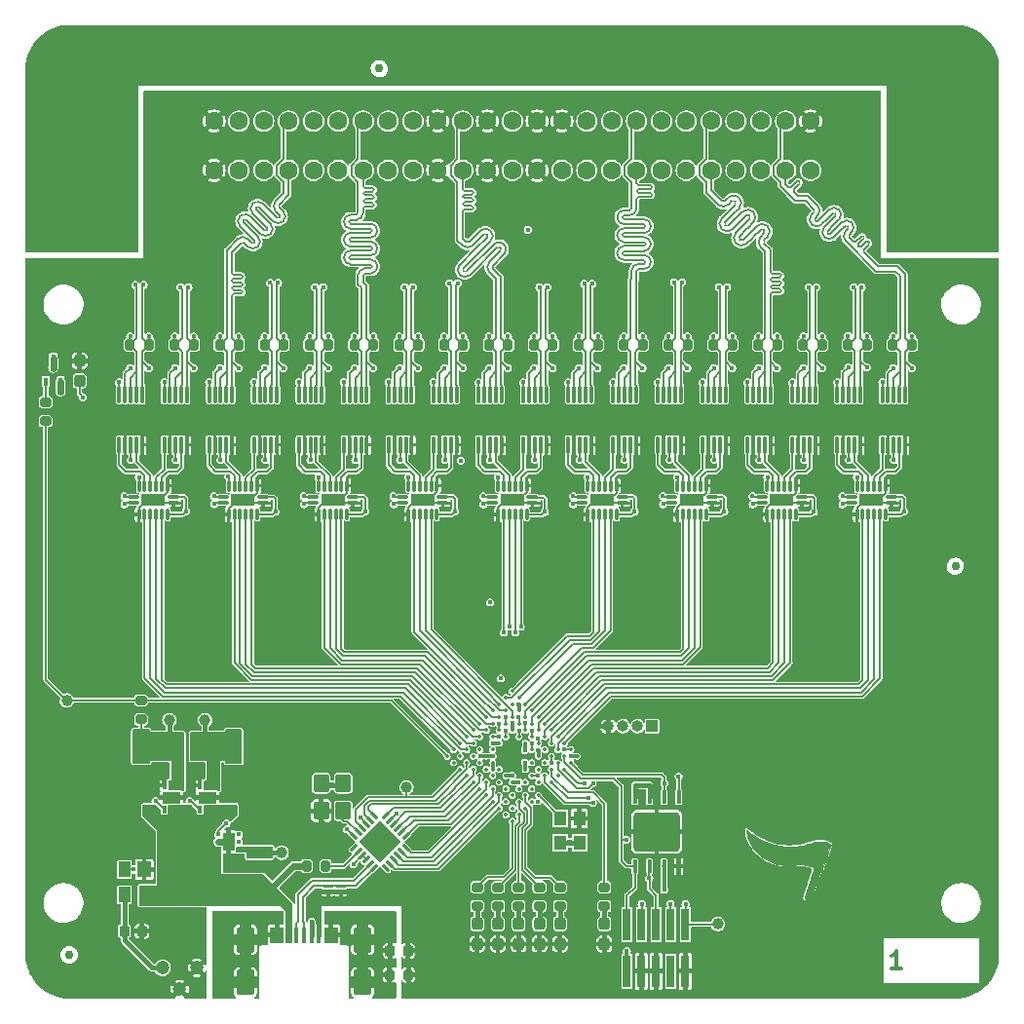
<source format=gtl>
G04 #@! TF.GenerationSoftware,KiCad,Pcbnew,(6.0.6)*
G04 #@! TF.CreationDate,2022-06-27T22:23:25-04:00*
G04 #@! TF.ProjectId,squishy,73717569-7368-4792-9e6b-696361645f70,rev?*
G04 #@! TF.SameCoordinates,PX9634260PY768aae0*
G04 #@! TF.FileFunction,Copper,L1,Top*
G04 #@! TF.FilePolarity,Positive*
%FSLAX46Y46*%
G04 Gerber Fmt 4.6, Leading zero omitted, Abs format (unit mm)*
G04 Created by KiCad (PCBNEW (6.0.6)) date 2022-06-27 22:23:25*
%MOMM*%
%LPD*%
G01*
G04 APERTURE LIST*
G04 Aperture macros list*
%AMRoundRect*
0 Rectangle with rounded corners*
0 $1 Rounding radius*
0 $2 $3 $4 $5 $6 $7 $8 $9 X,Y pos of 4 corners*
0 Add a 4 corners polygon primitive as box body*
4,1,4,$2,$3,$4,$5,$6,$7,$8,$9,$2,$3,0*
0 Add four circle primitives for the rounded corners*
1,1,$1+$1,$2,$3*
1,1,$1+$1,$4,$5*
1,1,$1+$1,$6,$7*
1,1,$1+$1,$8,$9*
0 Add four rect primitives between the rounded corners*
20,1,$1+$1,$2,$3,$4,$5,0*
20,1,$1+$1,$4,$5,$6,$7,0*
20,1,$1+$1,$6,$7,$8,$9,0*
20,1,$1+$1,$8,$9,$2,$3,0*%
%AMRotRect*
0 Rectangle, with rotation*
0 The origin of the aperture is its center*
0 $1 length*
0 $2 width*
0 $3 Rotation angle, in degrees counterclockwise*
0 Add horizontal line*
21,1,$1,$2,0,0,$3*%
G04 Aperture macros list end*
%ADD10C,0.300000*%
G04 #@! TA.AperFunction,NonConductor*
%ADD11C,0.300000*%
G04 #@! TD*
G04 #@! TA.AperFunction,EtchedComponent*
%ADD12C,0.010000*%
G04 #@! TD*
G04 #@! TA.AperFunction,SMDPad,CuDef*
%ADD13RoundRect,0.250600X-0.449400X0.549400X-0.449400X-0.549400X0.449400X-0.549400X0.449400X0.549400X0*%
G04 #@! TD*
G04 #@! TA.AperFunction,SMDPad,CuDef*
%ADD14RoundRect,0.100000X0.100000X-0.500000X0.100000X0.500000X-0.100000X0.500000X-0.100000X-0.500000X0*%
G04 #@! TD*
G04 #@! TA.AperFunction,SMDPad,CuDef*
%ADD15RoundRect,0.251600X1.748400X-1.448400X1.748400X1.448400X-1.748400X1.448400X-1.748400X-1.448400X0*%
G04 #@! TD*
G04 #@! TA.AperFunction,ComponentPad*
%ADD16C,1.600000*%
G04 #@! TD*
G04 #@! TA.AperFunction,ComponentPad*
%ADD17C,4.650000*%
G04 #@! TD*
G04 #@! TA.AperFunction,SMDPad,CuDef*
%ADD18RoundRect,0.218750X-0.256250X0.218750X-0.256250X-0.218750X0.256250X-0.218750X0.256250X0.218750X0*%
G04 #@! TD*
G04 #@! TA.AperFunction,SMDPad,CuDef*
%ADD19RoundRect,0.200000X-0.275000X0.200000X-0.275000X-0.200000X0.275000X-0.200000X0.275000X0.200000X0*%
G04 #@! TD*
G04 #@! TA.AperFunction,SMDPad,CuDef*
%ADD20R,0.400000X1.400000*%
G04 #@! TD*
G04 #@! TA.AperFunction,SMDPad,CuDef*
%ADD21R,1.200000X1.400000*%
G04 #@! TD*
G04 #@! TA.AperFunction,ComponentPad*
%ADD22RoundRect,0.200000X-0.600000X-0.900000X0.600000X-0.900000X0.600000X0.900000X-0.600000X0.900000X0*%
G04 #@! TD*
G04 #@! TA.AperFunction,SMDPad,CuDef*
%ADD23RoundRect,0.200000X0.200000X0.275000X-0.200000X0.275000X-0.200000X-0.275000X0.200000X-0.275000X0*%
G04 #@! TD*
G04 #@! TA.AperFunction,SMDPad,CuDef*
%ADD24RoundRect,0.218750X0.218750X0.256250X-0.218750X0.256250X-0.218750X-0.256250X0.218750X-0.256250X0*%
G04 #@! TD*
G04 #@! TA.AperFunction,SMDPad,CuDef*
%ADD25RoundRect,0.093750X0.093750X0.106250X-0.093750X0.106250X-0.093750X-0.106250X0.093750X-0.106250X0*%
G04 #@! TD*
G04 #@! TA.AperFunction,SMDPad,CuDef*
%ADD26R,1.000000X1.600000*%
G04 #@! TD*
G04 #@! TA.AperFunction,ComponentPad*
%ADD27C,0.500000*%
G04 #@! TD*
G04 #@! TA.AperFunction,SMDPad,CuDef*
%ADD28RoundRect,0.062500X-0.203293X-0.291682X0.291682X0.203293X0.203293X0.291682X-0.291682X-0.203293X0*%
G04 #@! TD*
G04 #@! TA.AperFunction,SMDPad,CuDef*
%ADD29RoundRect,0.062500X0.203293X-0.291682X0.291682X-0.203293X-0.203293X0.291682X-0.291682X0.203293X0*%
G04 #@! TD*
G04 #@! TA.AperFunction,SMDPad,CuDef*
%ADD30RotRect,2.600000X2.600000X45.000000*%
G04 #@! TD*
G04 #@! TA.AperFunction,SMDPad,CuDef*
%ADD31RoundRect,0.225000X-0.250000X0.225000X-0.250000X-0.225000X0.250000X-0.225000X0.250000X0.225000X0*%
G04 #@! TD*
G04 #@! TA.AperFunction,SMDPad,CuDef*
%ADD32RoundRect,0.225000X0.225000X0.250000X-0.225000X0.250000X-0.225000X-0.250000X0.225000X-0.250000X0*%
G04 #@! TD*
G04 #@! TA.AperFunction,SMDPad,CuDef*
%ADD33R,0.350000X0.650000*%
G04 #@! TD*
G04 #@! TA.AperFunction,SMDPad,CuDef*
%ADD34R,1.600000X1.000000*%
G04 #@! TD*
G04 #@! TA.AperFunction,SMDPad,CuDef*
%ADD35RoundRect,0.225000X-0.225000X-0.250000X0.225000X-0.250000X0.225000X0.250000X-0.225000X0.250000X0*%
G04 #@! TD*
G04 #@! TA.AperFunction,SMDPad,CuDef*
%ADD36C,0.350000*%
G04 #@! TD*
G04 #@! TA.AperFunction,SMDPad,CuDef*
%ADD37RoundRect,0.200000X-0.200000X-0.275000X0.200000X-0.275000X0.200000X0.275000X-0.200000X0.275000X0*%
G04 #@! TD*
G04 #@! TA.AperFunction,SMDPad,CuDef*
%ADD38R,0.740000X2.790000*%
G04 #@! TD*
G04 #@! TA.AperFunction,SMDPad,CuDef*
%ADD39R,1.100000X1.300000*%
G04 #@! TD*
G04 #@! TA.AperFunction,SMDPad,CuDef*
%ADD40RoundRect,0.237500X0.237500X-0.287500X0.237500X0.287500X-0.237500X0.287500X-0.237500X-0.287500X0*%
G04 #@! TD*
G04 #@! TA.AperFunction,SMDPad,CuDef*
%ADD41C,1.000000*%
G04 #@! TD*
G04 #@! TA.AperFunction,SMDPad,CuDef*
%ADD42C,0.750000*%
G04 #@! TD*
G04 #@! TA.AperFunction,SMDPad,CuDef*
%ADD43RoundRect,0.075000X0.425000X-0.075000X0.425000X0.075000X-0.425000X0.075000X-0.425000X-0.075000X0*%
G04 #@! TD*
G04 #@! TA.AperFunction,SMDPad,CuDef*
%ADD44RoundRect,0.075000X0.075000X0.425000X-0.075000X0.425000X-0.075000X-0.425000X0.075000X-0.425000X0*%
G04 #@! TD*
G04 #@! TA.AperFunction,SMDPad,CuDef*
%ADD45RoundRect,0.075000X-0.425000X0.075000X-0.425000X-0.075000X0.425000X-0.075000X0.425000X0.075000X0*%
G04 #@! TD*
G04 #@! TA.AperFunction,SMDPad,CuDef*
%ADD46RoundRect,0.075000X-0.075000X-0.425000X0.075000X-0.425000X0.075000X0.425000X-0.075000X0.425000X0*%
G04 #@! TD*
G04 #@! TA.AperFunction,SMDPad,CuDef*
%ADD47RoundRect,0.200200X-0.849800X-0.349800X0.849800X-0.349800X0.849800X0.349800X-0.849800X0.349800X0*%
G04 #@! TD*
G04 #@! TA.AperFunction,SMDPad,CuDef*
%ADD48RoundRect,0.250000X-1.100000X0.325000X-1.100000X-0.325000X1.100000X-0.325000X1.100000X0.325000X0*%
G04 #@! TD*
G04 #@! TA.AperFunction,SMDPad,CuDef*
%ADD49RoundRect,0.249550X-1.100450X0.325450X-1.100450X-0.325450X1.100450X-0.325450X1.100450X0.325450X0*%
G04 #@! TD*
G04 #@! TA.AperFunction,SMDPad,CuDef*
%ADD50RoundRect,0.075000X0.075000X-0.650000X0.075000X0.650000X-0.075000X0.650000X-0.075000X-0.650000X0*%
G04 #@! TD*
G04 #@! TA.AperFunction,SMDPad,CuDef*
%ADD51RoundRect,0.249550X0.325450X1.100450X-0.325450X1.100450X-0.325450X-1.100450X0.325450X-1.100450X0*%
G04 #@! TD*
G04 #@! TA.AperFunction,SMDPad,CuDef*
%ADD52RoundRect,0.250000X0.325000X1.100000X-0.325000X1.100000X-0.325000X-1.100000X0.325000X-1.100000X0*%
G04 #@! TD*
G04 #@! TA.AperFunction,SMDPad,CuDef*
%ADD53RoundRect,0.200000X0.275000X-0.200000X0.275000X0.200000X-0.275000X0.200000X-0.275000X-0.200000X0*%
G04 #@! TD*
G04 #@! TA.AperFunction,SMDPad,CuDef*
%ADD54RoundRect,0.062500X-0.337500X0.062500X-0.337500X-0.062500X0.337500X-0.062500X0.337500X0.062500X0*%
G04 #@! TD*
G04 #@! TA.AperFunction,SMDPad,CuDef*
%ADD55RoundRect,0.087500X-0.312500X0.087500X-0.312500X-0.087500X0.312500X-0.087500X0.312500X0.087500X0*%
G04 #@! TD*
G04 #@! TA.AperFunction,SMDPad,CuDef*
%ADD56RoundRect,0.237500X-0.237500X0.287500X-0.237500X-0.287500X0.237500X-0.287500X0.237500X0.287500X0*%
G04 #@! TD*
G04 #@! TA.AperFunction,SMDPad,CuDef*
%ADD57R,1.000000X1.400000*%
G04 #@! TD*
G04 #@! TA.AperFunction,SMDPad,CuDef*
%ADD58R,0.450000X0.700000*%
G04 #@! TD*
G04 #@! TA.AperFunction,ComponentPad*
%ADD59C,1.200000*%
G04 #@! TD*
G04 #@! TA.AperFunction,SMDPad,CuDef*
%ADD60RoundRect,0.249550X-0.325450X-1.100450X0.325450X-1.100450X0.325450X1.100450X-0.325450X1.100450X0*%
G04 #@! TD*
G04 #@! TA.AperFunction,SMDPad,CuDef*
%ADD61RoundRect,0.250000X-0.325000X-1.100000X0.325000X-1.100000X0.325000X1.100000X-0.325000X1.100000X0*%
G04 #@! TD*
G04 #@! TA.AperFunction,ComponentPad*
%ADD62R,1.000000X1.000000*%
G04 #@! TD*
G04 #@! TA.AperFunction,ComponentPad*
%ADD63O,1.000000X1.000000*%
G04 #@! TD*
G04 #@! TA.AperFunction,ViaPad*
%ADD64C,0.600000*%
G04 #@! TD*
G04 #@! TA.AperFunction,ViaPad*
%ADD65C,0.450000*%
G04 #@! TD*
G04 #@! TA.AperFunction,ViaPad*
%ADD66C,0.410000*%
G04 #@! TD*
G04 #@! TA.AperFunction,Conductor*
%ADD67C,0.152400*%
G04 #@! TD*
G04 #@! TA.AperFunction,Conductor*
%ADD68C,0.200000*%
G04 #@! TD*
G04 #@! TA.AperFunction,Conductor*
%ADD69C,0.400000*%
G04 #@! TD*
G04 #@! TA.AperFunction,Conductor*
%ADD70C,0.300000*%
G04 #@! TD*
G04 #@! TA.AperFunction,Conductor*
%ADD71C,0.600000*%
G04 #@! TD*
G04 APERTURE END LIST*
D10*
D11*
X76328571Y2821429D02*
X75471428Y2821429D01*
X75900000Y2821429D02*
X75900000Y4321429D01*
X75757142Y4107143D01*
X75614285Y3964286D01*
X75471428Y3892858D01*
G04 #@! TO.C,G2*
G36*
X62988588Y14740526D02*
G01*
X63285861Y14518330D01*
X63620859Y14292486D01*
X63961110Y14083868D01*
X64274140Y13913348D01*
X64279906Y13910467D01*
X64774229Y13689294D01*
X65251666Y13531728D01*
X65737325Y13431966D01*
X66256315Y13384203D01*
X66583333Y13378043D01*
X66927220Y13385337D01*
X67229030Y13407281D01*
X67515339Y13448171D01*
X67812721Y13512301D01*
X68147752Y13603965D01*
X68338241Y13661635D01*
X68585857Y13735654D01*
X68778860Y13785320D01*
X68942194Y13815250D01*
X69100803Y13830059D01*
X69271500Y13834334D01*
X69486528Y13830043D01*
X69650587Y13811439D01*
X69796901Y13773167D01*
X69905920Y13732066D01*
X70038548Y13669192D01*
X70134519Y13607672D01*
X70171073Y13564665D01*
X70159154Y13514282D01*
X70120698Y13391581D01*
X70058211Y13203776D01*
X69974198Y12958078D01*
X69871163Y12661701D01*
X69751613Y12321857D01*
X69618051Y11945759D01*
X69472984Y11540619D01*
X69340341Y11172834D01*
X68497877Y8844500D01*
X68270855Y8837916D01*
X68127697Y8837815D01*
X68011315Y8844793D01*
X67969750Y8851603D01*
X67906891Y8894351D01*
X67895666Y8925954D01*
X67908747Y8978108D01*
X67945810Y9100299D01*
X68003586Y9282403D01*
X68078807Y9514294D01*
X68168204Y9785850D01*
X68268508Y10086945D01*
X68320026Y10240348D01*
X68442530Y10600966D01*
X68540356Y10889498D01*
X68612726Y11115081D01*
X68658864Y11286852D01*
X68677994Y11413949D01*
X68669339Y11505508D01*
X68632123Y11570666D01*
X68565568Y11618560D01*
X68468899Y11658328D01*
X68341339Y11699106D01*
X68192000Y11746714D01*
X68000842Y11808548D01*
X67860415Y11845461D01*
X67741808Y11861266D01*
X67616111Y11859778D01*
X67454412Y11844813D01*
X67451166Y11844462D01*
X67281106Y11831102D01*
X67053500Y11820268D01*
X66795453Y11812916D01*
X66534071Y11810006D01*
X66477500Y11810061D01*
X66107429Y11819572D01*
X65794437Y11849017D01*
X65512147Y11904049D01*
X65234185Y11990322D01*
X64934175Y12113490D01*
X64822237Y12164882D01*
X64444305Y12362122D01*
X64120973Y12578980D01*
X63822196Y12836941D01*
X63676001Y12984493D01*
X63453396Y13251201D01*
X63252308Y13553616D01*
X63083121Y13871428D01*
X62956218Y14184330D01*
X62881982Y14472015D01*
X62870672Y14559500D01*
X62844010Y14855834D01*
X62988588Y14740526D01*
G37*
D12*
X62988588Y14740526D02*
X63285861Y14518330D01*
X63620859Y14292486D01*
X63961110Y14083868D01*
X64274140Y13913348D01*
X64279906Y13910467D01*
X64774229Y13689294D01*
X65251666Y13531728D01*
X65737325Y13431966D01*
X66256315Y13384203D01*
X66583333Y13378043D01*
X66927220Y13385337D01*
X67229030Y13407281D01*
X67515339Y13448171D01*
X67812721Y13512301D01*
X68147752Y13603965D01*
X68338241Y13661635D01*
X68585857Y13735654D01*
X68778860Y13785320D01*
X68942194Y13815250D01*
X69100803Y13830059D01*
X69271500Y13834334D01*
X69486528Y13830043D01*
X69650587Y13811439D01*
X69796901Y13773167D01*
X69905920Y13732066D01*
X70038548Y13669192D01*
X70134519Y13607672D01*
X70171073Y13564665D01*
X70159154Y13514282D01*
X70120698Y13391581D01*
X70058211Y13203776D01*
X69974198Y12958078D01*
X69871163Y12661701D01*
X69751613Y12321857D01*
X69618051Y11945759D01*
X69472984Y11540619D01*
X69340341Y11172834D01*
X68497877Y8844500D01*
X68270855Y8837916D01*
X68127697Y8837815D01*
X68011315Y8844793D01*
X67969750Y8851603D01*
X67906891Y8894351D01*
X67895666Y8925954D01*
X67908747Y8978108D01*
X67945810Y9100299D01*
X68003586Y9282403D01*
X68078807Y9514294D01*
X68168204Y9785850D01*
X68268508Y10086945D01*
X68320026Y10240348D01*
X68442530Y10600966D01*
X68540356Y10889498D01*
X68612726Y11115081D01*
X68658864Y11286852D01*
X68677994Y11413949D01*
X68669339Y11505508D01*
X68632123Y11570666D01*
X68565568Y11618560D01*
X68468899Y11658328D01*
X68341339Y11699106D01*
X68192000Y11746714D01*
X68000842Y11808548D01*
X67860415Y11845461D01*
X67741808Y11861266D01*
X67616111Y11859778D01*
X67454412Y11844813D01*
X67451166Y11844462D01*
X67281106Y11831102D01*
X67053500Y11820268D01*
X66795453Y11812916D01*
X66534071Y11810006D01*
X66477500Y11810061D01*
X66107429Y11819572D01*
X65794437Y11849017D01*
X65512147Y11904049D01*
X65234185Y11990322D01*
X64934175Y12113490D01*
X64822237Y12164882D01*
X64444305Y12362122D01*
X64120973Y12578980D01*
X63822196Y12836941D01*
X63676001Y12984493D01*
X63453396Y13251201D01*
X63252308Y13553616D01*
X63083121Y13871428D01*
X62956218Y14184330D01*
X62881982Y14472015D01*
X62870672Y14559500D01*
X62844010Y14855834D01*
X62988588Y14740526D01*
G04 #@! TD*
D13*
G04 #@! TO.P,X1,1,EN*
G04 #@! TO.N,+3V3*
X25900000Y18900000D03*
G04 #@! TO.P,X1,2,GND*
G04 #@! TO.N,GND*
X25900000Y16500000D03*
G04 #@! TO.P,X1,3,OUT*
G04 #@! TO.N,/PHY_RCLK*
X27800000Y16500000D03*
G04 #@! TO.P,X1,4,Vdd*
G04 #@! TO.N,+3V3*
X27800000Y18900000D03*
G04 #@! TD*
D14*
G04 #@! TO.P,U26,1,~{CS}*
G04 #@! TO.N,/~{SPI_CS}*
X53145000Y11700000D03*
G04 #@! TO.P,U26,2,DO/IO1*
G04 #@! TO.N,/CIPO*
X54415000Y11700000D03*
G04 #@! TO.P,U26,3,~{WP}/IO2*
G04 #@! TO.N,+3V3*
X55685000Y11700000D03*
G04 #@! TO.P,U26,4,GND*
G04 #@! TO.N,GND*
X56955000Y11700000D03*
G04 #@! TO.P,U26,5,DI/IO0*
G04 #@! TO.N,/COPI*
X56955000Y17700000D03*
G04 #@! TO.P,U26,6,CLK*
G04 #@! TO.N,/SPI_CLK*
X55685000Y17700000D03*
G04 #@! TO.P,U26,7,~{HOLD}/IO3*
G04 #@! TO.N,+3V3*
X54415000Y17700000D03*
G04 #@! TO.P,U26,8,VCC*
X53145000Y17700000D03*
D15*
G04 #@! TO.P,U26,9,GND*
G04 #@! TO.N,GND*
X55050000Y14700000D03*
G04 #@! TD*
D16*
G04 #@! TO.P,J2,1,Pin_1*
G04 #@! TO.N,/SHIELD*
X68420000Y72155000D03*
G04 #@! TO.P,J2,2,Pin_2*
G04 #@! TO.N,/SCSI-OUT.DB0+*
X66260000Y72155000D03*
G04 #@! TO.P,J2,3,Pin_3*
G04 #@! TO.N,/SCSI-OUT.DB1+*
X64100000Y72155000D03*
G04 #@! TO.P,J2,4,Pin_4*
G04 #@! TO.N,/SCSI-OUT.DB2+*
X61940000Y72155000D03*
G04 #@! TO.P,J2,5,Pin_5*
G04 #@! TO.N,/SCSI-OUT.DB3+*
X59780000Y72155000D03*
G04 #@! TO.P,J2,6,Pin_6*
G04 #@! TO.N,/SCSI-OUT.DB4+*
X57620000Y72155000D03*
G04 #@! TO.P,J2,7,Pin_7*
G04 #@! TO.N,/SCSI-OUT.DB5+*
X55460000Y72155000D03*
G04 #@! TO.P,J2,8,Pin_8*
G04 #@! TO.N,/SCSI-OUT.DB6+*
X53300000Y72155000D03*
G04 #@! TO.P,J2,9,Pin_9*
G04 #@! TO.N,/SCSI-OUT.DB7+*
X51140000Y72155000D03*
G04 #@! TO.P,J2,10,Pin_10*
G04 #@! TO.N,/SCSI-OUT.DBP+*
X48980000Y72155000D03*
G04 #@! TO.P,J2,11,Pin_11*
G04 #@! TO.N,/DIFF_SENSE*
X46820000Y72155000D03*
G04 #@! TO.P,J2,12,Pin_12*
G04 #@! TO.N,GND*
X44660000Y72155000D03*
G04 #@! TO.P,J2,13,Pin_13*
G04 #@! TO.N,/TERMPWR*
X42500000Y72155000D03*
G04 #@! TO.P,J2,14,Pin_14*
G04 #@! TO.N,GND*
X40340000Y72155000D03*
G04 #@! TO.P,J2,15,Pin_15*
G04 #@! TO.N,/SCSI-OUT.ATN+*
X38180000Y72155000D03*
G04 #@! TO.P,J2,16,Pin_16*
G04 #@! TO.N,GND*
X36020000Y72155000D03*
G04 #@! TO.P,J2,17,Pin_17*
G04 #@! TO.N,/SCSI-OUT.BSY+*
X33860000Y72155000D03*
G04 #@! TO.P,J2,18,Pin_18*
G04 #@! TO.N,/SCSI-OUT.ACK+*
X31700000Y72155000D03*
G04 #@! TO.P,J2,19,Pin_19*
G04 #@! TO.N,/SCSI-OUT.RST+*
X29540000Y72155000D03*
G04 #@! TO.P,J2,20,Pin_20*
G04 #@! TO.N,/SCSI-OUT.MSG+*
X27380000Y72155000D03*
G04 #@! TO.P,J2,21,Pin_21*
G04 #@! TO.N,/SCSI-OUT.SEL+*
X25220000Y72155000D03*
G04 #@! TO.P,J2,22,Pin_22*
G04 #@! TO.N,/SCSI-OUT.CD+*
X23060000Y72155000D03*
G04 #@! TO.P,J2,23,Pin_23*
G04 #@! TO.N,/SCSI-OUT.REQ+*
X20900000Y72155000D03*
G04 #@! TO.P,J2,24,Pin_24*
G04 #@! TO.N,/SCSI-OUT.IO+*
X18740000Y72155000D03*
G04 #@! TO.P,J2,25,Pin_25*
G04 #@! TO.N,GND*
X16580000Y72155000D03*
G04 #@! TO.P,J2,26,Pin_26*
X68420000Y76445000D03*
G04 #@! TO.P,J2,27,Pin_27*
G04 #@! TO.N,/SCSI-OUT.DB0-*
X66260000Y76445000D03*
G04 #@! TO.P,J2,28,Pin_28*
G04 #@! TO.N,/SCSI-OUT.DB1-*
X64100000Y76445000D03*
G04 #@! TO.P,J2,29,Pin_29*
G04 #@! TO.N,/SCSI-OUT.DB2-*
X61940000Y76445000D03*
G04 #@! TO.P,J2,30,Pin_30*
G04 #@! TO.N,/SCSI-OUT.DB3-*
X59780000Y76445000D03*
G04 #@! TO.P,J2,31,Pin_31*
G04 #@! TO.N,/SCSI-OUT.DB4-*
X57620000Y76445000D03*
G04 #@! TO.P,J2,32,Pin_32*
G04 #@! TO.N,/SCSI-OUT.DB5-*
X55460000Y76445000D03*
G04 #@! TO.P,J2,33,Pin_33*
G04 #@! TO.N,/SCSI-OUT.DB6-*
X53300000Y76445000D03*
G04 #@! TO.P,J2,34,Pin_34*
G04 #@! TO.N,/SCSI-OUT.DB7-*
X51140000Y76445000D03*
G04 #@! TO.P,J2,35,Pin_35*
G04 #@! TO.N,/SCSI-OUT.DBP-*
X48980000Y76445000D03*
G04 #@! TO.P,J2,36,Pin_36*
G04 #@! TO.N,GND*
X46820000Y76445000D03*
G04 #@! TO.P,J2,37,Pin_37*
X44660000Y76445000D03*
G04 #@! TO.P,J2,38,Pin_38*
G04 #@! TO.N,/TERMPWR*
X42500000Y76445000D03*
G04 #@! TO.P,J2,39,Pin_39*
G04 #@! TO.N,GND*
X40340000Y76445000D03*
G04 #@! TO.P,J2,40,Pin_40*
G04 #@! TO.N,/SCSI-OUT.ATN-*
X38180000Y76445000D03*
G04 #@! TO.P,J2,41,Pin_41*
G04 #@! TO.N,GND*
X36020000Y76445000D03*
G04 #@! TO.P,J2,42,Pin_42*
G04 #@! TO.N,/SCSI-OUT.BSY-*
X33860000Y76445000D03*
G04 #@! TO.P,J2,43,Pin_43*
G04 #@! TO.N,/SCSI-OUT.ACK-*
X31700000Y76445000D03*
G04 #@! TO.P,J2,44,Pin_44*
G04 #@! TO.N,/SCSI-OUT.RST-*
X29540000Y76445000D03*
G04 #@! TO.P,J2,45,Pin_45*
G04 #@! TO.N,/SCSI-OUT.MSG-*
X27380000Y76445000D03*
G04 #@! TO.P,J2,46,Pin_46*
G04 #@! TO.N,/SCSI-OUT.SEL-*
X25220000Y76445000D03*
G04 #@! TO.P,J2,47,Pin_47*
G04 #@! TO.N,/SCSI-OUT.CD-*
X23060000Y76445000D03*
G04 #@! TO.P,J2,48,Pin_48*
G04 #@! TO.N,/SCSI-OUT.REQ-*
X20900000Y76445000D03*
G04 #@! TO.P,J2,49,Pin_49*
G04 #@! TO.N,/SCSI-OUT.IO-*
X18740000Y76445000D03*
G04 #@! TO.P,J2,50,Pin_50*
G04 #@! TO.N,GND*
X16580000Y76445000D03*
D17*
G04 #@! TO.P,J2,51,Pin_51*
G04 #@! TO.N,/SHIELD*
X5075000Y74300000D03*
G04 #@! TO.P,J2,52,Pin_52*
X79925000Y74300000D03*
G04 #@! TD*
D18*
G04 #@! TO.P,C1,1*
G04 #@! TO.N,/SHIELD*
X8500000Y65537500D03*
G04 #@! TO.P,C1,2*
G04 #@! TO.N,GND*
X8500000Y63962500D03*
G04 #@! TD*
D19*
G04 #@! TO.P,R2,1*
G04 #@! TO.N,/SHIELD*
X6500000Y65575000D03*
G04 #@! TO.P,R2,2*
G04 #@! TO.N,GND*
X6500000Y63925000D03*
G04 #@! TD*
D20*
G04 #@! TO.P,J1,1,VBUS*
G04 #@! TO.N,+5V*
X23100000Y5700000D03*
G04 #@! TO.P,J1,2,D-*
G04 #@! TO.N,/D-*
X23750000Y5700000D03*
G04 #@! TO.P,J1,3,D+*
G04 #@! TO.N,/D+*
X24400000Y5700000D03*
G04 #@! TO.P,J1,4,ID*
G04 #@! TO.N,+5V*
X25050000Y5700000D03*
G04 #@! TO.P,J1,5,GND*
G04 #@! TO.N,GND*
X25700000Y5700000D03*
D21*
G04 #@! TO.P,J1,6,Shield*
G04 #@! TO.N,Net-(C11-Pad2)*
X22050000Y5700000D03*
X26750000Y5700000D03*
D22*
X19300000Y1600000D03*
X29500000Y1600000D03*
X19300000Y5300000D03*
X29500000Y5300000D03*
G04 #@! TD*
D23*
G04 #@! TO.P,R10,1*
G04 #@! TO.N,GND*
X33475000Y2250000D03*
G04 #@! TO.P,R10,2*
G04 #@! TO.N,Net-(C11-Pad2)*
X31825000Y2250000D03*
G04 #@! TD*
D24*
G04 #@! TO.P,C11,1*
G04 #@! TO.N,GND*
X33437500Y4350000D03*
G04 #@! TO.P,C11,2*
G04 #@! TO.N,Net-(C11-Pad2)*
X31862500Y4350000D03*
G04 #@! TD*
D25*
G04 #@! TO.P,U7,1,OUT*
G04 #@! TO.N,+1V8*
X18737500Y13150000D03*
G04 #@! TO.P,U7,2,NC*
G04 #@! TO.N,unconnected-(U7-Pad2)*
X18737500Y13800000D03*
G04 #@! TO.P,U7,3,PG*
G04 #@! TO.N,unconnected-(U7-Pad3)*
X18737500Y14450000D03*
G04 #@! TO.P,U7,4,EN*
G04 #@! TO.N,/Power Supply/PSU_EN*
X16962500Y14450000D03*
G04 #@! TO.P,U7,5,GND*
G04 #@! TO.N,GND*
X16962500Y13800000D03*
G04 #@! TO.P,U7,6,IN*
G04 #@! TO.N,+5V*
X16962500Y13150000D03*
D26*
G04 #@! TO.P,U7,7,EP*
G04 #@! TO.N,GND*
X17850000Y13800000D03*
D27*
X17850000Y13250000D03*
X17850000Y14350000D03*
G04 #@! TD*
D28*
G04 #@! TO.P,U14,1,ID*
G04 #@! TO.N,unconnected-(U14-Pad1)*
X28742893Y13320621D03*
G04 #@! TO.P,U14,2,VBUS*
G04 #@! TO.N,/VBUS*
X29096447Y12967068D03*
G04 #@! TO.P,U14,3,VBAT*
G04 #@! TO.N,+3V3*
X29450000Y12613514D03*
G04 #@! TO.P,U14,4,VDD33*
X29803553Y12259961D03*
G04 #@! TO.P,U14,5,DM*
G04 #@! TO.N,/D-*
X30157107Y11906408D03*
G04 #@! TO.P,U14,6,DP*
G04 #@! TO.N,/D+*
X30510660Y11552854D03*
D29*
G04 #@! TO.P,U14,7,CPEN*
G04 #@! TO.N,unconnected-(U14-Pad7)*
X31482932Y11552854D03*
G04 #@! TO.P,U14,8,DATA7*
G04 #@! TO.N,/PHY_BUS.D7*
X31836485Y11906408D03*
G04 #@! TO.P,U14,9,DATA6*
G04 #@! TO.N,/PHY_BUS.D6*
X32190039Y12259961D03*
G04 #@! TO.P,U14,10,DATA5*
G04 #@! TO.N,/PHY_BUS.D5*
X32543592Y12613514D03*
G04 #@! TO.P,U14,11,DATA4*
G04 #@! TO.N,/PHY_BUS.D4*
X32897145Y12967068D03*
G04 #@! TO.P,U14,12,CLKOUT*
G04 #@! TO.N,/PHY_BUS.CLK*
X33250699Y13320621D03*
D28*
G04 #@! TO.P,U14,13,DATA3*
G04 #@! TO.N,/PHY_BUS.D3*
X33250699Y14292893D03*
G04 #@! TO.P,U14,14,DATA2*
G04 #@! TO.N,/PHY_BUS.D2*
X32897145Y14646446D03*
G04 #@! TO.P,U14,15,DATA1*
G04 #@! TO.N,/PHY_BUS.D1*
X32543592Y15000000D03*
G04 #@! TO.P,U14,16,DATA0*
G04 #@! TO.N,/PHY_BUS.D0*
X32190039Y15353553D03*
G04 #@! TO.P,U14,17,VDDIO*
G04 #@! TO.N,+3V3*
X31836485Y15707106D03*
G04 #@! TO.P,U14,18,NXT*
G04 #@! TO.N,/PHY_BUS.NXT*
X31482932Y16060660D03*
D29*
G04 #@! TO.P,U14,19,DIR*
G04 #@! TO.N,/PHY_BUS.DIR*
X30510660Y16060660D03*
G04 #@! TO.P,U14,20,STP*
G04 #@! TO.N,/PHY_BUS.STP*
X30157107Y15707106D03*
G04 #@! TO.P,U14,21,VDD18*
G04 #@! TO.N,+1V8*
X29803553Y15353553D03*
G04 #@! TO.P,U14,22,~{RESET}*
G04 #@! TO.N,/~{PHY_RST}*
X29450000Y15000000D03*
G04 #@! TO.P,U14,23,REFCLK*
G04 #@! TO.N,/PHY_RCLK*
X29096447Y14646446D03*
G04 #@! TO.P,U14,24,RBIAS*
G04 #@! TO.N,Net-(R72-Pad2)*
X28742893Y14292893D03*
D30*
G04 #@! TO.P,U14,25,GND*
G04 #@! TO.N,GND*
X30996796Y13806757D03*
G04 #@! TD*
D31*
G04 #@! TO.P,C3,1*
G04 #@! TO.N,GND*
X10850000Y18125000D03*
G04 #@! TO.P,C3,2*
G04 #@! TO.N,+5V*
X10850000Y16575000D03*
G04 #@! TD*
D32*
G04 #@! TO.P,C7,1*
G04 #@! TO.N,GND*
X18325000Y11800000D03*
G04 #@! TO.P,C7,2*
G04 #@! TO.N,+5V*
X16775000Y11800000D03*
G04 #@! TD*
D33*
G04 #@! TO.P,U5,1,OUT*
G04 #@! TO.N,+1V2*
X16650000Y18700000D03*
G04 #@! TO.P,U5,2,N2*
X16000000Y18700000D03*
G04 #@! TO.P,U5,3,GND*
G04 #@! TO.N,GND*
X15350000Y18700000D03*
G04 #@! TO.P,U5,4,EN*
G04 #@! TO.N,/Power Supply/PSU_EN*
X15350000Y16600000D03*
G04 #@! TO.P,U5,5,NC*
G04 #@! TO.N,+5V*
X16000000Y16600000D03*
G04 #@! TO.P,U5,6,IN*
X16650000Y16600000D03*
D34*
G04 #@! TO.P,U5,7,GND*
G04 #@! TO.N,GND*
X16000000Y17650000D03*
G04 #@! TD*
D35*
G04 #@! TO.P,C4,1*
G04 #@! TO.N,GND*
X11875000Y20100000D03*
G04 #@! TO.P,C4,2*
G04 #@! TO.N,+3V3*
X13425000Y20100000D03*
G04 #@! TD*
D36*
G04 #@! TO.P,U19,A1,IOT_225*
G04 #@! TO.N,/~{TP_EN}*
X36843146Y21250000D03*
G04 #@! TO.P,U19,A2,IOT_222*
G04 #@! TO.N,/SCSI-RX.IO*
X37408831Y21815685D03*
G04 #@! TO.P,U19,A3,IOT_223*
G04 #@! TO.N,/SCSI-RX.REQ*
X37974517Y22381371D03*
G04 #@! TO.P,U19,A4,IOT_211*
G04 #@! TO.N,/SCSI-RX.CD*
X38540202Y22947056D03*
G04 #@! TO.P,U19,A5,IOT_207*
G04 #@! TO.N,/SCSI-RX.SEL*
X39105887Y23512742D03*
G04 #@! TO.P,U19,A6,IOT_206*
G04 #@! TO.N,/SCSI-RX.MSG*
X39671573Y24078427D03*
G04 #@! TO.P,U19,A7,IOT_192*
G04 #@! TO.N,/SCSI-RX.RST*
X40237258Y24644113D03*
G04 #@! TO.P,U19,A8,IOT_190*
G04 #@! TO.N,/SCSI-RX.ACK*
X40802944Y25209798D03*
G04 #@! TO.P,U19,A9,IOT_178*
G04 #@! TO.N,/SCSI-RX.BSY*
X41368629Y25775483D03*
G04 #@! TO.P,U19,A10,IOT_170*
G04 #@! TO.N,/SCSI-TX.DB7*
X41934315Y26341169D03*
G04 #@! TO.P,U19,A11,IOT_168*
G04 #@! TO.N,/SCSI-RX.DB7*
X42500000Y26906854D03*
G04 #@! TO.P,U19,B1,IOL_2A*
G04 #@! TO.N,unconnected-(U19-PadB1)*
X37408831Y20684315D03*
G04 #@! TO.P,U19,B2,IOL_2B*
G04 #@! TO.N,unconnected-(U19-PadB2)*
X37974517Y21250000D03*
G04 #@! TO.P,U19,B3,IOT_221*
G04 #@! TO.N,/SCSI-TX.IO*
X38540202Y21815685D03*
G04 #@! TO.P,U19,B4,IOT_219*
G04 #@! TO.N,/SCSI-TX.REQ*
X39105887Y22381371D03*
G04 #@! TO.P,U19,B5,IOT_208*
G04 #@! TO.N,/SCSI-TX.CD*
X39671573Y22947056D03*
G04 #@! TO.P,U19,B6,IOT_198_GBIN0*
G04 #@! TO.N,/SCSI-TX.SEL*
X40237258Y23512742D03*
G04 #@! TO.P,U19,B7,IOT_197_GBIN1*
G04 #@! TO.N,/SCSI-TX.MSG*
X40802944Y24078427D03*
G04 #@! TO.P,U19,B8,IOT_177*
G04 #@! TO.N,/SCSI-TX.RST*
X41368629Y24644113D03*
G04 #@! TO.P,U19,B9,IOT_174*
G04 #@! TO.N,/SCSI-TX.ACK*
X41934315Y25209798D03*
G04 #@! TO.P,U19,B10,VPP_FAST*
G04 #@! TO.N,unconnected-(U19-PadB10)*
X42500000Y25775483D03*
G04 #@! TO.P,U19,B11,IOR_161*
G04 #@! TO.N,/SCSI-RX.DB6*
X43065685Y26341169D03*
G04 #@! TO.P,U19,C1,IOL_5B*
G04 #@! TO.N,/~{PHY_RST}*
X37974517Y20118629D03*
G04 #@! TO.P,U19,C2,IOL_5A*
G04 #@! TO.N,/PHY_BUS.STP*
X38540202Y20684315D03*
G04 #@! TO.P,U19,C3,IOL_4B*
G04 #@! TO.N,unconnected-(U19-PadC3)*
X39105887Y21250000D03*
G04 #@! TO.P,U19,C4,IOL_4A*
G04 #@! TO.N,unconnected-(U19-PadC4)*
X39671573Y21815685D03*
G04 #@! TO.P,U19,C5,GNDPLL1*
G04 #@! TO.N,GND*
X40237258Y22381371D03*
G04 #@! TO.P,U19,C6,VCCPLL1*
G04 #@! TO.N,Net-(C45-Pad1)*
X40802944Y22947056D03*
G04 #@! TO.P,U19,C7,IOT_191*
G04 #@! TO.N,/SCSI-RX.ATN*
X41368629Y23512742D03*
G04 #@! TO.P,U19,C8,IOT_179*
G04 #@! TO.N,/SCSI-TX.ATN*
X41934315Y24078427D03*
G04 #@! TO.P,U19,C9,IOT_172*
G04 #@! TO.N,/SCSI-TX.BSY*
X42500000Y24644113D03*
G04 #@! TO.P,U19,C10,VPP_2V5*
G04 #@! TO.N,+3V3*
X43065685Y25209798D03*
G04 #@! TO.P,U19,C11,IOR_160*
G04 #@! TO.N,/SCSI-TX.DB6*
X43631371Y25775483D03*
G04 #@! TO.P,U19,D1,IOL_8B*
G04 #@! TO.N,/PHY_BUS.DIR*
X38540202Y19552944D03*
G04 #@! TO.P,U19,D2,IOL_9A*
G04 #@! TO.N,/PHY_BUS.NXT*
X39105887Y20118629D03*
G04 #@! TO.P,U19,D3,IOL_9B*
G04 #@! TO.N,unconnected-(U19-PadD3)*
X39671573Y20684315D03*
G04 #@! TO.P,U19,D4,VCC*
G04 #@! TO.N,+1V2*
X40237258Y21250000D03*
G04 #@! TO.P,U19,D5,IOT_212*
G04 #@! TO.N,unconnected-(U19-PadD5)*
X40802944Y21815685D03*
G04 #@! TO.P,U19,D6,VCCIO_0*
G04 #@! TO.N,+3V3*
X41368629Y22381371D03*
G04 #@! TO.P,U19,D7,IOT_181*
G04 #@! TO.N,/~{DIFF_SENSE}*
X41934315Y22947056D03*
G04 #@! TO.P,U19,D8,VCC*
G04 #@! TO.N,+1V2*
X42500000Y23512742D03*
G04 #@! TO.P,U19,D9,IOR_147*
G04 #@! TO.N,/SCSI-RX.DBP*
X43065685Y24078427D03*
G04 #@! TO.P,U19,D10,IOR_154*
G04 #@! TO.N,/SCSI-RX.DB5*
X43631371Y24644113D03*
G04 #@! TO.P,U19,D11,IOR_152*
G04 #@! TO.N,/SCSI-TX.DB5*
X44197056Y25209798D03*
G04 #@! TO.P,U19,E1,IOL_8A*
G04 #@! TO.N,/PHY_BUS.D0*
X39105887Y18987258D03*
G04 #@! TO.P,U19,E2,IOL_10A*
G04 #@! TO.N,/PHY_BUS.D1*
X39671573Y19552944D03*
G04 #@! TO.P,U19,E3,IOL_10B*
G04 #@! TO.N,unconnected-(U19-PadE3)*
X40237258Y20118629D03*
G04 #@! TO.P,U19,E4,VCCIO_3*
G04 #@! TO.N,+3V3*
X40802944Y20684315D03*
G04 #@! TO.P,U19,E5,GND*
G04 #@! TO.N,GND*
X41368629Y21250000D03*
G04 #@! TO.P,U19,E6,GND*
X41934315Y21815685D03*
G04 #@! TO.P,U19,E7,GND*
X42500000Y22381371D03*
G04 #@! TO.P,U19,E8,IOR_146*
G04 #@! TO.N,/~{SCSI_MR_EN}*
X43065685Y22947056D03*
G04 #@! TO.P,U19,E9,IOR_144*
G04 #@! TO.N,/SCSI-TX.DBP*
X43631371Y23512742D03*
G04 #@! TO.P,U19,E10,IOR_141_GBIN2*
G04 #@! TO.N,/SCSI-RX.DB4*
X44197056Y24078427D03*
G04 #@! TO.P,U19,E11,IOR_148*
G04 #@! TO.N,/SCSI-TX.DB4*
X44762742Y24644113D03*
G04 #@! TO.P,U19,F1,IOL_12A*
G04 #@! TO.N,/PHY_BUS.D2*
X39671573Y18421573D03*
G04 #@! TO.P,U19,F2,IOL_12B*
G04 #@! TO.N,/PHY_BUS.D3*
X40237258Y18987258D03*
G04 #@! TO.P,U19,F3,IOL_13B_GBIN7*
G04 #@! TO.N,unconnected-(U19-PadF3)*
X40802944Y19552944D03*
G04 #@! TO.P,U19,F4,IOL_13A*
G04 #@! TO.N,unconnected-(U19-PadF4)*
X41368629Y20118629D03*
G04 #@! TO.P,U19,F5,GND*
G04 #@! TO.N,GND*
X41934315Y20684315D03*
G04 #@! TO.P,U19,F6,GND*
X42500000Y21250000D03*
G04 #@! TO.P,U19,F7,GND*
X43065685Y21815685D03*
G04 #@! TO.P,U19,F8,VCCIO_1*
G04 #@! TO.N,+3V3*
X43631371Y22381371D03*
G04 #@! TO.P,U19,F9,IOR_137*
G04 #@! TO.N,/~{SCSI_SEL_EN}*
X44197056Y22947056D03*
G04 #@! TO.P,U19,F10,IOR_136*
G04 #@! TO.N,/SCSI-RX.DB3*
X44762742Y23512742D03*
G04 #@! TO.P,U19,F11,IOR_140_GBIN3*
G04 #@! TO.N,/SCSI-TX.DB3*
X45328427Y24078427D03*
G04 #@! TO.P,U19,G1,IOL_14A_GBIN6*
G04 #@! TO.N,/PHY_BUS.CLK*
X40237258Y17855887D03*
G04 #@! TO.P,U19,G2,IOL_14B*
G04 #@! TO.N,/PHY_BUS.D4*
X40802944Y18421573D03*
G04 #@! TO.P,U19,G3,IOL_17A*
G04 #@! TO.N,unconnected-(U19-PadG3)*
X41368629Y18987258D03*
G04 #@! TO.P,U19,G4,VCCIO_3*
G04 #@! TO.N,+3V3*
X41934315Y19552944D03*
G04 #@! TO.P,U19,G5,GND*
G04 #@! TO.N,GND*
X42500000Y20118629D03*
G04 #@! TO.P,U19,G6,GND*
X43065685Y20684315D03*
G04 #@! TO.P,U19,G7,GND*
X43631371Y21250000D03*
G04 #@! TO.P,U19,G8,IOR_118*
G04 #@! TO.N,/~{SCSI_AA_EN}*
X44197056Y21815685D03*
G04 #@! TO.P,U19,G9,IOR_128*
G04 #@! TO.N,/~{SCSI_BSY_EN}*
X44762742Y22381371D03*
G04 #@! TO.P,U19,G10,IOR_120*
G04 #@! TO.N,/SCSI-RX.DB2*
X45328427Y22947056D03*
G04 #@! TO.P,U19,G11,IOR_129*
G04 #@! TO.N,/SCSI-TX.DB2*
X45894113Y23512742D03*
G04 #@! TO.P,U19,H1,IOL_18A*
G04 #@! TO.N,/PHY_BUS.D5*
X40802944Y17290202D03*
G04 #@! TO.P,U19,H2,IOL_18B*
G04 #@! TO.N,/PHY_BUS.D6*
X41368629Y17855887D03*
G04 #@! TO.P,U19,H3,IOL_17B*
G04 #@! TO.N,unconnected-(U19-PadH3)*
X41934315Y18421573D03*
G04 #@! TO.P,U19,H4,VCC*
G04 #@! TO.N,+1V2*
X42500000Y18987258D03*
G04 #@! TO.P,U19,H5,GND*
G04 #@! TO.N,GND*
X43065685Y19552944D03*
G04 #@! TO.P,U19,H6,VCCIO_2*
G04 #@! TO.N,+3V3*
X43631371Y20118629D03*
G04 #@! TO.P,U19,H7,IOB_87*
G04 #@! TO.N,unconnected-(U19-PadH7)*
X44197056Y20684315D03*
G04 #@! TO.P,U19,H8,VCC*
G04 #@! TO.N,+1V2*
X44762742Y21250000D03*
G04 #@! TO.P,U19,H9,IOB_104_CBSEL1*
G04 #@! TO.N,unconnected-(U19-PadH9)*
X45328427Y21815685D03*
G04 #@! TO.P,U19,H10,IOR_116*
G04 #@! TO.N,/SCSI-RX.DB1*
X45894113Y22381371D03*
G04 #@! TO.P,U19,H11,IOR_119*
G04 #@! TO.N,/SCSI-TX.DB1*
X46459798Y22947056D03*
G04 #@! TO.P,U19,J1,IOL_23A*
G04 #@! TO.N,/PHY_BUS.D7*
X41368629Y16724517D03*
G04 #@! TO.P,U19,J2,IOL_25B*
G04 #@! TO.N,unconnected-(U19-PadJ2)*
X41934315Y17290202D03*
G04 #@! TO.P,U19,J3,IOB_57*
G04 #@! TO.N,unconnected-(U19-PadJ3)*
X42500000Y17855887D03*
G04 #@! TO.P,U19,J4,IOB_64*
G04 #@! TO.N,unconnected-(U19-PadJ4)*
X43065685Y18421573D03*
G04 #@! TO.P,U19,J5,IOB_78*
G04 #@! TO.N,unconnected-(U19-PadJ5)*
X43631371Y18987258D03*
G04 #@! TO.P,U19,J6,VCCPLL0*
G04 #@! TO.N,Net-(C30-Pad1)*
X44197056Y19552944D03*
G04 #@! TO.P,U19,J7,IOB_86*
G04 #@! TO.N,unconnected-(U19-PadJ7)*
X44762742Y20118629D03*
G04 #@! TO.P,U19,J8,IOB_91*
G04 #@! TO.N,unconnected-(U19-PadJ8)*
X45328427Y20684315D03*
G04 #@! TO.P,U19,J9,IOB_106_SDI*
G04 #@! TO.N,/CIPO*
X45894113Y21250000D03*
G04 #@! TO.P,U19,J10,IOR_117*
G04 #@! TO.N,/SCSI-RX.DB0*
X46459798Y21815685D03*
G04 #@! TO.P,U19,J11,IOR_114*
G04 #@! TO.N,/SCSI-TX.DB0*
X47025483Y22381371D03*
G04 #@! TO.P,U19,K1,IOL_23B*
G04 #@! TO.N,unconnected-(U19-PadK1)*
X41934315Y16158831D03*
G04 #@! TO.P,U19,K2,IOL_25A*
G04 #@! TO.N,unconnected-(U19-PadK2)*
X42500000Y16724517D03*
G04 #@! TO.P,U19,K3,IOB_63*
G04 #@! TO.N,/S3*
X43065685Y17290202D03*
G04 #@! TO.P,U19,K4,IOB_73*
G04 #@! TO.N,/S5*
X43631371Y17855887D03*
G04 #@! TO.P,U19,K5,IOB_79*
G04 #@! TO.N,unconnected-(U19-PadK5)*
X44197056Y18421573D03*
G04 #@! TO.P,U19,K6,IOB_82_GBIN4*
G04 #@! TO.N,unconnected-(U19-PadK6)*
X44762742Y18987258D03*
G04 #@! TO.P,U19,K7,IOB_89*
G04 #@! TO.N,/UART_TX*
X45328427Y19552944D03*
G04 #@! TO.P,U19,K8,CDONE*
G04 #@! TO.N,/FPGA_DONE*
X45894113Y20118629D03*
G04 #@! TO.P,U19,K9,IOB_105_SDO*
G04 #@! TO.N,/COPI*
X46459798Y20684315D03*
G04 #@! TO.P,U19,K10,IOB_108_SS*
G04 #@! TO.N,/~{SPI_CS}*
X47025483Y21250000D03*
G04 #@! TO.P,U19,K11,IOR_115*
G04 #@! TO.N,/~{SCSI_TX_EN}*
X47591169Y21815685D03*
G04 #@! TO.P,U19,L1,IOB_56*
G04 #@! TO.N,/S1*
X42500000Y15593146D03*
G04 #@! TO.P,U19,L2,IOB_61*
G04 #@! TO.N,/S2*
X43065685Y16158831D03*
G04 #@! TO.P,U19,L3,IOB_71*
G04 #@! TO.N,/S4*
X43631371Y16724517D03*
G04 #@! TO.P,U19,L4,IOB_72*
G04 #@! TO.N,unconnected-(U19-PadL4)*
X44197056Y17290202D03*
G04 #@! TO.P,U19,L5,IOB_81_GBIN5*
G04 #@! TO.N,/GLOBAL_CLK*
X44762742Y17855887D03*
G04 #@! TO.P,U19,L6,GNDPLL0*
G04 #@! TO.N,GND*
X45328427Y18421573D03*
G04 #@! TO.P,U19,L7,IOB_94*
G04 #@! TO.N,/UART_RX*
X45894113Y18987258D03*
G04 #@! TO.P,U19,L8,IOB_103_CBSEL0*
G04 #@! TO.N,unconnected-(U19-PadL8)*
X46459798Y19552944D03*
G04 #@! TO.P,U19,L9,~{CRESET}*
G04 #@! TO.N,/~{FPGA_RESET}*
X47025483Y20118629D03*
G04 #@! TO.P,U19,L10,IOB_107_SCK*
G04 #@! TO.N,/SPI_CLK*
X47591169Y20684315D03*
G04 #@! TO.P,U19,L11,VCC_SPI*
G04 #@! TO.N,+3V3*
X48156854Y21250000D03*
G04 #@! TD*
D31*
G04 #@! TO.P,C10,1*
G04 #@! TO.N,GND*
X19950000Y14425000D03*
G04 #@! TO.P,C10,2*
G04 #@! TO.N,+1V8*
X19950000Y12875000D03*
G04 #@! TD*
D33*
G04 #@! TO.P,U3,1,OUT*
G04 #@! TO.N,+3V3*
X13550000Y18700000D03*
G04 #@! TO.P,U3,2,N2*
X12900000Y18700000D03*
G04 #@! TO.P,U3,3,GND*
G04 #@! TO.N,GND*
X12250000Y18700000D03*
G04 #@! TO.P,U3,4,EN*
G04 #@! TO.N,/Power Supply/PSU_EN*
X12250000Y16600000D03*
G04 #@! TO.P,U3,5,NC*
G04 #@! TO.N,+5V*
X12900000Y16600000D03*
G04 #@! TO.P,U3,6,IN*
X13550000Y16600000D03*
D34*
G04 #@! TO.P,U3,7,GND*
G04 #@! TO.N,GND*
X12900000Y17650000D03*
G04 #@! TD*
D37*
G04 #@! TO.P,R6,1*
G04 #@! TO.N,/SCSI-OUT.SEL-*
X20975000Y57000000D03*
G04 #@! TO.P,R6,2*
G04 #@! TO.N,/SCSI-OUT.SEL+*
X22625000Y57000000D03*
G04 #@! TD*
D31*
G04 #@! TO.P,C8,1*
G04 #@! TO.N,GND*
X18050000Y18125000D03*
G04 #@! TO.P,C8,2*
G04 #@! TO.N,+5V*
X18050000Y16575000D03*
G04 #@! TD*
D35*
G04 #@! TO.P,C6,1*
G04 #@! TO.N,GND*
X14975000Y20100000D03*
G04 #@! TO.P,C6,2*
G04 #@! TO.N,+1V2*
X16525000Y20100000D03*
G04 #@! TD*
D23*
G04 #@! TO.P,R7,1*
G04 #@! TO.N,/VBUS*
X26275000Y11700000D03*
G04 #@! TO.P,R7,2*
G04 #@! TO.N,+5V*
X24625000Y11700000D03*
G04 #@! TD*
D38*
G04 #@! TO.P,J4,1,Pin_1*
G04 #@! TO.N,+3V3*
X52460000Y2565000D03*
G04 #@! TO.P,J4,2,Pin_2*
G04 #@! TO.N,/~{SPI_CS}*
X52460000Y6635000D03*
G04 #@! TO.P,J4,3,Pin_3*
G04 #@! TO.N,GND*
X53730000Y2565000D03*
G04 #@! TO.P,J4,4,Pin_4*
G04 #@! TO.N,/SPI_CLK*
X53730000Y6635000D03*
G04 #@! TO.P,J4,5,Pin_5*
G04 #@! TO.N,GND*
X55000000Y2565000D03*
G04 #@! TO.P,J4,6,Pin_6*
G04 #@! TO.N,/CIPO*
X55000000Y6635000D03*
G04 #@! TO.P,J4,7,Pin_7*
G04 #@! TO.N,unconnected-(J4-Pad7)*
X56270000Y2565000D03*
G04 #@! TO.P,J4,8,Pin_8*
G04 #@! TO.N,/COPI*
X56270000Y6635000D03*
G04 #@! TO.P,J4,9,Pin_9*
G04 #@! TO.N,GND*
X57540000Y2565000D03*
G04 #@! TO.P,J4,10,Pin_10*
G04 #@! TO.N,/~{FPGA_RESET}*
X57540000Y6635000D03*
G04 #@! TD*
D39*
G04 #@! TO.P,X2,1,EN*
G04 #@! TO.N,+3V3*
X48325000Y13750000D03*
G04 #@! TO.P,X2,2,GND*
G04 #@! TO.N,GND*
X48325000Y15850000D03*
G04 #@! TO.P,X2,3,OUT*
G04 #@! TO.N,/GLOBAL_CLK*
X46675000Y15850000D03*
G04 #@! TO.P,X2,4,Vdd*
G04 #@! TO.N,+3V3*
X46675000Y13750000D03*
G04 #@! TD*
D40*
G04 #@! TO.P,D5,1,K*
G04 #@! TO.N,GND*
X46650000Y4925000D03*
G04 #@! TO.P,D5,2,A*
G04 #@! TO.N,Net-(D5-Pad2)*
X46650000Y6675000D03*
G04 #@! TD*
D19*
G04 #@! TO.P,R13,1*
G04 #@! TO.N,/S1*
X39450000Y9875000D03*
G04 #@! TO.P,R13,2*
G04 #@! TO.N,Net-(D1-Pad2)*
X39450000Y8225000D03*
G04 #@! TD*
G04 #@! TO.P,R14,1*
G04 #@! TO.N,/S2*
X41250000Y9875000D03*
G04 #@! TO.P,R14,2*
G04 #@! TO.N,Net-(D2-Pad2)*
X41250000Y8225000D03*
G04 #@! TD*
G04 #@! TO.P,R16,1*
G04 #@! TO.N,/S3*
X43050000Y9875000D03*
G04 #@! TO.P,R16,2*
G04 #@! TO.N,Net-(D3-Pad2)*
X43050000Y8225000D03*
G04 #@! TD*
G04 #@! TO.P,R17,1*
G04 #@! TO.N,/S4*
X44850000Y9875000D03*
G04 #@! TO.P,R17,2*
G04 #@! TO.N,Net-(D4-Pad2)*
X44850000Y8225000D03*
G04 #@! TD*
G04 #@! TO.P,R19,1*
G04 #@! TO.N,/S5*
X46650000Y9875000D03*
G04 #@! TO.P,R19,2*
G04 #@! TO.N,Net-(D5-Pad2)*
X46650000Y8225000D03*
G04 #@! TD*
D40*
G04 #@! TO.P,D2,1,K*
G04 #@! TO.N,GND*
X41250000Y4925000D03*
G04 #@! TO.P,D2,2,A*
G04 #@! TO.N,Net-(D2-Pad2)*
X41250000Y6675000D03*
G04 #@! TD*
G04 #@! TO.P,D3,1,K*
G04 #@! TO.N,GND*
X43050000Y4925000D03*
G04 #@! TO.P,D3,2,A*
G04 #@! TO.N,Net-(D3-Pad2)*
X43050000Y6675000D03*
G04 #@! TD*
G04 #@! TO.P,D1,1,K*
G04 #@! TO.N,GND*
X39450000Y4925000D03*
G04 #@! TO.P,D1,2,A*
G04 #@! TO.N,Net-(D1-Pad2)*
X39450000Y6675000D03*
G04 #@! TD*
G04 #@! TO.P,D4,1,K*
G04 #@! TO.N,GND*
X44850000Y4925000D03*
G04 #@! TO.P,D4,2,A*
G04 #@! TO.N,Net-(D4-Pad2)*
X44850000Y6675000D03*
G04 #@! TD*
G04 #@! TO.P,D6,1,K*
G04 #@! TO.N,GND*
X50500000Y4925000D03*
G04 #@! TO.P,D6,2,A*
G04 #@! TO.N,Net-(D6-Pad2)*
X50500000Y6675000D03*
G04 #@! TD*
D19*
G04 #@! TO.P,R20,1*
G04 #@! TO.N,/FPGA_DONE*
X50500000Y9875000D03*
G04 #@! TO.P,R20,2*
G04 #@! TO.N,Net-(D6-Pad2)*
X50500000Y8225000D03*
G04 #@! TD*
D41*
G04 #@! TO.P,TP3,1,1*
G04 #@! TO.N,+1V2*
X15800000Y24400000D03*
G04 #@! TD*
G04 #@! TO.P,TP4,1,1*
G04 #@! TO.N,+5V*
X19950000Y9550000D03*
G04 #@! TD*
G04 #@! TO.P,TP1,1,1*
G04 #@! TO.N,+3V3*
X12700000Y24400000D03*
G04 #@! TD*
G04 #@! TO.P,TP5,1,1*
G04 #@! TO.N,+1V8*
X22450000Y12850000D03*
G04 #@! TD*
D42*
G04 #@! TO.P,FID2,*
G04 #@! TO.N,*
X30950000Y81000000D03*
G04 #@! TD*
G04 #@! TO.P,FID3,*
G04 #@! TO.N,*
X81000000Y37750000D03*
G04 #@! TD*
G04 #@! TO.P,FID1,*
G04 #@! TO.N,*
X4000000Y4000000D03*
G04 #@! TD*
D43*
G04 #@! TO.P,U30,1,VCCA*
G04 #@! TO.N,+3V3*
X64150000Y43250000D03*
D44*
G04 #@! TO.P,U30,2,T/~{R}0*
G04 #@! TO.N,GND*
X64650000Y42250000D03*
G04 #@! TO.P,U30,3,A0*
G04 #@! TO.N,/SCSI-RX.DB3*
X65150000Y42250000D03*
G04 #@! TO.P,U30,4,A1*
G04 #@! TO.N,/SCSI-TX.DB3*
X65650000Y42250000D03*
G04 #@! TO.P,U30,5,A2*
G04 #@! TO.N,/SCSI-RX.DB2*
X66150000Y42250000D03*
G04 #@! TO.P,U30,6,A3*
G04 #@! TO.N,/SCSI-TX.DB2*
X66650000Y42250000D03*
G04 #@! TO.P,U30,7,T/~{R}3*
G04 #@! TO.N,+3V3*
X67150000Y42250000D03*
D45*
G04 #@! TO.P,U30,8,GND*
G04 #@! TO.N,GND*
X67650000Y43250000D03*
G04 #@! TO.P,U30,9,~{OE}*
G04 #@! TO.N,+3V3*
X67650000Y43750000D03*
D46*
G04 #@! TO.P,U30,10,T/~{R}2*
G04 #@! TO.N,GND*
X67150000Y44750000D03*
G04 #@! TO.P,U30,11,B3*
G04 #@! TO.N,/SCSI Transceiver/DB2_TX*
X66650000Y44750000D03*
G04 #@! TO.P,U30,12,B2*
G04 #@! TO.N,/SCSI Transceiver/DB2_RX*
X66150000Y44750000D03*
G04 #@! TO.P,U30,13,B1*
G04 #@! TO.N,/SCSI Transceiver/DB3_TX*
X65650000Y44750000D03*
G04 #@! TO.P,U30,14,B0*
G04 #@! TO.N,/SCSI Transceiver/DB3_RX*
X65150000Y44750000D03*
G04 #@! TO.P,U30,15,T/~{R}1*
G04 #@! TO.N,+3V3*
X64650000Y44750000D03*
D43*
G04 #@! TO.P,U30,16,VCCB*
G04 #@! TO.N,+5V*
X64150000Y43750000D03*
D47*
G04 #@! TO.P,U30,EP,GND*
G04 #@! TO.N,GND*
X65900000Y43500000D03*
G04 #@! TD*
D37*
G04 #@! TO.P,R4,1*
G04 #@! TO.N,/SCSI-OUT.REQ-*
X13175000Y57000000D03*
G04 #@! TO.P,R4,2*
G04 #@! TO.N,/SCSI-OUT.REQ+*
X14825000Y57000000D03*
G04 #@! TD*
G04 #@! TO.P,R5,1*
G04 #@! TO.N,/SCSI-OUT.CD-*
X17075000Y57000000D03*
G04 #@! TO.P,R5,2*
G04 #@! TO.N,/SCSI-OUT.CD+*
X18725000Y57000000D03*
G04 #@! TD*
D48*
G04 #@! TO.P,C5,1*
G04 #@! TO.N,+5V*
X13550000Y8925000D03*
D49*
G04 #@! TO.P,C5,2*
G04 #@! TO.N,GND*
X13550000Y5975000D03*
G04 #@! TD*
D50*
G04 #@! TO.P,U24,1,R*
G04 #@! TO.N,/SCSI Transceiver/DB6_RX*
X51250000Y48300000D03*
G04 #@! TO.P,U24,2,~{RE}*
G04 #@! TO.N,GND*
X51750000Y48300000D03*
G04 #@! TO.P,U24,3,DE*
G04 #@! TO.N,/SCSI Transceiver/TX_EN*
X52250000Y48300000D03*
G04 #@! TO.P,U24,4,D*
G04 #@! TO.N,/SCSI Transceiver/DB6_TX*
X52750000Y48300000D03*
G04 #@! TO.P,U24,5,GND*
G04 #@! TO.N,GND*
X53250000Y48300000D03*
G04 #@! TO.P,U24,6,Y*
G04 #@! TO.N,/SCSI-OUT.DB6+*
X53250000Y52700000D03*
G04 #@! TO.P,U24,7,Z*
G04 #@! TO.N,/SCSI-OUT.DB6-*
X52750000Y52700000D03*
G04 #@! TO.P,U24,8,B*
X52250000Y52700000D03*
G04 #@! TO.P,U24,9,A*
G04 #@! TO.N,/SCSI-OUT.DB6+*
X51750000Y52700000D03*
G04 #@! TO.P,U24,10,VCC*
G04 #@! TO.N,+5V*
X51250000Y52700000D03*
G04 #@! TD*
D37*
G04 #@! TO.P,R24,1*
G04 #@! TO.N,/SCSI-OUT.DB4-*
X59975000Y57000000D03*
G04 #@! TO.P,R24,2*
G04 #@! TO.N,/SCSI-OUT.DB4+*
X61625000Y57000000D03*
G04 #@! TD*
D41*
G04 #@! TO.P,TP7,1,1*
G04 #@! TO.N,/~{FPGA_RESET}*
X60362500Y6665000D03*
G04 #@! TD*
D51*
G04 #@! TO.P,C9,1*
G04 #@! TO.N,GND*
X21225000Y22100000D03*
D52*
G04 #@! TO.P,C9,2*
G04 #@! TO.N,+1V2*
X18275000Y22100000D03*
G04 #@! TD*
D53*
G04 #@! TO.P,R88,1*
G04 #@! TO.N,+3V3*
X10250000Y24450000D03*
G04 #@! TO.P,R88,2*
G04 #@! TO.N,/~{TP_EN}*
X10250000Y26100000D03*
G04 #@! TD*
D50*
G04 #@! TO.P,U21,1,R*
G04 #@! TO.N,/SCSI Transceiver/DBP_RX*
X43450000Y48300000D03*
G04 #@! TO.P,U21,2,~{RE}*
G04 #@! TO.N,GND*
X43950000Y48300000D03*
G04 #@! TO.P,U21,3,DE*
G04 #@! TO.N,/SCSI Transceiver/TX_EN*
X44450000Y48300000D03*
G04 #@! TO.P,U21,4,D*
G04 #@! TO.N,/SCSI Transceiver/DBP_TX*
X44950000Y48300000D03*
G04 #@! TO.P,U21,5,GND*
G04 #@! TO.N,GND*
X45450000Y48300000D03*
G04 #@! TO.P,U21,6,Y*
G04 #@! TO.N,/SCSI-OUT.DBP+*
X45450000Y52700000D03*
G04 #@! TO.P,U21,7,Z*
G04 #@! TO.N,/SCSI-OUT.DBP-*
X44950000Y52700000D03*
G04 #@! TO.P,U21,8,B*
X44450000Y52700000D03*
G04 #@! TO.P,U21,9,A*
G04 #@! TO.N,/SCSI-OUT.DBP+*
X43950000Y52700000D03*
G04 #@! TO.P,U21,10,VCC*
G04 #@! TO.N,+5V*
X43450000Y52700000D03*
G04 #@! TD*
D54*
G04 #@! TO.P,U12,1,IO1*
G04 #@! TO.N,/D-*
X26500000Y10450000D03*
G04 #@! TO.P,U12,2,IO2*
G04 #@! TO.N,/D+*
X26500000Y9950000D03*
D55*
G04 #@! TO.P,U12,3,GND*
G04 #@! TO.N,GND*
X26500000Y9450000D03*
G04 #@! TO.P,U12,4,GND*
X27600000Y9450000D03*
D54*
G04 #@! TO.P,U12,5,NC*
G04 #@! TO.N,/D+*
X27600000Y9950000D03*
G04 #@! TO.P,U12,6,NC*
G04 #@! TO.N,/D-*
X27600000Y10450000D03*
G04 #@! TD*
D43*
G04 #@! TO.P,U8,1,VCCA*
G04 #@! TO.N,+3V3*
X17350000Y43250000D03*
D44*
G04 #@! TO.P,U8,2,T/~{R}0*
G04 #@! TO.N,GND*
X17850000Y42250000D03*
G04 #@! TO.P,U8,3,A0*
G04 #@! TO.N,/SCSI-RX.CD*
X18350000Y42250000D03*
G04 #@! TO.P,U8,4,A1*
G04 #@! TO.N,/SCSI-TX.CD*
X18850000Y42250000D03*
G04 #@! TO.P,U8,5,A2*
G04 #@! TO.N,/SCSI-RX.SEL*
X19350000Y42250000D03*
G04 #@! TO.P,U8,6,A3*
G04 #@! TO.N,/SCSI-TX.SEL*
X19850000Y42250000D03*
G04 #@! TO.P,U8,7,T/~{R}3*
G04 #@! TO.N,+3V3*
X20350000Y42250000D03*
D45*
G04 #@! TO.P,U8,8,GND*
G04 #@! TO.N,GND*
X20850000Y43250000D03*
G04 #@! TO.P,U8,9,~{OE}*
G04 #@! TO.N,+3V3*
X20850000Y43750000D03*
D46*
G04 #@! TO.P,U8,10,T/~{R}2*
G04 #@! TO.N,GND*
X20350000Y44750000D03*
G04 #@! TO.P,U8,11,B3*
G04 #@! TO.N,/SCSI Transceiver/SEL_TX*
X19850000Y44750000D03*
G04 #@! TO.P,U8,12,B2*
G04 #@! TO.N,/SCSI Transceiver/SEL_RX*
X19350000Y44750000D03*
G04 #@! TO.P,U8,13,B1*
G04 #@! TO.N,/SCSI Transceiver/CD_TX*
X18850000Y44750000D03*
G04 #@! TO.P,U8,14,B0*
G04 #@! TO.N,/SCSI Transceiver/CD_RX*
X18350000Y44750000D03*
G04 #@! TO.P,U8,15,T/~{R}1*
G04 #@! TO.N,+3V3*
X17850000Y44750000D03*
D43*
G04 #@! TO.P,U8,16,VCCB*
G04 #@! TO.N,+5V*
X17350000Y43750000D03*
D47*
G04 #@! TO.P,U8,EP,GND*
G04 #@! TO.N,GND*
X19100000Y43500000D03*
G04 #@! TD*
D37*
G04 #@! TO.P,R3,1*
G04 #@! TO.N,/SCSI-OUT.IO-*
X9275000Y57000000D03*
G04 #@! TO.P,R3,2*
G04 #@! TO.N,/SCSI-OUT.IO+*
X10925000Y57000000D03*
G04 #@! TD*
D41*
G04 #@! TO.P,TP2,1,1*
G04 #@! TO.N,GND*
X9300000Y2000000D03*
G04 #@! TD*
D50*
G04 #@! TO.P,U15,1,R*
G04 #@! TO.N,/SCSI Transceiver/ACK_RX*
X31750000Y48300000D03*
G04 #@! TO.P,U15,2,~{RE}*
G04 #@! TO.N,GND*
X32250000Y48300000D03*
G04 #@! TO.P,U15,3,DE*
G04 #@! TO.N,/SCSI Transceiver/AA_EN*
X32750000Y48300000D03*
G04 #@! TO.P,U15,4,D*
G04 #@! TO.N,/SCSI Transceiver/ACK_TX*
X33250000Y48300000D03*
G04 #@! TO.P,U15,5,GND*
G04 #@! TO.N,GND*
X33750000Y48300000D03*
G04 #@! TO.P,U15,6,Y*
G04 #@! TO.N,/SCSI-OUT.ACK+*
X33750000Y52700000D03*
G04 #@! TO.P,U15,7,Z*
G04 #@! TO.N,/SCSI-OUT.ACK-*
X33250000Y52700000D03*
G04 #@! TO.P,U15,8,B*
X32750000Y52700000D03*
G04 #@! TO.P,U15,9,A*
G04 #@! TO.N,/SCSI-OUT.ACK+*
X32250000Y52700000D03*
G04 #@! TO.P,U15,10,VCC*
G04 #@! TO.N,+5V*
X31750000Y52700000D03*
G04 #@! TD*
G04 #@! TO.P,U4,1,R*
G04 #@! TO.N,/SCSI Transceiver/REQ_RX*
X12250000Y48300000D03*
G04 #@! TO.P,U4,2,~{RE}*
G04 #@! TO.N,GND*
X12750000Y48300000D03*
G04 #@! TO.P,U4,3,DE*
G04 #@! TO.N,/SCSI Transceiver/MR_EN*
X13250000Y48300000D03*
G04 #@! TO.P,U4,4,D*
G04 #@! TO.N,/SCSI Transceiver/REQ_TX*
X13750000Y48300000D03*
G04 #@! TO.P,U4,5,GND*
G04 #@! TO.N,GND*
X14250000Y48300000D03*
G04 #@! TO.P,U4,6,Y*
G04 #@! TO.N,/SCSI-OUT.REQ+*
X14250000Y52700000D03*
G04 #@! TO.P,U4,7,Z*
G04 #@! TO.N,/SCSI-OUT.REQ-*
X13750000Y52700000D03*
G04 #@! TO.P,U4,8,B*
X13250000Y52700000D03*
G04 #@! TO.P,U4,9,A*
G04 #@! TO.N,/SCSI-OUT.REQ+*
X12750000Y52700000D03*
G04 #@! TO.P,U4,10,VCC*
G04 #@! TO.N,+5V*
X12250000Y52700000D03*
G04 #@! TD*
D41*
G04 #@! TO.P,TP17,1,1*
G04 #@! TO.N,GND*
X78100000Y25100000D03*
G04 #@! TD*
G04 #@! TO.P,TP6,1,1*
G04 #@! TO.N,/~{PHY_RST}*
X33300000Y18550000D03*
G04 #@! TD*
D43*
G04 #@! TO.P,U11,1,VCCA*
G04 #@! TO.N,+3V3*
X25150000Y43250000D03*
D44*
G04 #@! TO.P,U11,2,T/~{R}0*
G04 #@! TO.N,GND*
X25650000Y42250000D03*
G04 #@! TO.P,U11,3,A0*
G04 #@! TO.N,/SCSI-RX.MSG*
X26150000Y42250000D03*
G04 #@! TO.P,U11,4,A1*
G04 #@! TO.N,/SCSI-TX.MSG*
X26650000Y42250000D03*
G04 #@! TO.P,U11,5,A2*
G04 #@! TO.N,/SCSI-RX.RST*
X27150000Y42250000D03*
G04 #@! TO.P,U11,6,A3*
G04 #@! TO.N,/SCSI-TX.RST*
X27650000Y42250000D03*
G04 #@! TO.P,U11,7,T/~{R}3*
G04 #@! TO.N,+3V3*
X28150000Y42250000D03*
D45*
G04 #@! TO.P,U11,8,GND*
G04 #@! TO.N,GND*
X28650000Y43250000D03*
G04 #@! TO.P,U11,9,~{OE}*
G04 #@! TO.N,+3V3*
X28650000Y43750000D03*
D46*
G04 #@! TO.P,U11,10,T/~{R}2*
G04 #@! TO.N,GND*
X28150000Y44750000D03*
G04 #@! TO.P,U11,11,B3*
G04 #@! TO.N,/SCSI Transceiver/RST_TX*
X27650000Y44750000D03*
G04 #@! TO.P,U11,12,B2*
G04 #@! TO.N,/SCSI Transceiver/RST_RX*
X27150000Y44750000D03*
G04 #@! TO.P,U11,13,B1*
G04 #@! TO.N,/SCSI Transceiver/MSG_TX*
X26650000Y44750000D03*
G04 #@! TO.P,U11,14,B0*
G04 #@! TO.N,/SCSI Transceiver/MSG_RX*
X26150000Y44750000D03*
G04 #@! TO.P,U11,15,T/~{R}1*
G04 #@! TO.N,+3V3*
X25650000Y44750000D03*
D43*
G04 #@! TO.P,U11,16,VCCB*
G04 #@! TO.N,+5V*
X25150000Y43750000D03*
D47*
G04 #@! TO.P,U11,EP,GND*
G04 #@! TO.N,GND*
X26900000Y43500000D03*
G04 #@! TD*
D50*
G04 #@! TO.P,U31,1,R*
G04 #@! TO.N,/SCSI Transceiver/DB2_RX*
X66850000Y48300000D03*
G04 #@! TO.P,U31,2,~{RE}*
G04 #@! TO.N,GND*
X67350000Y48300000D03*
G04 #@! TO.P,U31,3,DE*
G04 #@! TO.N,/SCSI Transceiver/TX_EN*
X67850000Y48300000D03*
G04 #@! TO.P,U31,4,D*
G04 #@! TO.N,/SCSI Transceiver/DB2_TX*
X68350000Y48300000D03*
G04 #@! TO.P,U31,5,GND*
G04 #@! TO.N,GND*
X68850000Y48300000D03*
G04 #@! TO.P,U31,6,Y*
G04 #@! TO.N,/SCSI-OUT.DB2+*
X68850000Y52700000D03*
G04 #@! TO.P,U31,7,Z*
G04 #@! TO.N,/SCSI-OUT.DB2-*
X68350000Y52700000D03*
G04 #@! TO.P,U31,8,B*
X67850000Y52700000D03*
G04 #@! TO.P,U31,9,A*
G04 #@! TO.N,/SCSI-OUT.DB2+*
X67350000Y52700000D03*
G04 #@! TO.P,U31,10,VCC*
G04 #@! TO.N,+5V*
X66850000Y52700000D03*
G04 #@! TD*
D56*
G04 #@! TO.P,D7,1,K*
G04 #@! TO.N,GND*
X4900000Y55625000D03*
G04 #@! TO.P,D7,2,A*
G04 #@! TO.N,Net-(D7-Pad2)*
X4900000Y53875000D03*
G04 #@! TD*
D50*
G04 #@! TO.P,U22,1,R*
G04 #@! TO.N,/SCSI Transceiver/DB7_RX*
X47350000Y48300000D03*
G04 #@! TO.P,U22,2,~{RE}*
G04 #@! TO.N,GND*
X47850000Y48300000D03*
G04 #@! TO.P,U22,3,DE*
G04 #@! TO.N,/SCSI Transceiver/TX_EN*
X48350000Y48300000D03*
G04 #@! TO.P,U22,4,D*
G04 #@! TO.N,/SCSI Transceiver/DB7_TX*
X48850000Y48300000D03*
G04 #@! TO.P,U22,5,GND*
G04 #@! TO.N,GND*
X49350000Y48300000D03*
G04 #@! TO.P,U22,6,Y*
G04 #@! TO.N,/SCSI-OUT.DB7+*
X49350000Y52700000D03*
G04 #@! TO.P,U22,7,Z*
G04 #@! TO.N,/SCSI-OUT.DB7-*
X48850000Y52700000D03*
G04 #@! TO.P,U22,8,B*
X48350000Y52700000D03*
G04 #@! TO.P,U22,9,A*
G04 #@! TO.N,/SCSI-OUT.DB7+*
X47850000Y52700000D03*
G04 #@! TO.P,U22,10,VCC*
G04 #@! TO.N,+5V*
X47350000Y52700000D03*
G04 #@! TD*
D21*
G04 #@! TO.P,U35,1,GND*
G04 #@! TO.N,GND*
X10520000Y11400000D03*
D57*
G04 #@! TO.P,U35,2,~{RST}*
G04 #@! TO.N,/Power Supply/PSU_EN*
X8800000Y11400000D03*
G04 #@! TO.P,U35,3,~{MR}*
G04 #@! TO.N,Net-(C70-Pad1)*
X8800000Y9200000D03*
G04 #@! TO.P,U35,4,VCC*
G04 #@! TO.N,+5V*
X10700000Y9200000D03*
G04 #@! TD*
D43*
G04 #@! TO.P,U27,1,VCCA*
G04 #@! TO.N,+3V3*
X56350000Y43250000D03*
D44*
G04 #@! TO.P,U27,2,T/~{R}0*
G04 #@! TO.N,GND*
X56850000Y42250000D03*
G04 #@! TO.P,U27,3,A0*
G04 #@! TO.N,/SCSI-RX.DB5*
X57350000Y42250000D03*
G04 #@! TO.P,U27,4,A1*
G04 #@! TO.N,/SCSI-TX.DB5*
X57850000Y42250000D03*
G04 #@! TO.P,U27,5,A2*
G04 #@! TO.N,/SCSI-RX.DB4*
X58350000Y42250000D03*
G04 #@! TO.P,U27,6,A3*
G04 #@! TO.N,/SCSI-TX.DB4*
X58850000Y42250000D03*
G04 #@! TO.P,U27,7,T/~{R}3*
G04 #@! TO.N,+3V3*
X59350000Y42250000D03*
D45*
G04 #@! TO.P,U27,8,GND*
G04 #@! TO.N,GND*
X59850000Y43250000D03*
G04 #@! TO.P,U27,9,~{OE}*
G04 #@! TO.N,+3V3*
X59850000Y43750000D03*
D46*
G04 #@! TO.P,U27,10,T/~{R}2*
G04 #@! TO.N,GND*
X59350000Y44750000D03*
G04 #@! TO.P,U27,11,B3*
G04 #@! TO.N,/SCSI Transceiver/DB4_TX*
X58850000Y44750000D03*
G04 #@! TO.P,U27,12,B2*
G04 #@! TO.N,/SCSI Transceiver/DB4_RX*
X58350000Y44750000D03*
G04 #@! TO.P,U27,13,B1*
G04 #@! TO.N,/SCSI Transceiver/DB5_TX*
X57850000Y44750000D03*
G04 #@! TO.P,U27,14,B0*
G04 #@! TO.N,/SCSI Transceiver/DB5_RX*
X57350000Y44750000D03*
G04 #@! TO.P,U27,15,T/~{R}1*
G04 #@! TO.N,+3V3*
X56850000Y44750000D03*
D43*
G04 #@! TO.P,U27,16,VCCB*
G04 #@! TO.N,+5V*
X56350000Y43750000D03*
D47*
G04 #@! TO.P,U27,EP,GND*
G04 #@! TO.N,GND*
X58100000Y43500000D03*
G04 #@! TD*
D43*
G04 #@! TO.P,U33,1,VCCA*
G04 #@! TO.N,+3V3*
X71950000Y43250000D03*
D44*
G04 #@! TO.P,U33,2,T/~{R}0*
G04 #@! TO.N,GND*
X72450000Y42250000D03*
G04 #@! TO.P,U33,3,A0*
G04 #@! TO.N,/SCSI-RX.DB1*
X72950000Y42250000D03*
G04 #@! TO.P,U33,4,A1*
G04 #@! TO.N,/SCSI-TX.DB1*
X73450000Y42250000D03*
G04 #@! TO.P,U33,5,A2*
G04 #@! TO.N,/SCSI-RX.DB0*
X73950000Y42250000D03*
G04 #@! TO.P,U33,6,A3*
G04 #@! TO.N,/SCSI-TX.DB0*
X74450000Y42250000D03*
G04 #@! TO.P,U33,7,T/~{R}3*
G04 #@! TO.N,+3V3*
X74950000Y42250000D03*
D45*
G04 #@! TO.P,U33,8,GND*
G04 #@! TO.N,GND*
X75450000Y43250000D03*
G04 #@! TO.P,U33,9,~{OE}*
G04 #@! TO.N,+3V3*
X75450000Y43750000D03*
D46*
G04 #@! TO.P,U33,10,T/~{R}2*
G04 #@! TO.N,GND*
X74950000Y44750000D03*
G04 #@! TO.P,U33,11,B3*
G04 #@! TO.N,/SCSI Transceiver/DB0_TX*
X74450000Y44750000D03*
G04 #@! TO.P,U33,12,B2*
G04 #@! TO.N,/SCSI Transceiver/DB0_RX*
X73950000Y44750000D03*
G04 #@! TO.P,U33,13,B1*
G04 #@! TO.N,/SCSI Transceiver/DB1_TX*
X73450000Y44750000D03*
G04 #@! TO.P,U33,14,B0*
G04 #@! TO.N,/SCSI Transceiver/DB1_RX*
X72950000Y44750000D03*
G04 #@! TO.P,U33,15,T/~{R}1*
G04 #@! TO.N,+3V3*
X72450000Y44750000D03*
D43*
G04 #@! TO.P,U33,16,VCCB*
G04 #@! TO.N,+5V*
X71950000Y43750000D03*
D47*
G04 #@! TO.P,U33,EP,GND*
G04 #@! TO.N,GND*
X73700000Y43500000D03*
G04 #@! TD*
D37*
G04 #@! TO.P,R27,1*
G04 #@! TO.N,/SCSI-OUT.DB1-*
X71675000Y57000000D03*
G04 #@! TO.P,R27,2*
G04 #@! TO.N,/SCSI-OUT.DB1+*
X73325000Y57000000D03*
G04 #@! TD*
G04 #@! TO.P,R9,1*
G04 #@! TO.N,/SCSI-OUT.RST-*
X28775000Y57000000D03*
G04 #@! TO.P,R9,2*
G04 #@! TO.N,/SCSI-OUT.RST+*
X30425000Y57000000D03*
G04 #@! TD*
G04 #@! TO.P,R22,1*
G04 #@! TO.N,/SCSI-OUT.DB6-*
X52175000Y57000000D03*
G04 #@! TO.P,R22,2*
G04 #@! TO.N,/SCSI-OUT.DB6+*
X53825000Y57000000D03*
G04 #@! TD*
G04 #@! TO.P,R8,1*
G04 #@! TO.N,/SCSI-OUT.MSG-*
X24875000Y57000000D03*
G04 #@! TO.P,R8,2*
G04 #@! TO.N,/SCSI-OUT.MSG+*
X26525000Y57000000D03*
G04 #@! TD*
G04 #@! TO.P,R21,1*
G04 #@! TO.N,/SCSI-OUT.DB7-*
X48275000Y57000000D03*
G04 #@! TO.P,R21,2*
G04 #@! TO.N,/SCSI-OUT.DB7+*
X49925000Y57000000D03*
G04 #@! TD*
G04 #@! TO.P,R28,1*
G04 #@! TO.N,/SCSI-OUT.DB0-*
X75575000Y57000000D03*
G04 #@! TO.P,R28,2*
G04 #@! TO.N,/SCSI-OUT.DB0+*
X77225000Y57000000D03*
G04 #@! TD*
D50*
G04 #@! TO.P,U18,1,R*
G04 #@! TO.N,/SCSI Transceiver/ATN_RX*
X39550000Y48300000D03*
G04 #@! TO.P,U18,2,~{RE}*
G04 #@! TO.N,GND*
X40050000Y48300000D03*
G04 #@! TO.P,U18,3,DE*
G04 #@! TO.N,/SCSI Transceiver/AA_EN*
X40550000Y48300000D03*
G04 #@! TO.P,U18,4,D*
G04 #@! TO.N,/SCSI Transceiver/ATN_TX*
X41050000Y48300000D03*
G04 #@! TO.P,U18,5,GND*
G04 #@! TO.N,GND*
X41550000Y48300000D03*
G04 #@! TO.P,U18,6,Y*
G04 #@! TO.N,/SCSI-OUT.ATN+*
X41550000Y52700000D03*
G04 #@! TO.P,U18,7,Z*
G04 #@! TO.N,/SCSI-OUT.ATN-*
X41050000Y52700000D03*
G04 #@! TO.P,U18,8,B*
X40550000Y52700000D03*
G04 #@! TO.P,U18,9,A*
G04 #@! TO.N,/SCSI-OUT.ATN+*
X40050000Y52700000D03*
G04 #@! TO.P,U18,10,VCC*
G04 #@! TO.N,+5V*
X39550000Y52700000D03*
G04 #@! TD*
G04 #@! TO.P,U25,1,R*
G04 #@! TO.N,/SCSI Transceiver/DB5_RX*
X55150000Y48300000D03*
G04 #@! TO.P,U25,2,~{RE}*
G04 #@! TO.N,GND*
X55650000Y48300000D03*
G04 #@! TO.P,U25,3,DE*
G04 #@! TO.N,/SCSI Transceiver/TX_EN*
X56150000Y48300000D03*
G04 #@! TO.P,U25,4,D*
G04 #@! TO.N,/SCSI Transceiver/DB5_TX*
X56650000Y48300000D03*
G04 #@! TO.P,U25,5,GND*
G04 #@! TO.N,GND*
X57150000Y48300000D03*
G04 #@! TO.P,U25,6,Y*
G04 #@! TO.N,/SCSI-OUT.DB5+*
X57150000Y52700000D03*
G04 #@! TO.P,U25,7,Z*
G04 #@! TO.N,/SCSI-OUT.DB5-*
X56650000Y52700000D03*
G04 #@! TO.P,U25,8,B*
X56150000Y52700000D03*
G04 #@! TO.P,U25,9,A*
G04 #@! TO.N,/SCSI-OUT.DB5+*
X55650000Y52700000D03*
G04 #@! TO.P,U25,10,VCC*
G04 #@! TO.N,+5V*
X55150000Y52700000D03*
G04 #@! TD*
D37*
G04 #@! TO.P,R26,1*
G04 #@! TO.N,/SCSI-OUT.DB2-*
X67775000Y57000000D03*
G04 #@! TO.P,R26,2*
G04 #@! TO.N,/SCSI-OUT.DB2+*
X69425000Y57000000D03*
G04 #@! TD*
D19*
G04 #@! TO.P,R1,1*
G04 #@! TO.N,Net-(Q1-Pad1)*
X1950000Y52025000D03*
G04 #@! TO.P,R1,2*
G04 #@! TO.N,/~{TP_EN}*
X1950000Y50375000D03*
G04 #@! TD*
D43*
G04 #@! TO.P,U2,1,VCCA*
G04 #@! TO.N,+3V3*
X9550000Y43250000D03*
D44*
G04 #@! TO.P,U2,2,T/~{R}0*
G04 #@! TO.N,GND*
X10050000Y42250000D03*
G04 #@! TO.P,U2,3,A0*
G04 #@! TO.N,/SCSI-RX.IO*
X10550000Y42250000D03*
G04 #@! TO.P,U2,4,A1*
G04 #@! TO.N,/SCSI-TX.IO*
X11050000Y42250000D03*
G04 #@! TO.P,U2,5,A2*
G04 #@! TO.N,/SCSI-RX.REQ*
X11550000Y42250000D03*
G04 #@! TO.P,U2,6,A3*
G04 #@! TO.N,/SCSI-TX.REQ*
X12050000Y42250000D03*
G04 #@! TO.P,U2,7,T/~{R}3*
G04 #@! TO.N,+3V3*
X12550000Y42250000D03*
D45*
G04 #@! TO.P,U2,8,GND*
G04 #@! TO.N,GND*
X13050000Y43250000D03*
G04 #@! TO.P,U2,9,~{OE}*
G04 #@! TO.N,+3V3*
X13050000Y43750000D03*
D46*
G04 #@! TO.P,U2,10,T/~{R}2*
G04 #@! TO.N,GND*
X12550000Y44750000D03*
G04 #@! TO.P,U2,11,B3*
G04 #@! TO.N,/SCSI Transceiver/REQ_TX*
X12050000Y44750000D03*
G04 #@! TO.P,U2,12,B2*
G04 #@! TO.N,/SCSI Transceiver/REQ_RX*
X11550000Y44750000D03*
G04 #@! TO.P,U2,13,B1*
G04 #@! TO.N,/SCSI Transceiver/IO_TX*
X11050000Y44750000D03*
G04 #@! TO.P,U2,14,B0*
G04 #@! TO.N,/SCSI Transceiver/IO_RX*
X10550000Y44750000D03*
G04 #@! TO.P,U2,15,T/~{R}1*
G04 #@! TO.N,+3V3*
X10050000Y44750000D03*
D43*
G04 #@! TO.P,U2,16,VCCB*
G04 #@! TO.N,+5V*
X9550000Y43750000D03*
D47*
G04 #@! TO.P,U2,EP,GND*
G04 #@! TO.N,GND*
X11300000Y43500000D03*
G04 #@! TD*
D43*
G04 #@! TO.P,U16,1,VCCA*
G04 #@! TO.N,+3V3*
X32950000Y43250000D03*
D44*
G04 #@! TO.P,U16,2,T/~{R}0*
G04 #@! TO.N,GND*
X33450000Y42250000D03*
G04 #@! TO.P,U16,3,A0*
G04 #@! TO.N,/SCSI-RX.ACK*
X33950000Y42250000D03*
G04 #@! TO.P,U16,4,A1*
G04 #@! TO.N,/SCSI-TX.ACK*
X34450000Y42250000D03*
G04 #@! TO.P,U16,5,A2*
G04 #@! TO.N,/SCSI-RX.BSY*
X34950000Y42250000D03*
G04 #@! TO.P,U16,6,A3*
G04 #@! TO.N,/SCSI-TX.BSY*
X35450000Y42250000D03*
G04 #@! TO.P,U16,7,T/~{R}3*
G04 #@! TO.N,+3V3*
X35950000Y42250000D03*
D45*
G04 #@! TO.P,U16,8,GND*
G04 #@! TO.N,GND*
X36450000Y43250000D03*
G04 #@! TO.P,U16,9,~{OE}*
G04 #@! TO.N,+3V3*
X36450000Y43750000D03*
D46*
G04 #@! TO.P,U16,10,T/~{R}2*
G04 #@! TO.N,GND*
X35950000Y44750000D03*
G04 #@! TO.P,U16,11,B3*
G04 #@! TO.N,/SCSI Transceiver/BSY_TX*
X35450000Y44750000D03*
G04 #@! TO.P,U16,12,B2*
G04 #@! TO.N,/SCSI Transceiver/BSY_RX*
X34950000Y44750000D03*
G04 #@! TO.P,U16,13,B1*
G04 #@! TO.N,/SCSI Transceiver/ACK_TX*
X34450000Y44750000D03*
G04 #@! TO.P,U16,14,B0*
G04 #@! TO.N,/SCSI Transceiver/ACK_RX*
X33950000Y44750000D03*
G04 #@! TO.P,U16,15,T/~{R}1*
G04 #@! TO.N,+3V3*
X33450000Y44750000D03*
D43*
G04 #@! TO.P,U16,16,VCCB*
G04 #@! TO.N,+5V*
X32950000Y43750000D03*
D47*
G04 #@! TO.P,U16,EP,GND*
G04 #@! TO.N,GND*
X34700000Y43500000D03*
G04 #@! TD*
D43*
G04 #@! TO.P,U20,1,VCCA*
G04 #@! TO.N,+3V3*
X40750000Y43250000D03*
D44*
G04 #@! TO.P,U20,2,T/~{R}0*
G04 #@! TO.N,GND*
X41250000Y42250000D03*
G04 #@! TO.P,U20,3,A0*
G04 #@! TO.N,/SCSI-RX.ATN*
X41750000Y42250000D03*
G04 #@! TO.P,U20,4,A1*
G04 #@! TO.N,/SCSI-TX.ATN*
X42250000Y42250000D03*
G04 #@! TO.P,U20,5,A2*
G04 #@! TO.N,/SCSI-RX.DBP*
X42750000Y42250000D03*
G04 #@! TO.P,U20,6,A3*
G04 #@! TO.N,/SCSI-TX.DBP*
X43250000Y42250000D03*
G04 #@! TO.P,U20,7,T/~{R}3*
G04 #@! TO.N,+3V3*
X43750000Y42250000D03*
D45*
G04 #@! TO.P,U20,8,GND*
G04 #@! TO.N,GND*
X44250000Y43250000D03*
G04 #@! TO.P,U20,9,~{OE}*
G04 #@! TO.N,+3V3*
X44250000Y43750000D03*
D46*
G04 #@! TO.P,U20,10,T/~{R}2*
G04 #@! TO.N,GND*
X43750000Y44750000D03*
G04 #@! TO.P,U20,11,B3*
G04 #@! TO.N,/SCSI Transceiver/DBP_TX*
X43250000Y44750000D03*
G04 #@! TO.P,U20,12,B2*
G04 #@! TO.N,/SCSI Transceiver/DBP_RX*
X42750000Y44750000D03*
G04 #@! TO.P,U20,13,B1*
G04 #@! TO.N,/SCSI Transceiver/ATN_TX*
X42250000Y44750000D03*
G04 #@! TO.P,U20,14,B0*
G04 #@! TO.N,/SCSI Transceiver/ATN_RX*
X41750000Y44750000D03*
G04 #@! TO.P,U20,15,T/~{R}1*
G04 #@! TO.N,+3V3*
X41250000Y44750000D03*
D43*
G04 #@! TO.P,U20,16,VCCB*
G04 #@! TO.N,+5V*
X40750000Y43750000D03*
D47*
G04 #@! TO.P,U20,EP,GND*
G04 #@! TO.N,GND*
X42500000Y43500000D03*
G04 #@! TD*
D37*
G04 #@! TO.P,R23,1*
G04 #@! TO.N,/SCSI-OUT.DB5-*
X56075000Y57000000D03*
G04 #@! TO.P,R23,2*
G04 #@! TO.N,/SCSI-OUT.DB5+*
X57725000Y57000000D03*
G04 #@! TD*
G04 #@! TO.P,R11,1*
G04 #@! TO.N,/SCSI-OUT.ACK-*
X32675000Y57000000D03*
G04 #@! TO.P,R11,2*
G04 #@! TO.N,/SCSI-OUT.ACK+*
X34325000Y57000000D03*
G04 #@! TD*
D50*
G04 #@! TO.P,U13,1,R*
G04 #@! TO.N,/SCSI Transceiver/RST_RX*
X27850000Y48300000D03*
G04 #@! TO.P,U13,2,~{RE}*
G04 #@! TO.N,GND*
X28350000Y48300000D03*
G04 #@! TO.P,U13,3,DE*
G04 #@! TO.N,/SCSI Transceiver/TX_EN*
X28850000Y48300000D03*
G04 #@! TO.P,U13,4,D*
G04 #@! TO.N,/SCSI Transceiver/RST_TX*
X29350000Y48300000D03*
G04 #@! TO.P,U13,5,GND*
G04 #@! TO.N,GND*
X29850000Y48300000D03*
G04 #@! TO.P,U13,6,Y*
G04 #@! TO.N,/SCSI-OUT.RST+*
X29850000Y52700000D03*
G04 #@! TO.P,U13,7,Z*
G04 #@! TO.N,/SCSI-OUT.RST-*
X29350000Y52700000D03*
G04 #@! TO.P,U13,8,B*
X28850000Y52700000D03*
G04 #@! TO.P,U13,9,A*
G04 #@! TO.N,/SCSI-OUT.RST+*
X28350000Y52700000D03*
G04 #@! TO.P,U13,10,VCC*
G04 #@! TO.N,+5V*
X27850000Y52700000D03*
G04 #@! TD*
D58*
G04 #@! TO.P,Q1,1,G*
G04 #@! TO.N,Net-(Q1-Pad1)*
X1950000Y53800000D03*
G04 #@! TO.P,Q1,2,S*
G04 #@! TO.N,+5V*
X3250000Y53800000D03*
G04 #@! TO.P,Q1,3,D*
G04 #@! TO.N,Net-(F1-Pad2)*
X2600000Y55800000D03*
G04 #@! TD*
D50*
G04 #@! TO.P,U10,1,R*
G04 #@! TO.N,/SCSI Transceiver/MSG_RX*
X23950000Y48300000D03*
G04 #@! TO.P,U10,2,~{RE}*
G04 #@! TO.N,GND*
X24450000Y48300000D03*
G04 #@! TO.P,U10,3,DE*
G04 #@! TO.N,/SCSI Transceiver/MR_EN*
X24950000Y48300000D03*
G04 #@! TO.P,U10,4,D*
G04 #@! TO.N,/SCSI Transceiver/MSG_TX*
X25450000Y48300000D03*
G04 #@! TO.P,U10,5,GND*
G04 #@! TO.N,GND*
X25950000Y48300000D03*
G04 #@! TO.P,U10,6,Y*
G04 #@! TO.N,/SCSI-OUT.MSG+*
X25950000Y52700000D03*
G04 #@! TO.P,U10,7,Z*
G04 #@! TO.N,/SCSI-OUT.MSG-*
X25450000Y52700000D03*
G04 #@! TO.P,U10,8,B*
X24950000Y52700000D03*
G04 #@! TO.P,U10,9,A*
G04 #@! TO.N,/SCSI-OUT.MSG+*
X24450000Y52700000D03*
G04 #@! TO.P,U10,10,VCC*
G04 #@! TO.N,+5V*
X23950000Y52700000D03*
G04 #@! TD*
D59*
G04 #@! TO.P,SW1,1,1*
G04 #@! TO.N,GND*
X15100000Y2850000D03*
G04 #@! TO.P,SW1,2,2*
G04 #@! TO.N,Net-(C70-Pad1)*
X12100000Y2850000D03*
G04 #@! TO.P,SW1,3,3*
G04 #@! TO.N,GND*
X13600000Y1000000D03*
G04 #@! TD*
D50*
G04 #@! TO.P,U17,1,R*
G04 #@! TO.N,/SCSI Transceiver/BSY_RX*
X35650000Y48300000D03*
G04 #@! TO.P,U17,2,~{RE}*
G04 #@! TO.N,GND*
X36150000Y48300000D03*
G04 #@! TO.P,U17,3,DE*
G04 #@! TO.N,/SCSI Transceiver/BSY_EN*
X36650000Y48300000D03*
G04 #@! TO.P,U17,4,D*
G04 #@! TO.N,/SCSI Transceiver/BSY_TX*
X37150000Y48300000D03*
G04 #@! TO.P,U17,5,GND*
G04 #@! TO.N,GND*
X37650000Y48300000D03*
G04 #@! TO.P,U17,6,Y*
G04 #@! TO.N,/SCSI-OUT.BSY+*
X37650000Y52700000D03*
G04 #@! TO.P,U17,7,Z*
G04 #@! TO.N,/SCSI-OUT.BSY-*
X37150000Y52700000D03*
G04 #@! TO.P,U17,8,B*
X36650000Y52700000D03*
G04 #@! TO.P,U17,9,A*
G04 #@! TO.N,/SCSI-OUT.BSY+*
X36150000Y52700000D03*
G04 #@! TO.P,U17,10,VCC*
G04 #@! TO.N,+5V*
X35650000Y52700000D03*
G04 #@! TD*
G04 #@! TO.P,U34,1,R*
G04 #@! TO.N,/SCSI Transceiver/DB0_RX*
X74650000Y48300000D03*
G04 #@! TO.P,U34,2,~{RE}*
G04 #@! TO.N,GND*
X75150000Y48300000D03*
G04 #@! TO.P,U34,3,DE*
G04 #@! TO.N,/SCSI Transceiver/TX_EN*
X75650000Y48300000D03*
G04 #@! TO.P,U34,4,D*
G04 #@! TO.N,/SCSI Transceiver/DB0_TX*
X76150000Y48300000D03*
G04 #@! TO.P,U34,5,GND*
G04 #@! TO.N,GND*
X76650000Y48300000D03*
G04 #@! TO.P,U34,6,Y*
G04 #@! TO.N,/SCSI-OUT.DB0+*
X76650000Y52700000D03*
G04 #@! TO.P,U34,7,Z*
G04 #@! TO.N,/SCSI-OUT.DB0-*
X76150000Y52700000D03*
G04 #@! TO.P,U34,8,B*
X75650000Y52700000D03*
G04 #@! TO.P,U34,9,A*
G04 #@! TO.N,/SCSI-OUT.DB0+*
X75150000Y52700000D03*
G04 #@! TO.P,U34,10,VCC*
G04 #@! TO.N,+5V*
X74650000Y52700000D03*
G04 #@! TD*
D37*
G04 #@! TO.P,R18,1*
G04 #@! TO.N,/SCSI-OUT.DBP-*
X44375000Y57000000D03*
G04 #@! TO.P,R18,2*
G04 #@! TO.N,/SCSI-OUT.DBP+*
X46025000Y57000000D03*
G04 #@! TD*
D50*
G04 #@! TO.P,U1,1,R*
G04 #@! TO.N,/SCSI Transceiver/IO_RX*
X8350000Y48300000D03*
G04 #@! TO.P,U1,2,~{RE}*
G04 #@! TO.N,GND*
X8850000Y48300000D03*
G04 #@! TO.P,U1,3,DE*
G04 #@! TO.N,/SCSI Transceiver/MR_EN*
X9350000Y48300000D03*
G04 #@! TO.P,U1,4,D*
G04 #@! TO.N,/SCSI Transceiver/IO_TX*
X9850000Y48300000D03*
G04 #@! TO.P,U1,5,GND*
G04 #@! TO.N,GND*
X10350000Y48300000D03*
G04 #@! TO.P,U1,6,Y*
G04 #@! TO.N,/SCSI-OUT.IO+*
X10350000Y52700000D03*
G04 #@! TO.P,U1,7,Z*
G04 #@! TO.N,/SCSI-OUT.IO-*
X9850000Y52700000D03*
G04 #@! TO.P,U1,8,B*
X9350000Y52700000D03*
G04 #@! TO.P,U1,9,A*
G04 #@! TO.N,/SCSI-OUT.IO+*
X8850000Y52700000D03*
G04 #@! TO.P,U1,10,VCC*
G04 #@! TO.N,+5V*
X8350000Y52700000D03*
G04 #@! TD*
D37*
G04 #@! TO.P,R25,1*
G04 #@! TO.N,/SCSI-OUT.DB3-*
X63875000Y57000000D03*
G04 #@! TO.P,R25,2*
G04 #@! TO.N,/SCSI-OUT.DB3+*
X65525000Y57000000D03*
G04 #@! TD*
D50*
G04 #@! TO.P,U9,1,R*
G04 #@! TO.N,/SCSI Transceiver/SEL_RX*
X20050000Y48300000D03*
G04 #@! TO.P,U9,2,~{RE}*
G04 #@! TO.N,GND*
X20550000Y48300000D03*
G04 #@! TO.P,U9,3,DE*
G04 #@! TO.N,/SCSI Transceiver/SEL_EN*
X21050000Y48300000D03*
G04 #@! TO.P,U9,4,D*
G04 #@! TO.N,/SCSI Transceiver/SEL_TX*
X21550000Y48300000D03*
G04 #@! TO.P,U9,5,GND*
G04 #@! TO.N,GND*
X22050000Y48300000D03*
G04 #@! TO.P,U9,6,Y*
G04 #@! TO.N,/SCSI-OUT.SEL+*
X22050000Y52700000D03*
G04 #@! TO.P,U9,7,Z*
G04 #@! TO.N,/SCSI-OUT.SEL-*
X21550000Y52700000D03*
G04 #@! TO.P,U9,8,B*
X21050000Y52700000D03*
G04 #@! TO.P,U9,9,A*
G04 #@! TO.N,/SCSI-OUT.SEL+*
X20550000Y52700000D03*
G04 #@! TO.P,U9,10,VCC*
G04 #@! TO.N,+5V*
X20050000Y52700000D03*
G04 #@! TD*
G04 #@! TO.P,U28,1,R*
G04 #@! TO.N,/SCSI Transceiver/DB4_RX*
X59050000Y48300000D03*
G04 #@! TO.P,U28,2,~{RE}*
G04 #@! TO.N,GND*
X59550000Y48300000D03*
G04 #@! TO.P,U28,3,DE*
G04 #@! TO.N,/SCSI Transceiver/TX_EN*
X60050000Y48300000D03*
G04 #@! TO.P,U28,4,D*
G04 #@! TO.N,/SCSI Transceiver/DB4_TX*
X60550000Y48300000D03*
G04 #@! TO.P,U28,5,GND*
G04 #@! TO.N,GND*
X61050000Y48300000D03*
G04 #@! TO.P,U28,6,Y*
G04 #@! TO.N,/SCSI-OUT.DB4+*
X61050000Y52700000D03*
G04 #@! TO.P,U28,7,Z*
G04 #@! TO.N,/SCSI-OUT.DB4-*
X60550000Y52700000D03*
G04 #@! TO.P,U28,8,B*
X60050000Y52700000D03*
G04 #@! TO.P,U28,9,A*
G04 #@! TO.N,/SCSI-OUT.DB4+*
X59550000Y52700000D03*
G04 #@! TO.P,U28,10,VCC*
G04 #@! TO.N,+5V*
X59050000Y52700000D03*
G04 #@! TD*
D41*
G04 #@! TO.P,TP14,1,1*
G04 #@! TO.N,/~{TP_EN}*
X3800000Y26100000D03*
G04 #@! TD*
D50*
G04 #@! TO.P,U29,1,R*
G04 #@! TO.N,/SCSI Transceiver/DB3_RX*
X62950000Y48300000D03*
G04 #@! TO.P,U29,2,~{RE}*
G04 #@! TO.N,GND*
X63450000Y48300000D03*
G04 #@! TO.P,U29,3,DE*
G04 #@! TO.N,/SCSI Transceiver/TX_EN*
X63950000Y48300000D03*
G04 #@! TO.P,U29,4,D*
G04 #@! TO.N,/SCSI Transceiver/DB3_TX*
X64450000Y48300000D03*
G04 #@! TO.P,U29,5,GND*
G04 #@! TO.N,GND*
X64950000Y48300000D03*
G04 #@! TO.P,U29,6,Y*
G04 #@! TO.N,/SCSI-OUT.DB3+*
X64950000Y52700000D03*
G04 #@! TO.P,U29,7,Z*
G04 #@! TO.N,/SCSI-OUT.DB3-*
X64450000Y52700000D03*
G04 #@! TO.P,U29,8,B*
X63950000Y52700000D03*
G04 #@! TO.P,U29,9,A*
G04 #@! TO.N,/SCSI-OUT.DB3+*
X63450000Y52700000D03*
G04 #@! TO.P,U29,10,VCC*
G04 #@! TO.N,+5V*
X62950000Y52700000D03*
G04 #@! TD*
D60*
G04 #@! TO.P,C2,1*
G04 #@! TO.N,GND*
X7275000Y22100000D03*
D61*
G04 #@! TO.P,C2,2*
G04 #@! TO.N,+3V3*
X10225000Y22100000D03*
G04 #@! TD*
D62*
G04 #@! TO.P,J3,1,Pin_1*
G04 #@! TO.N,+3V3*
X54650000Y23850000D03*
D63*
G04 #@! TO.P,J3,2,Pin_2*
G04 #@! TO.N,/UART_TX*
X53380000Y23850000D03*
G04 #@! TO.P,J3,3,Pin_3*
G04 #@! TO.N,/UART_RX*
X52110000Y23850000D03*
G04 #@! TO.P,J3,4,Pin_4*
G04 #@! TO.N,GND*
X50840000Y23850000D03*
G04 #@! TD*
D37*
G04 #@! TO.P,R12,1*
G04 #@! TO.N,/SCSI-OUT.BSY-*
X36575000Y57000000D03*
G04 #@! TO.P,R12,2*
G04 #@! TO.N,/SCSI-OUT.BSY+*
X38225000Y57000000D03*
G04 #@! TD*
D50*
G04 #@! TO.P,U6,1,R*
G04 #@! TO.N,/SCSI Transceiver/CD_RX*
X16150000Y48300000D03*
G04 #@! TO.P,U6,2,~{RE}*
G04 #@! TO.N,GND*
X16650000Y48300000D03*
G04 #@! TO.P,U6,3,DE*
G04 #@! TO.N,/SCSI Transceiver/MR_EN*
X17150000Y48300000D03*
G04 #@! TO.P,U6,4,D*
G04 #@! TO.N,/SCSI Transceiver/CD_TX*
X17650000Y48300000D03*
G04 #@! TO.P,U6,5,GND*
G04 #@! TO.N,GND*
X18150000Y48300000D03*
G04 #@! TO.P,U6,6,Y*
G04 #@! TO.N,/SCSI-OUT.CD+*
X18150000Y52700000D03*
G04 #@! TO.P,U6,7,Z*
G04 #@! TO.N,/SCSI-OUT.CD-*
X17650000Y52700000D03*
G04 #@! TO.P,U6,8,B*
X17150000Y52700000D03*
G04 #@! TO.P,U6,9,A*
G04 #@! TO.N,/SCSI-OUT.CD+*
X16650000Y52700000D03*
G04 #@! TO.P,U6,10,VCC*
G04 #@! TO.N,+5V*
X16150000Y52700000D03*
G04 #@! TD*
D37*
G04 #@! TO.P,R15,1*
G04 #@! TO.N,/SCSI-OUT.ATN-*
X40475000Y57000000D03*
G04 #@! TO.P,R15,2*
G04 #@! TO.N,/SCSI-OUT.ATN+*
X42125000Y57000000D03*
G04 #@! TD*
D50*
G04 #@! TO.P,U32,1,R*
G04 #@! TO.N,/SCSI Transceiver/DB1_RX*
X70750000Y48300000D03*
G04 #@! TO.P,U32,2,~{RE}*
G04 #@! TO.N,GND*
X71250000Y48300000D03*
G04 #@! TO.P,U32,3,DE*
G04 #@! TO.N,/SCSI Transceiver/TX_EN*
X71750000Y48300000D03*
G04 #@! TO.P,U32,4,D*
G04 #@! TO.N,/SCSI Transceiver/DB1_TX*
X72250000Y48300000D03*
G04 #@! TO.P,U32,5,GND*
G04 #@! TO.N,GND*
X72750000Y48300000D03*
G04 #@! TO.P,U32,6,Y*
G04 #@! TO.N,/SCSI-OUT.DB1+*
X72750000Y52700000D03*
G04 #@! TO.P,U32,7,Z*
G04 #@! TO.N,/SCSI-OUT.DB1-*
X72250000Y52700000D03*
G04 #@! TO.P,U32,8,B*
X71750000Y52700000D03*
G04 #@! TO.P,U32,9,A*
G04 #@! TO.N,/SCSI-OUT.DB1+*
X71250000Y52700000D03*
G04 #@! TO.P,U32,10,VCC*
G04 #@! TO.N,+5V*
X70750000Y52700000D03*
G04 #@! TD*
D35*
G04 #@! TO.P,C70,1*
G04 #@! TO.N,Net-(C70-Pad1)*
X8775000Y6050000D03*
G04 #@! TO.P,C70,2*
G04 #@! TO.N,GND*
X10325000Y6050000D03*
G04 #@! TD*
D43*
G04 #@! TO.P,U23,1,VCCA*
G04 #@! TO.N,+3V3*
X48550000Y43250000D03*
D44*
G04 #@! TO.P,U23,2,T/~{R}0*
G04 #@! TO.N,GND*
X49050000Y42250000D03*
G04 #@! TO.P,U23,3,A0*
G04 #@! TO.N,/SCSI-RX.DB7*
X49550000Y42250000D03*
G04 #@! TO.P,U23,4,A1*
G04 #@! TO.N,/SCSI-TX.DB7*
X50050000Y42250000D03*
G04 #@! TO.P,U23,5,A2*
G04 #@! TO.N,/SCSI-RX.DB6*
X50550000Y42250000D03*
G04 #@! TO.P,U23,6,A3*
G04 #@! TO.N,/SCSI-TX.DB6*
X51050000Y42250000D03*
G04 #@! TO.P,U23,7,T/~{R}3*
G04 #@! TO.N,+3V3*
X51550000Y42250000D03*
D45*
G04 #@! TO.P,U23,8,GND*
G04 #@! TO.N,GND*
X52050000Y43250000D03*
G04 #@! TO.P,U23,9,~{OE}*
G04 #@! TO.N,+3V3*
X52050000Y43750000D03*
D46*
G04 #@! TO.P,U23,10,T/~{R}2*
G04 #@! TO.N,GND*
X51550000Y44750000D03*
G04 #@! TO.P,U23,11,B3*
G04 #@! TO.N,/SCSI Transceiver/DB6_TX*
X51050000Y44750000D03*
G04 #@! TO.P,U23,12,B2*
G04 #@! TO.N,/SCSI Transceiver/DB6_RX*
X50550000Y44750000D03*
G04 #@! TO.P,U23,13,B1*
G04 #@! TO.N,/SCSI Transceiver/DB7_TX*
X50050000Y44750000D03*
G04 #@! TO.P,U23,14,B0*
G04 #@! TO.N,/SCSI Transceiver/DB7_RX*
X49550000Y44750000D03*
G04 #@! TO.P,U23,15,T/~{R}1*
G04 #@! TO.N,+3V3*
X49050000Y44750000D03*
D43*
G04 #@! TO.P,U23,16,VCCB*
G04 #@! TO.N,+5V*
X48550000Y43750000D03*
D47*
G04 #@! TO.P,U23,EP,GND*
G04 #@! TO.N,GND*
X50300000Y43500000D03*
G04 #@! TD*
D64*
G04 #@! TO.N,GND*
X34000000Y43500000D03*
X49600000Y43500000D03*
X58800000Y43500000D03*
D65*
X32411010Y13806757D03*
X15500000Y17650000D03*
D66*
X7000000Y41050000D03*
D65*
X42500000Y20700000D03*
D66*
X31550000Y31500000D03*
D64*
X47200000Y60000000D03*
D65*
X30996796Y13806757D03*
D64*
X43800000Y59225000D03*
D65*
X30996796Y12392543D03*
D64*
X8200000Y60000000D03*
D65*
X43050000Y20100000D03*
D66*
X62550000Y31500000D03*
D64*
X35500000Y60000000D03*
X16000000Y60000000D03*
D66*
X15000000Y31500000D03*
D64*
X62800000Y60000000D03*
D66*
X61500000Y31500000D03*
D64*
X12100000Y60000000D03*
D66*
X39000000Y40950000D03*
X69500000Y31500000D03*
D64*
X66700000Y60000000D03*
X31600000Y60000000D03*
X35400000Y43500000D03*
D65*
X12400000Y17650000D03*
D64*
X39400000Y60000000D03*
D66*
X23550000Y31500000D03*
X38000000Y31450000D03*
D64*
X57400000Y43500000D03*
X11500000Y5550000D03*
X10600000Y43500000D03*
D66*
X7050000Y31550000D03*
D65*
X41950000Y21250000D03*
D66*
X53500000Y41000000D03*
D65*
X53975000Y15325000D03*
D64*
X35100000Y14100000D03*
X66600000Y43500000D03*
D66*
X39050000Y31450000D03*
X6000000Y31550000D03*
X42750000Y46900000D03*
X53500000Y31500000D03*
X6000000Y41050000D03*
D64*
X41800000Y43500000D03*
D66*
X16050000Y31500000D03*
D64*
X27700000Y60000000D03*
X23800000Y60000000D03*
D65*
X16500000Y17650000D03*
D64*
X70600000Y60000000D03*
D66*
X44250000Y40950000D03*
X38000000Y40950000D03*
D64*
X55000000Y60000000D03*
D66*
X78500000Y41000000D03*
X22500000Y31500000D03*
D64*
X19800000Y43500000D03*
X74500000Y60000000D03*
X58900000Y60000000D03*
D66*
X79500000Y41000000D03*
D64*
X27600000Y43500000D03*
X51000000Y43500000D03*
D66*
X15000000Y41000000D03*
D64*
X73000000Y43500000D03*
D65*
X40250000Y21800000D03*
D64*
X74400000Y43500000D03*
D66*
X54500000Y41000000D03*
X62500000Y41000000D03*
X79550000Y31500000D03*
X70550000Y31500000D03*
X22500000Y41000000D03*
X44500000Y11500000D03*
D65*
X56125000Y14075000D03*
X56125000Y15325000D03*
D64*
X26200000Y43500000D03*
X11500000Y6500000D03*
D65*
X44750000Y18400000D03*
D64*
X19900000Y60000000D03*
D65*
X29582582Y13806757D03*
D66*
X16000000Y41000000D03*
X61500000Y41000000D03*
X23500000Y41000000D03*
D64*
X12000000Y43500000D03*
X51100000Y60000000D03*
D65*
X43050000Y21250000D03*
X53975000Y14075000D03*
D66*
X42500000Y29000000D03*
D65*
X42500000Y21850000D03*
X30996796Y15220971D03*
D64*
X65200000Y43500000D03*
X18400000Y43500000D03*
D66*
X30500000Y31500000D03*
X54550000Y31500000D03*
X78500000Y31500000D03*
D64*
X43200000Y43500000D03*
D66*
X49500000Y11500000D03*
D65*
X13400000Y17650000D03*
D64*
X26000000Y15400000D03*
D65*
G04 #@! TO.N,+5V*
X51250000Y53750000D03*
X39975000Y43850000D03*
X35650000Y53750000D03*
D64*
X13000000Y10600000D03*
D65*
X12250000Y53750000D03*
X55575000Y43850000D03*
D64*
X16150001Y10000000D03*
X15450000Y15750000D03*
D65*
X27850000Y53750000D03*
X31750000Y53750000D03*
D64*
X13000000Y15150000D03*
X16150000Y15750000D03*
D65*
X20050000Y53750000D03*
X8350000Y53750000D03*
X74650000Y53750000D03*
X16150000Y53750000D03*
X23950000Y53750000D03*
X43450000Y53750000D03*
D64*
X13350001Y10000000D03*
X14050000Y15750000D03*
X15450000Y10000000D03*
D65*
X70750000Y53750000D03*
X62950000Y53750000D03*
X47350000Y53750000D03*
D64*
X3250000Y52950000D03*
X13700000Y15150000D03*
X12300000Y15150000D03*
D65*
X43850000Y67000000D03*
D64*
X15100000Y15150000D03*
D65*
X24375000Y43850000D03*
D64*
X12300001Y10600000D03*
X14750000Y15750000D03*
X14750000Y10000000D03*
D65*
X32175000Y43850000D03*
D66*
X25050000Y6900000D03*
D65*
X47775000Y43850000D03*
X55150000Y53750000D03*
X16575000Y43850000D03*
X66850000Y53750000D03*
D64*
X15100001Y10600000D03*
D65*
X63375000Y43850000D03*
D64*
X16500000Y10600000D03*
X15800000Y10600000D03*
X14400000Y10600000D03*
X13700000Y10600000D03*
X13350000Y15750000D03*
D65*
X39550000Y53750000D03*
X59050000Y53750000D03*
D64*
X14049999Y10000000D03*
X16500000Y15150000D03*
X12650000Y15750000D03*
D65*
X71175000Y43850000D03*
D64*
X15800000Y15150000D03*
D66*
X23100000Y6900000D03*
D64*
X14400000Y15150000D03*
D65*
X8800000Y43850000D03*
D64*
X12650000Y10000000D03*
D65*
G04 #@! TO.N,+1V8*
X21250000Y12850000D03*
X29277700Y15900000D03*
G04 #@! TO.N,/SCSI-OUT.DB0+*
X77199750Y55000000D03*
X75600250Y55000000D03*
X77224750Y57750000D03*
G04 #@! TO.N,/SCSI-OUT.DB0-*
X75587375Y57737375D03*
G04 #@! TO.N,/SCSI-OUT.DB1+*
X71700250Y55050000D03*
X72850000Y62000000D03*
X73299750Y55050000D03*
X73312375Y57750000D03*
G04 #@! TO.N,/SCSI-OUT.DB1-*
X71650000Y57762375D03*
X72150000Y62000000D03*
G04 #@! TO.N,/SCSI-OUT.DB2+*
X69424750Y57750000D03*
X67800250Y55000000D03*
X69399750Y55000000D03*
D66*
X68930000Y62000000D03*
D65*
G04 #@! TO.N,/SCSI-OUT.DB2-*
X67800000Y57750000D03*
D66*
X68270000Y62000000D03*
D65*
G04 #@! TO.N,/SCSI-OUT.DB3+*
X65499750Y55000000D03*
X65524750Y57750000D03*
X63900250Y55000000D03*
G04 #@! TO.N,/SCSI-OUT.DB3-*
X63887375Y57737375D03*
G04 #@! TO.N,/SCSI-OUT.DB4+*
X61150000Y62000000D03*
X61624750Y57750000D03*
X61599750Y55000000D03*
X60000250Y55000000D03*
G04 #@! TO.N,/SCSI-OUT.DB4-*
X59987375Y57737375D03*
X60450000Y62000000D03*
G04 #@! TO.N,/SCSI-OUT.DB5+*
X57249750Y62423732D03*
X57724750Y57750000D03*
X56100250Y55000000D03*
X57699750Y55000000D03*
G04 #@! TO.N,/SCSI-OUT.DB5-*
X56549750Y62423732D03*
X56074750Y57750000D03*
G04 #@! TO.N,/SCSI-OUT.DB6+*
X52200250Y55000000D03*
X53799750Y55000000D03*
X53824750Y57750000D03*
G04 #@! TO.N,/SCSI-OUT.DB6-*
X52187375Y57737375D03*
G04 #@! TO.N,/SCSI-OUT.DB7+*
X48300250Y55000000D03*
X49449750Y62287267D03*
X49899750Y55000000D03*
X49924750Y57750000D03*
G04 #@! TO.N,/SCSI-OUT.DB7-*
X48749750Y62287267D03*
X48274750Y57750000D03*
G04 #@! TO.N,/SCSI-OUT.DBP+*
X46024750Y57750000D03*
X45999750Y55000000D03*
X44400250Y55000000D03*
X45550000Y62000000D03*
G04 #@! TO.N,/SCSI-OUT.DBP-*
X44387375Y57737375D03*
X44850000Y62000000D03*
G04 #@! TO.N,/SCSI-OUT.ATN+*
X42099750Y55000000D03*
X42124750Y57750000D03*
X40500250Y55000000D03*
G04 #@! TO.N,/SCSI-OUT.ATN-*
X40474750Y57750000D03*
G04 #@! TO.N,/SCSI-OUT.BSY+*
X38199750Y55000000D03*
X38224750Y57750000D03*
X37749750Y62337415D03*
X36600250Y55000000D03*
G04 #@! TO.N,/SCSI-OUT.BSY-*
X36574750Y57750000D03*
X37049750Y62337415D03*
G04 #@! TO.N,/SCSI-OUT.ACK+*
X34299750Y55000000D03*
X34324750Y57750000D03*
X32700250Y55000000D03*
X33850000Y62000000D03*
G04 #@! TO.N,/SCSI-OUT.ACK-*
X32687375Y57737375D03*
X33150000Y62000000D03*
G04 #@! TO.N,/SCSI-OUT.RST+*
X30399750Y55000000D03*
X28800250Y55000000D03*
X30424750Y57750000D03*
G04 #@! TO.N,/SCSI-OUT.RST-*
X28787375Y57737375D03*
G04 #@! TO.N,/SCSI-OUT.MSG+*
X24900250Y55000000D03*
X26049750Y62000000D03*
X26524750Y57750000D03*
X26499750Y55000000D03*
G04 #@! TO.N,/SCSI-OUT.MSG-*
X25349750Y62000000D03*
X24874750Y57750000D03*
G04 #@! TO.N,/SCSI-OUT.SEL+*
X22624750Y57750000D03*
X22150000Y62384587D03*
X21000250Y55000000D03*
X22599750Y55000000D03*
G04 #@! TO.N,/SCSI-OUT.SEL-*
X20974750Y57750000D03*
X21450000Y62384587D03*
G04 #@! TO.N,/SCSI-OUT.CD+*
X18724750Y57750000D03*
X18699750Y55000000D03*
X17100250Y55000000D03*
G04 #@! TO.N,/SCSI-OUT.CD-*
X17074750Y57750000D03*
G04 #@! TO.N,/SCSI-OUT.REQ+*
X14799750Y55000000D03*
X14350000Y62000000D03*
X14824750Y57750000D03*
X13200250Y55000000D03*
G04 #@! TO.N,/SCSI-OUT.REQ-*
X13174750Y57750000D03*
X13650000Y62000000D03*
G04 #@! TO.N,/SCSI-OUT.IO+*
X9300500Y55000000D03*
X10900000Y55000000D03*
X10450000Y62206598D03*
X10925000Y57750000D03*
G04 #@! TO.N,/SCSI-OUT.IO-*
X9287500Y57737500D03*
X9750000Y62206598D03*
G04 #@! TO.N,/~{SPI_CS}*
X52402700Y14000000D03*
G04 #@! TO.N,/SPI_CLK*
X55700000Y18900000D03*
X53750000Y8400000D03*
G04 #@! TO.N,/CIPO*
X54400000Y10650000D03*
X45900000Y20700000D03*
G04 #@! TO.N,Net-(C30-Pad1)*
X44750000Y19550000D03*
G04 #@! TO.N,/COPI*
X56250000Y8400000D03*
D66*
X49500000Y18892300D03*
D65*
X56950000Y19475000D03*
D66*
G04 #@! TO.N,/DIFF_SENSE*
X38025000Y46925000D03*
G04 #@! TO.N,/~{FPGA_RESET}*
X48800000Y18892300D03*
D65*
X57550000Y8400000D03*
G04 #@! TO.N,/~{SCSI_TX_EN}*
X47000000Y21850000D03*
G04 #@! TO.N,/SCSI Transceiver/TX_EN*
X63950000Y47000000D03*
X71750000Y47000000D03*
X48350000Y47000000D03*
X28850000Y47000000D03*
X75650000Y47000000D03*
X67850000Y47000000D03*
X56150000Y47000000D03*
X52250000Y47000000D03*
X60050000Y47000000D03*
X44450000Y47000000D03*
G04 #@! TO.N,+3V3*
X11700000Y21750000D03*
X10050000Y45500000D03*
X56855741Y45500000D03*
X12350000Y22400000D03*
X11700000Y22400000D03*
X28700000Y11900000D03*
X14125000Y42525000D03*
X8800000Y43150000D03*
X68700000Y42500000D03*
X13700000Y23050000D03*
X12350000Y21100000D03*
X53750000Y18750000D03*
X32450000Y16300000D03*
X55700000Y9650000D03*
X12350000Y23050000D03*
X29725000Y42525000D03*
X13700000Y21100000D03*
X13050000Y23050000D03*
X40800000Y22400000D03*
X60925000Y42525000D03*
X24400000Y43150000D03*
X21900000Y42500000D03*
X13700000Y22400000D03*
X41255741Y45505741D03*
X76525000Y42525000D03*
X43600000Y21800000D03*
X43600000Y20700000D03*
X45325000Y42475000D03*
X13050000Y22400000D03*
X49050000Y45500000D03*
X16600000Y43150000D03*
X11700000Y21100000D03*
X13050000Y21100000D03*
X47600000Y21250000D03*
X52450000Y4300000D03*
D64*
X47500000Y13750000D03*
D65*
X40800000Y20150000D03*
X13700000Y21750000D03*
X55600000Y43150000D03*
X13050000Y21750000D03*
X11700000Y23050000D03*
X64655741Y45500000D03*
X37525000Y42525000D03*
X17830741Y45530741D03*
X32200000Y43150000D03*
X43050000Y25750000D03*
X63400000Y43150000D03*
X42500000Y19550000D03*
X47800000Y43150000D03*
X71200000Y43150000D03*
X53125000Y42525000D03*
X40000000Y43150000D03*
X12350000Y21750000D03*
X33455741Y45500000D03*
D64*
X26850000Y18750000D03*
D65*
X72450000Y45500000D03*
X25650000Y45500000D03*
D66*
G04 #@! TO.N,Net-(C45-Pad1)*
X41350000Y22950000D03*
D65*
G04 #@! TO.N,Net-(R72-Pad2)*
X28121930Y14890780D03*
G04 #@! TO.N,+1V2*
X16800000Y23050000D03*
X16800000Y22400000D03*
D66*
X44721249Y17320805D03*
D65*
X16800000Y21100000D03*
X42500000Y24100000D03*
X16150000Y21750000D03*
X16150000Y22400000D03*
X15450000Y21100000D03*
X43050000Y19000000D03*
X40800000Y21250000D03*
X15450000Y22400000D03*
X14800000Y21750000D03*
X16150000Y23050000D03*
X44750000Y21800000D03*
X15450000Y21750000D03*
X14800000Y21100000D03*
X14800000Y23050000D03*
X15450000Y23050000D03*
X39700000Y21250000D03*
X14800000Y22400000D03*
X16150000Y21100000D03*
X16800000Y21750000D03*
D66*
G04 #@! TO.N,/~{SCSI_MR_EN}*
X43100000Y23500000D03*
D64*
G04 #@! TO.N,Net-(F1-Pad2)*
X2600000Y55000000D03*
D65*
G04 #@! TO.N,/SCSI Transceiver/MR_EN*
X9350000Y47000000D03*
X13250000Y47000000D03*
X24950000Y47000000D03*
X17150000Y47000000D03*
G04 #@! TO.N,/SCSI Transceiver/AA_EN*
X40550000Y47000000D03*
X32750000Y47000000D03*
G04 #@! TO.N,/SCSI Transceiver/SEL_EN*
X21050000Y47000000D03*
G04 #@! TO.N,/SCSI Transceiver/BSY_EN*
X36650000Y47000000D03*
D66*
G04 #@! TO.N,/SCSI-RX.DBP*
X43026466Y24650312D03*
X42750000Y32000000D03*
G04 #@! TO.N,/SCSI-TX.DBP*
X43250000Y32500000D03*
X43656322Y24138225D03*
G04 #@! TO.N,/SCSI-RX.ATN*
X41350000Y24050000D03*
X41750000Y32000000D03*
G04 #@! TO.N,/SCSI-TX.ATN*
X42250000Y32500000D03*
X41900000Y24650000D03*
G04 #@! TO.N,/~{SCSI_SEL_EN}*
X44199315Y23499299D03*
G04 #@! TO.N,/~{SCSI_BSY_EN}*
X44750000Y22800000D03*
D65*
G04 #@! TO.N,/UART_TX*
X49500000Y17200000D03*
G04 #@! TO.N,/UART_RX*
X49120371Y17633862D03*
D66*
G04 #@! TO.N,/~{SCSI_AA_EN}*
X44200000Y22350000D03*
D65*
G04 #@! TO.N,/Power Supply/PSU_EN*
X11500000Y17350000D03*
X17650000Y15400000D03*
X9568498Y11400000D03*
X14450000Y17350000D03*
D66*
G04 #@! TO.N,/~{DIFF_SENSE}*
X41500000Y28025000D03*
X40575000Y34625000D03*
X41950000Y23500000D03*
G04 #@! TO.N,Net-(D7-Pad2)*
X5175000Y52450000D03*
G04 #@! TD*
D67*
G04 #@! TO.N,/SPI_CLK*
X55700000Y18900000D02*
X55700000Y19400000D01*
D68*
X55685000Y17915000D02*
X55700000Y18900000D01*
G04 #@! TO.N,/COPI*
X56955000Y17700000D02*
X56955000Y19470000D01*
X56955000Y19470000D02*
X56950000Y19475000D01*
D69*
G04 #@! TO.N,+3V3*
X53145000Y17700000D02*
X53145000Y18695000D01*
X53145000Y18695000D02*
X53200000Y18750000D01*
X54415000Y17700000D02*
X54415000Y18685000D01*
X54415000Y18685000D02*
X54350000Y18750000D01*
D68*
G04 #@! TO.N,/CIPO*
X54400000Y10650000D02*
X54400000Y11700000D01*
D70*
G04 #@! TO.N,+3V3*
X55685000Y11665000D02*
X55650000Y11700000D01*
X55685000Y10650000D02*
X55685000Y11665000D01*
D67*
G04 #@! TO.N,/~{SPI_CS}*
X52400000Y11700000D02*
X53150000Y11700000D01*
X51975000Y12125000D02*
X52400000Y11700000D01*
D68*
X53145000Y11695000D02*
X53150000Y11700000D01*
X53145000Y9845000D02*
X53145000Y11695000D01*
D70*
G04 #@! TO.N,GND*
X42515685Y20684315D02*
X42500000Y20700000D01*
D68*
X33450000Y42250000D02*
X33450000Y42854698D01*
X43200000Y43700000D02*
X43200000Y43500000D01*
X34000000Y43404698D02*
X34000000Y43500000D01*
X35400000Y43700000D02*
X35400000Y43500000D01*
X59850000Y43250000D02*
X59050000Y43250000D01*
D70*
X43631371Y21250000D02*
X43050000Y21250000D01*
D68*
X43450000Y43250000D02*
X43200000Y43500000D01*
X18400000Y43300000D02*
X18400000Y43500000D01*
X20050000Y43250000D02*
X19800000Y43500000D01*
D70*
X42534315Y21815685D02*
X42500000Y21850000D01*
D68*
X51250000Y43250000D02*
X51000000Y43500000D01*
D70*
X40237258Y21812742D02*
X40250000Y21800000D01*
X42484315Y20684315D02*
X42500000Y20700000D01*
D68*
X52050000Y43250000D02*
X51250000Y43250000D01*
D70*
X41950000Y21250000D02*
X42500000Y21250000D01*
X43065685Y21234315D02*
X43050000Y21250000D01*
D68*
X44250000Y43250000D02*
X43450000Y43250000D01*
X28150000Y44750000D02*
X28150000Y44145302D01*
X65200000Y43404698D02*
X65200000Y43500000D01*
X28150000Y44145302D02*
X27600000Y43595302D01*
X20850000Y43250000D02*
X20050000Y43250000D01*
D70*
X42500000Y22381371D02*
X42500000Y21850000D01*
D68*
X36450000Y43250000D02*
X35650000Y43250000D01*
X74650000Y43250000D02*
X74400000Y43500000D01*
X72450000Y42250000D02*
X72450000Y42854698D01*
X35650000Y43250000D02*
X35400000Y43500000D01*
X41250000Y42854698D02*
X41800000Y43404698D01*
X75450000Y43250000D02*
X74650000Y43250000D01*
D71*
X16962500Y13800000D02*
X17850000Y13800000D01*
D68*
X12550000Y44250000D02*
X12000000Y43700000D01*
X59350000Y44145302D02*
X58800000Y43595302D01*
X27600000Y43595302D02*
X27600000Y43500000D01*
D70*
X42500000Y20700000D02*
X42500000Y21250000D01*
X41368629Y21250000D02*
X41950000Y21250000D01*
D68*
X57400000Y43404698D02*
X57400000Y43500000D01*
D70*
X41934315Y21815685D02*
X42465685Y21815685D01*
D68*
X27850000Y43250000D02*
X27600000Y43500000D01*
X51000000Y43595302D02*
X51000000Y43500000D01*
D70*
X43065685Y19552944D02*
X43065685Y20084315D01*
X41934315Y21265685D02*
X41950000Y21250000D01*
D68*
X17850000Y42250000D02*
X17850000Y42750000D01*
X67650000Y43250000D02*
X66850000Y43250000D01*
D70*
X43065685Y21815685D02*
X43065685Y21265685D01*
D68*
X43750000Y44250000D02*
X43200000Y43700000D01*
X26200000Y43404698D02*
X26200000Y43500000D01*
D70*
X45328427Y18421573D02*
X44771573Y18421573D01*
X43065685Y21815685D02*
X42534315Y21815685D01*
D68*
X12000000Y43700000D02*
X12000000Y43500000D01*
X56850000Y42250000D02*
X56850000Y42854698D01*
D70*
X41934315Y20684315D02*
X41934315Y21234315D01*
D68*
X12550000Y44750000D02*
X12550000Y44250000D01*
X17850000Y42750000D02*
X18400000Y43300000D01*
X25650000Y42250000D02*
X25650000Y42854698D01*
X20350000Y44750000D02*
X20350000Y44145302D01*
D70*
X42500000Y21250000D02*
X43050000Y21250000D01*
X43065685Y20684315D02*
X42515685Y20684315D01*
D68*
X35950000Y44750000D02*
X35950000Y44250000D01*
X72450000Y42854698D02*
X73000000Y43404698D01*
X67150000Y44145302D02*
X66600000Y43595302D01*
X64650000Y42250000D02*
X64650000Y42854698D01*
D70*
X43065685Y21265685D02*
X43050000Y21250000D01*
D68*
X12250000Y43250000D02*
X12000000Y43500000D01*
X67150000Y44750000D02*
X67150000Y44145302D01*
X59050000Y43250000D02*
X58800000Y43500000D01*
D70*
X42500000Y20118629D02*
X43031371Y20118629D01*
D68*
X20350000Y44145302D02*
X19800000Y43595302D01*
X41800000Y43404698D02*
X41800000Y43500000D01*
X58800000Y43595302D02*
X58800000Y43500000D01*
X74950000Y44750000D02*
X74950000Y44145302D01*
X35950000Y44250000D02*
X35400000Y43700000D01*
X51550000Y44145302D02*
X51000000Y43595302D01*
D70*
X44771573Y18421573D02*
X44750000Y18400000D01*
D68*
X13050000Y43250000D02*
X12250000Y43250000D01*
X66850000Y43250000D02*
X66600000Y43500000D01*
X73000000Y43404698D02*
X73000000Y43500000D01*
X10600000Y43404698D02*
X10600000Y43500000D01*
D70*
X41934315Y21234315D02*
X41950000Y21250000D01*
D68*
X33450000Y42854698D02*
X34000000Y43404698D01*
X28650000Y43250000D02*
X27850000Y43250000D01*
X49050000Y42250000D02*
X49050000Y42854698D01*
X25650000Y42854698D02*
X26200000Y43404698D01*
X74400000Y43595302D02*
X74400000Y43500000D01*
D70*
X43065685Y20084315D02*
X43050000Y20100000D01*
X42500000Y21850000D02*
X42500000Y21250000D01*
D68*
X59350000Y44750000D02*
X59350000Y44145302D01*
X43750000Y44750000D02*
X43750000Y44250000D01*
D70*
X43065685Y20115685D02*
X43050000Y20100000D01*
D68*
X10050000Y42854698D02*
X10600000Y43404698D01*
X74950000Y44145302D02*
X74400000Y43595302D01*
X49600000Y43404698D02*
X49600000Y43500000D01*
D70*
X41934315Y21815685D02*
X41934315Y21265685D01*
D68*
X49050000Y42854698D02*
X49600000Y43404698D01*
D70*
X41934315Y20684315D02*
X42484315Y20684315D01*
D68*
X56850000Y42854698D02*
X57400000Y43404698D01*
D70*
X40237258Y22381371D02*
X40237258Y21812742D01*
X42500000Y20118629D02*
X42500000Y20700000D01*
D68*
X66600000Y43595302D02*
X66600000Y43500000D01*
D70*
X42465685Y21815685D02*
X42500000Y21850000D01*
D68*
X41250000Y42250000D02*
X41250000Y42854698D01*
D70*
X43031371Y20118629D02*
X43050000Y20100000D01*
D68*
X64650000Y42854698D02*
X65200000Y43404698D01*
X10050000Y42250000D02*
X10050000Y42854698D01*
X51550000Y44750000D02*
X51550000Y44145302D01*
D70*
X43065685Y20684315D02*
X43065685Y20115685D01*
X43065685Y20684315D02*
X43065685Y21234315D01*
D68*
X19800000Y43595302D02*
X19800000Y43500000D01*
G04 #@! TO.N,+5V*
X70750000Y52700000D02*
X70750000Y53750000D01*
X56325000Y43750000D02*
X55675000Y43750000D01*
X24475000Y43750000D02*
X24375000Y43850000D01*
X64125000Y43750000D02*
X63475000Y43750000D01*
X71925000Y43750000D02*
X71275000Y43750000D01*
X35650000Y52700000D02*
X35650000Y53750000D01*
X62950000Y52700000D02*
X62950000Y53750000D01*
X20050000Y52700000D02*
X20050000Y53750000D01*
X47875000Y43750000D02*
X47775000Y43850000D01*
D71*
X3250000Y53800000D02*
X3250000Y52950000D01*
D68*
X16675000Y43750000D02*
X16575000Y43850000D01*
X27850000Y52700000D02*
X27850000Y53750000D01*
X16150000Y52700000D02*
X16150000Y53750000D01*
X40725000Y43750000D02*
X40075000Y43750000D01*
X25125000Y43750000D02*
X24475000Y43750000D01*
X17325000Y43750000D02*
X16675000Y43750000D01*
X12250000Y52700000D02*
X12250000Y53750000D01*
X40075000Y43750000D02*
X39975000Y43850000D01*
X23950000Y52700000D02*
X23950000Y53750000D01*
X8350000Y52700000D02*
X8350000Y53750000D01*
X9550000Y43750000D02*
X8900000Y43750000D01*
X39550000Y52700000D02*
X39550000Y53750000D01*
X55675000Y43750000D02*
X55575000Y43850000D01*
X63475000Y43750000D02*
X63375000Y43850000D01*
D71*
X24625000Y11700000D02*
X23500000Y11700000D01*
D68*
X51250000Y52700000D02*
X51250000Y53750000D01*
X43450000Y52700000D02*
X43450000Y53750000D01*
X55150000Y52700000D02*
X55150000Y53750000D01*
X32925000Y43750000D02*
X32275000Y43750000D01*
X47350000Y52700000D02*
X47350000Y53750000D01*
D69*
X25050000Y5700000D02*
X25050000Y6900000D01*
D68*
X74650000Y52700000D02*
X74650000Y53750000D01*
X31750000Y52700000D02*
X31750000Y53750000D01*
X59050000Y52700000D02*
X59050000Y53750000D01*
D71*
X23500000Y11700000D02*
X21600000Y9800000D01*
D68*
X8900000Y43750000D02*
X8800000Y43850000D01*
X32275000Y43750000D02*
X32175000Y43850000D01*
X71275000Y43750000D02*
X71175000Y43850000D01*
X48525000Y43750000D02*
X47875000Y43750000D01*
X66850000Y52700000D02*
X66850000Y53750000D01*
D67*
G04 #@! TO.N,+1V8*
X29803553Y15353553D02*
X29803553Y15374147D01*
X29803553Y15374147D02*
X29277700Y15900000D01*
D69*
X22450000Y12850000D02*
X21250000Y12850000D01*
D68*
G04 #@! TO.N,/SCSI-OUT.DB0+*
X71989250Y66776252D02*
X71989249Y66776251D01*
X71989250Y67643874D02*
X71989251Y67643872D01*
X68826060Y68008439D02*
X69034099Y68216477D01*
X77225000Y57000000D02*
X77225000Y57749750D01*
X70022782Y68742719D02*
X69057283Y67777215D01*
X75968200Y63825000D02*
X74293200Y63825000D01*
X69034099Y69084100D02*
X68168200Y69950000D01*
X66260000Y70983200D02*
X66260000Y72155000D01*
X72784486Y66428057D02*
X72352927Y65996499D01*
X75149750Y52700000D02*
X75149750Y54549500D01*
X76625001Y57599999D02*
X76625001Y63168199D01*
X70890406Y68742718D02*
X70890407Y68742716D01*
X76624750Y53557434D02*
X76649270Y53532914D01*
X77225000Y57749750D02*
X77224750Y57750000D01*
X68168200Y69950000D02*
X67293200Y69950000D01*
X72584152Y65765273D02*
X73015710Y66196832D01*
X74293200Y63825000D02*
X73046600Y65071600D01*
X73246934Y65965609D02*
X73246934Y65965608D01*
X76624751Y55724999D02*
X76624750Y53557434D01*
X66971546Y70502878D02*
X67447430Y70978759D01*
X70407656Y67392345D02*
X70890405Y67875095D01*
X77199750Y55000000D02*
X76624751Y55524999D01*
X69057283Y67777215D02*
X69057283Y67777216D01*
X72121703Y65996499D02*
X72121704Y65996498D01*
X72050993Y66067207D02*
X71781212Y66336989D01*
X76625001Y63168199D02*
X75968200Y63825000D01*
X66740324Y70734099D02*
X66740323Y70734101D01*
X76624751Y56400001D02*
X76624751Y55724999D01*
X69924904Y66909595D02*
X70407654Y67392346D01*
X72584151Y65534050D02*
X72584152Y65534049D01*
X73246934Y65965608D02*
X72815375Y65534050D01*
X76624751Y55524999D02*
X76624751Y55724999D01*
X70156127Y66678372D02*
X70156127Y66678373D01*
X67293200Y69950000D02*
X66971546Y70271654D01*
X69924904Y66678372D02*
X69924905Y66678372D01*
X71781212Y66568213D02*
X71989250Y66776252D01*
X67216205Y71209983D02*
X66740324Y70734099D01*
X77225000Y57000000D02*
X76625001Y57599999D01*
X71121626Y67643875D02*
X70156127Y66678372D01*
X66509100Y70734100D02*
X66260000Y70983200D01*
X67447430Y70978759D02*
X67447428Y70978760D01*
X70407654Y67392346D02*
X70407656Y67392345D01*
X69034099Y68216477D02*
X69034099Y68216478D01*
X76649270Y53532914D02*
X76649270Y53100000D01*
X73046600Y65302824D02*
X73478158Y65734383D01*
X77224750Y57000000D02*
X76624751Y56400001D01*
X72784486Y66428058D02*
X72784486Y66428057D01*
X72121704Y65996498D02*
X72050993Y66067207D01*
X75149750Y54549500D02*
X75600250Y55000000D01*
X71121589Y67643912D02*
G75*
G02*
X71989251Y67643872I433811J-433812D01*
G01*
X73246889Y65965654D02*
G75*
G02*
X73478158Y65965607I115611J-115654D01*
G01*
X68826088Y68008411D02*
G75*
G03*
X68826061Y67777216I115612J-115611D01*
G01*
X69924889Y66678357D02*
G75*
G03*
X70156127Y66678373I115611J115643D01*
G01*
X69034110Y69084111D02*
G75*
G02*
X69034099Y68216478I-433810J-433811D01*
G01*
X66971513Y70502911D02*
G75*
G03*
X66971547Y70271655I115687J-115611D01*
G01*
X72784490Y66428054D02*
G75*
G02*
X73015709Y66428055I115610J-115654D01*
G01*
X70890398Y68742710D02*
G75*
G02*
X70890404Y67875096I-433798J-433810D01*
G01*
X69924888Y66909611D02*
G75*
G03*
X69924905Y66678372I115612J-115611D01*
G01*
X71781213Y66568212D02*
G75*
G03*
X71781212Y66336989I115587J-115612D01*
G01*
X72121703Y65996499D02*
G75*
G03*
X72352927Y65996499I115612J115612D01*
G01*
X67216205Y71209983D02*
G75*
G02*
X67447429Y71209983I115612J-115612D01*
G01*
X72584113Y65765312D02*
G75*
G03*
X72584152Y65534049I115687J-115612D01*
G01*
X73046612Y65302812D02*
G75*
G03*
X73046600Y65071600I115588J-115612D01*
G01*
X73015666Y66428012D02*
G75*
G02*
X73015710Y66196832I-115566J-115612D01*
G01*
X70022789Y68742712D02*
G75*
G02*
X70890407Y68742716I433811J-433812D01*
G01*
X71989287Y67643911D02*
G75*
G02*
X71989249Y66776251I-433887J-433811D01*
G01*
X66509089Y70734089D02*
G75*
G03*
X66740323Y70734101I115611J115611D01*
G01*
X67447457Y71210011D02*
G75*
G02*
X67447428Y70978760I-115657J-115611D01*
G01*
X73478163Y65965612D02*
G75*
G02*
X73478158Y65734383I-115663J-115612D01*
G01*
X72584151Y65534050D02*
G75*
G03*
X72815375Y65534050I115612J115612D01*
G01*
X68826090Y67777245D02*
G75*
G03*
X69057282Y67777217I115610J115555D01*
G01*
G04 #@! TO.N,/VBUS*
X27829379Y11700000D02*
X26300000Y11700000D01*
X29096447Y12967068D02*
X27829379Y11700000D01*
G04 #@! TO.N,/SCSI-OUT.DB0-*
X70572207Y68193294D02*
X70089455Y67710545D01*
X70474327Y66360173D02*
X70474326Y66360172D01*
X70089455Y67710545D02*
X69606704Y67227795D01*
X71463010Y66018790D02*
X71463012Y66018789D01*
X68507860Y67459016D02*
X68507861Y67459016D01*
X76174749Y56400001D02*
X76174750Y54675000D01*
X75781800Y63375000D02*
X76174999Y62981801D01*
X75587375Y56987375D02*
X76174749Y56400001D01*
X75574750Y57000000D02*
X75587375Y56987375D01*
X71671051Y67325672D02*
X71671050Y67325674D01*
X65810000Y70796800D02*
X67106800Y69500000D01*
X76174999Y62981801D02*
X76174999Y57599999D01*
X70572205Y68193295D02*
X70572207Y68193294D01*
X70017333Y68100866D02*
X70340984Y68424517D01*
X71671049Y67094451D02*
X71671051Y67094450D01*
X70572207Y68424516D02*
X70572206Y68424518D01*
X76174750Y53557434D02*
X76150230Y53532914D01*
X70474326Y66360172D02*
X71072688Y66958536D01*
X69606705Y66360172D02*
X69606704Y66360172D01*
X76174999Y57599999D02*
X75575000Y57000000D01*
X69858232Y67941768D02*
X70017333Y68100866D01*
X75649750Y52700000D02*
X75649750Y54150000D01*
X71072688Y66958536D02*
X71231789Y67117634D01*
X67106800Y69500000D02*
X67981800Y69500000D01*
X65233489Y72580196D02*
X65233489Y71729804D01*
X75575000Y57725000D02*
X75587375Y57737375D01*
X65233489Y71729804D02*
X65810000Y71153293D01*
X69375483Y67459016D02*
X69858232Y67941768D01*
X66260000Y76445000D02*
X65810000Y75995000D01*
X71671051Y67094450D02*
X71463011Y66886413D01*
X65810000Y75995000D02*
X65810000Y73156707D01*
X75649750Y54150000D02*
X76174750Y54675000D01*
X68715900Y68534677D02*
X68507861Y68326639D01*
X76150230Y53532914D02*
X76150230Y53050000D01*
X67981800Y69500000D02*
X68715900Y68765901D01*
X75575000Y57000000D02*
X75575000Y57725000D01*
X65810000Y71153293D02*
X65810000Y70796800D01*
X76174750Y54675000D02*
X76174750Y53557434D01*
X71463012Y66018789D02*
X74106800Y63375000D01*
X71231789Y67117634D02*
X71439828Y67325673D01*
X69375484Y67459017D02*
X69375483Y67459016D01*
X65810000Y73156707D02*
X65233489Y72580196D01*
X74106800Y63375000D02*
X75781800Y63375000D01*
X68715888Y68534689D02*
G75*
G03*
X68715899Y68765900I-115588J115611D01*
G01*
X69375512Y67458989D02*
G75*
G02*
X68507861Y67459016I-433812J433811D01*
G01*
X71671012Y67094488D02*
G75*
G03*
X71671050Y67325674I-115612J115612D01*
G01*
X68507834Y67458990D02*
G75*
G02*
X68507862Y68326638I433866J433810D01*
G01*
X70572212Y68193288D02*
G75*
G03*
X70572206Y68424518I-115612J115612D01*
G01*
X70474311Y66360189D02*
G75*
G02*
X69606705Y66360173I-433811J433811D01*
G01*
X71671012Y67325633D02*
G75*
G03*
X71439828Y67325673I-115612J-115533D01*
G01*
X69606721Y66360188D02*
G75*
G02*
X69606704Y67227795I433779J433812D01*
G01*
X71463009Y66018789D02*
G75*
G02*
X71463011Y66886413I433791J433811D01*
G01*
X70572212Y68424521D02*
G75*
G03*
X70340984Y68424517I-115612J-115621D01*
G01*
G04 #@! TO.N,/SCSI-OUT.DB1+*
X73299750Y55050000D02*
X72724751Y55574999D01*
X72724750Y53607434D02*
X72749270Y53582914D01*
X72724751Y55774999D02*
X72724750Y53607434D01*
X71249750Y54599500D02*
X71700250Y55050000D01*
X72725001Y61875001D02*
X72850000Y62000000D01*
X73325000Y57775000D02*
X73325000Y57000000D01*
X72724751Y55574999D02*
X72724751Y55774999D01*
X72725001Y57599999D02*
X72725001Y61875001D01*
X72724751Y56450001D02*
X72724751Y55774999D01*
X72749270Y53582914D02*
X72749270Y53150000D01*
X71249750Y52750000D02*
X71249750Y54599500D01*
X73312375Y57037625D02*
X72724751Y56450001D01*
X73312375Y57750000D02*
X73325000Y57775000D01*
X73325000Y57000000D02*
X72725001Y57599999D01*
G04 #@! TO.N,/SCSI-OUT.DB1-*
X72250230Y53582914D02*
X72250230Y53100000D01*
X71675000Y57000000D02*
X71675000Y57737375D01*
X72274750Y54725000D02*
X72274750Y53607434D01*
X72274999Y57599999D02*
X72274999Y61875001D01*
X71675000Y57737375D02*
X71650000Y57762375D01*
X72274749Y56450001D02*
X72274750Y54725000D01*
X71749750Y52750000D02*
X71749750Y54200000D01*
X71712375Y57012375D02*
X72274749Y56450001D01*
X71675000Y57000000D02*
X72274999Y57599999D01*
X71749750Y54200000D02*
X72274750Y54725000D01*
X72274750Y53607434D02*
X72250230Y53582914D01*
X72274999Y61875001D02*
X72150000Y62000000D01*
G04 #@! TO.N,/SCSI-OUT.DB2+*
X69424750Y57000000D02*
X68824751Y56400001D01*
X68824751Y55524999D02*
X68824751Y55724999D01*
X68824751Y56400001D02*
X68824751Y55724999D01*
X68824751Y55724999D02*
X68824750Y53557434D01*
X67349750Y54549500D02*
X67800250Y55000000D01*
X68849270Y53532914D02*
X68849270Y53100000D01*
X68825001Y57599999D02*
X68825001Y61895001D01*
X69425000Y57000000D02*
X69425000Y57749750D01*
X68825001Y61895001D02*
X68930000Y62000000D01*
X69425000Y57000000D02*
X68825001Y57599999D01*
X67349750Y52700000D02*
X67349750Y54549500D01*
X69425000Y57749750D02*
X69424750Y57750000D01*
X68824750Y53557434D02*
X68849270Y53532914D01*
X69399750Y55000000D02*
X68824751Y55524999D01*
G04 #@! TO.N,/SCSI-OUT.DB2-*
X67775000Y57725000D02*
X67800000Y57750000D01*
X67812375Y56962375D02*
X68374749Y56400001D01*
X68350230Y53532914D02*
X68350230Y53050000D01*
X68374750Y54675000D02*
X68374750Y53557434D01*
X67849750Y52700000D02*
X67849750Y54150000D01*
X67774750Y57000000D02*
X67812375Y56962375D01*
X67849750Y54150000D02*
X68374750Y54675000D01*
X68374749Y56400001D02*
X68374750Y54675000D01*
X67775000Y57000000D02*
X67775000Y57725000D01*
X67775000Y57000000D02*
X68374999Y57599999D01*
X68374750Y53557434D02*
X68350230Y53532914D01*
X68374999Y57599999D02*
X68374999Y61895001D01*
X68374999Y61895001D02*
X68270000Y62000000D01*
G04 #@! TO.N,/SCSI-OUT.DB3+*
X65525000Y57749750D02*
X65524750Y57750000D01*
X65719714Y63173499D02*
X65088501Y63173499D01*
X64396599Y66098534D02*
X64396599Y66098533D01*
X60675796Y69517402D02*
X60675796Y69517403D01*
X65088501Y61538499D02*
X65719714Y61538499D01*
X59780000Y70413200D02*
X59780000Y72155000D01*
X62250056Y66432526D02*
X62846264Y67028736D01*
X61263872Y69803546D02*
X61263872Y69803545D01*
X63005364Y67187835D02*
X63442473Y67624945D01*
X64924750Y53557434D02*
X64949270Y53532914D01*
X62504140Y68563277D02*
X61311722Y67370860D01*
X64925001Y63336999D02*
X64925001Y65268199D01*
X63449750Y52700000D02*
X63449750Y54549500D01*
X61605996Y68269004D02*
X61916063Y68579070D01*
X63744408Y67323008D02*
X62989099Y66567701D01*
X61263872Y69803545D02*
X60977729Y69517403D01*
X65499750Y55000000D02*
X64924751Y55524999D01*
X65088501Y62192499D02*
X65719714Y62192499D01*
X61916063Y68579070D02*
X62202205Y68865213D01*
X64924751Y55524999D02*
X64924751Y55724999D01*
X62504140Y68563278D02*
X62504140Y68563277D01*
X61009787Y67672793D02*
X61009788Y67672794D01*
X64949270Y53532914D02*
X64949270Y53100000D01*
X62250055Y66432525D02*
X62250056Y66432526D01*
X64925001Y57599999D02*
X64925001Y61374999D01*
X61009788Y67672794D02*
X61605996Y68269004D01*
X64924751Y56400001D02*
X64924751Y55724999D01*
X65719714Y61865499D02*
X65088501Y61865499D01*
X62989099Y66567701D02*
X62551990Y66130592D01*
X65088501Y62846499D02*
X65719714Y62846499D01*
X64396599Y66098533D02*
X64682741Y66384676D01*
X64924751Y55724999D02*
X64924750Y53557434D01*
X65525000Y57000000D02*
X64925001Y57599999D01*
X64925001Y65268199D02*
X64396599Y65796600D01*
X62846264Y67028736D02*
X63005364Y67187835D01*
X60675796Y69517403D02*
X59780000Y70413200D01*
X63744408Y67323009D02*
X63744408Y67323008D01*
X65524750Y57000000D02*
X64924751Y56400001D01*
X63449750Y54549500D02*
X63900250Y55000000D01*
X65525000Y57000000D02*
X65525000Y57749750D01*
X65719714Y62519499D02*
X65088501Y62519499D01*
X60675835Y69517441D02*
G75*
G03*
X60977728Y69517404I150965J150959D01*
G01*
X62504134Y68563284D02*
G75*
G02*
X63442473Y68563277I469166J-469184D01*
G01*
X62202226Y69803566D02*
G75*
G02*
X62202205Y68865213I-469226J-469166D01*
G01*
X65719714Y63173514D02*
G75*
G02*
X65883214Y63009999I-14J-163514D01*
G01*
X62250014Y66432566D02*
G75*
G03*
X62250056Y66130592I150986J-150966D01*
G01*
X64924999Y63336999D02*
G75*
G03*
X65088501Y63173499I163501J1D01*
G01*
X65088501Y61538499D02*
G75*
G03*
X64925001Y61374999I-1J-163499D01*
G01*
X63442462Y68563266D02*
G75*
G02*
X63442473Y67624945I-469162J-469166D01*
G01*
X65883201Y61701999D02*
G75*
G02*
X65719714Y61538499I-163501J1D01*
G01*
X61009789Y67370861D02*
G75*
G03*
X61311721Y67370861I150966J150965D01*
G01*
X64924999Y62028999D02*
G75*
G03*
X65088501Y61865499I163501J1D01*
G01*
X65883201Y63009999D02*
G75*
G02*
X65719714Y62846499I-163501J1D01*
G01*
X65883201Y62355999D02*
G75*
G02*
X65719714Y62192499I-163501J1D01*
G01*
X64682699Y67322966D02*
G75*
G02*
X64682741Y66384676I-469099J-469166D01*
G01*
X63744435Y67322982D02*
G75*
G02*
X64682740Y67323007I469165J-469182D01*
G01*
X65719714Y61865514D02*
G75*
G02*
X65883214Y61701999I-14J-163514D01*
G01*
X61263834Y69803584D02*
G75*
G02*
X62202205Y69803545I469166J-469184D01*
G01*
X64396567Y66098566D02*
G75*
G03*
X64396600Y65796601I151033J-150966D01*
G01*
X64924999Y62682999D02*
G75*
G03*
X65088501Y62519499I163501J1D01*
G01*
X65088501Y62846499D02*
G75*
G03*
X64925001Y62682999I-1J-163499D01*
G01*
X62250057Y66130593D02*
G75*
G03*
X62551989Y66130593I150966J150965D01*
G01*
X65088501Y62192499D02*
G75*
G03*
X64925001Y62028999I-1J-163499D01*
G01*
X61009814Y67672766D02*
G75*
G03*
X61009788Y67370860I150986J-150966D01*
G01*
X65719714Y62519514D02*
G75*
G02*
X65883214Y62355999I-14J-163514D01*
G01*
G04 #@! TO.N,/SCSI-OUT.DB3-*
X61582072Y69485346D02*
X61295929Y69199204D01*
X58753489Y72580196D02*
X59330000Y73156707D01*
X64474999Y57599999D02*
X64474999Y65081801D01*
X64078400Y66416733D02*
X64364542Y66702876D01*
X61931856Y66750727D02*
X63124274Y67943144D01*
X62822341Y68245079D02*
X62822340Y68245078D01*
X59330000Y71153293D02*
X58753489Y71729804D01*
X60691588Y67990995D02*
X61884006Y69183412D01*
X64474749Y56400001D02*
X64474750Y54675000D01*
X63874750Y57000000D02*
X63887375Y56987375D01*
X64474750Y54675000D02*
X64474750Y53557434D01*
X63949750Y52700000D02*
X63949750Y54150000D01*
X60357597Y69199204D02*
X59330000Y70226800D01*
X63875000Y57000000D02*
X64474999Y57599999D01*
X64364543Y67004809D02*
X64364542Y67004809D01*
X64450230Y53532914D02*
X64450230Y53050000D01*
X64474750Y53557434D02*
X64450230Y53532914D01*
X59330000Y70226800D02*
X59330000Y71153293D01*
X58753489Y71729804D02*
X58753489Y72580196D01*
X64062609Y67004810D02*
X64062608Y67004809D01*
X63466398Y66408602D02*
X63307300Y66249501D01*
X62226130Y67648870D02*
X62067032Y67489769D01*
X61931856Y66750726D02*
X61931856Y66750727D01*
X63875000Y57725000D02*
X63887375Y57737375D01*
X63875000Y57000000D02*
X63875000Y57725000D01*
X62822340Y68245078D02*
X62226130Y67648870D01*
X63887375Y56987375D02*
X64474749Y56400001D01*
X63949750Y54150000D02*
X64474750Y54675000D01*
X61582073Y69485347D02*
X61582072Y69485346D01*
X64062608Y67004809D02*
X63466398Y66408602D01*
X59330000Y73156707D02*
X59330000Y75995000D01*
X63307300Y66249501D02*
X62870189Y65812393D01*
X62067032Y67489769D02*
X61629921Y67052661D01*
X60691588Y67990994D02*
X60691588Y67990995D01*
X59330000Y75995000D02*
X59780000Y76445000D01*
X64474999Y65081801D02*
X64078400Y65478401D01*
X64062634Y67004785D02*
G75*
G02*
X64364542Y67004809I150966J-150985D01*
G01*
X64078367Y66416766D02*
G75*
G03*
X64078400Y65478401I469233J-469166D01*
G01*
X63124262Y68245066D02*
G75*
G02*
X63124273Y67943145I-150962J-150966D01*
G01*
X62822334Y68245086D02*
G75*
G02*
X63124274Y68245078I150966J-150986D01*
G01*
X61582034Y69485386D02*
G75*
G02*
X61884006Y69485346I150966J-150986D01*
G01*
X60357598Y69199205D02*
G75*
G03*
X61295928Y69199205I469165J469165D01*
G01*
X64364500Y67004766D02*
G75*
G02*
X64364542Y66702876I-150900J-150966D01*
G01*
X61931857Y65812393D02*
G75*
G03*
X62870189Y65812393I469166J469162D01*
G01*
X61884027Y69485367D02*
G75*
G02*
X61884006Y69183412I-151027J-150967D01*
G01*
X60691616Y67990966D02*
G75*
G03*
X60691589Y67052661I469184J-469166D01*
G01*
X61931816Y66750766D02*
G75*
G03*
X61931857Y65812393I469184J-469166D01*
G01*
X60691589Y67052661D02*
G75*
G03*
X61629921Y67052661I469166J469162D01*
G01*
G04 #@! TO.N,/SCSI-OUT.DB4+*
X59549750Y52700000D02*
X59549750Y54549500D01*
X61625000Y57000000D02*
X61025001Y57599999D01*
X61024751Y55524999D02*
X61024751Y55724999D01*
X61024751Y55724999D02*
X61024750Y53557434D01*
X61625000Y57749750D02*
X61624750Y57750000D01*
X61025001Y57599999D02*
X61025001Y61875001D01*
X61599750Y55000000D02*
X61024751Y55524999D01*
X61024750Y53557434D02*
X61049270Y53532914D01*
X61624750Y57000000D02*
X61024751Y56400001D01*
X61025001Y61875001D02*
X61150000Y62000000D01*
X61625000Y57000000D02*
X61625000Y57749750D01*
X61049270Y53532914D02*
X61049270Y53100000D01*
X59549750Y54549500D02*
X60000250Y55000000D01*
X61024751Y56400001D02*
X61024751Y55724999D01*
G04 #@! TO.N,/SCSI-OUT.DB4-*
X59987375Y56987375D02*
X60574749Y56400001D01*
X60574750Y54675000D02*
X60574750Y53557434D01*
X60574999Y57599999D02*
X60574999Y61875001D01*
X59975000Y57000000D02*
X60574999Y57599999D01*
X60550230Y53532914D02*
X60550230Y53050000D01*
X60574999Y61875001D02*
X60450000Y62000000D01*
X60574750Y53557434D02*
X60550230Y53532914D01*
X60049750Y54150000D02*
X60574750Y54675000D01*
X59975000Y57725000D02*
X59987375Y57737375D01*
X59975000Y57000000D02*
X59975000Y57725000D01*
X59974750Y57000000D02*
X59987375Y56987375D01*
X60574749Y56400001D02*
X60574750Y54675000D01*
X60049750Y52700000D02*
X60049750Y54150000D01*
G04 #@! TO.N,/SCSI-OUT.DB5+*
X57124751Y57599999D02*
X57124751Y62298733D01*
X57124750Y53557434D02*
X57149270Y53532914D01*
X57699750Y55000000D02*
X57124751Y55524999D01*
X57149270Y53532914D02*
X57149270Y53100000D01*
X57124751Y56400001D02*
X57124751Y55724999D01*
X55649750Y54549500D02*
X56100250Y55000000D01*
X57724750Y57000000D02*
X57124751Y57599999D01*
X57725000Y57000000D02*
X57725000Y57749750D01*
X57124751Y55724999D02*
X57124750Y53557434D01*
X57124751Y55524999D02*
X57124751Y55724999D01*
X57724750Y57000000D02*
X57124751Y56400001D01*
X55649750Y52700000D02*
X55649750Y54549500D01*
X57124751Y62298733D02*
X57249750Y62423732D01*
X57725000Y57749750D02*
X57724750Y57750000D01*
G04 #@! TO.N,/SCSI-OUT.DB5-*
X56674749Y57599999D02*
X56674749Y62298733D01*
X56674749Y62298733D02*
X56549750Y62423732D01*
X56674750Y54675000D02*
X56674750Y53557434D01*
X56674749Y56400001D02*
X56674750Y54675000D01*
X56149750Y52700000D02*
X56149750Y54150000D01*
X56075000Y57000000D02*
X56075000Y57749750D01*
X56074750Y57000000D02*
X56674749Y56400001D01*
X56075000Y57749750D02*
X56074750Y57750000D01*
X56650230Y53532914D02*
X56650230Y53050000D01*
X56149750Y54150000D02*
X56674750Y54675000D01*
X56674750Y53557434D02*
X56650230Y53532914D01*
X56074750Y57000000D02*
X56674749Y57599999D01*
G04 #@! TO.N,/SCSI-OUT.DB6+*
X51749750Y52700000D02*
X51749750Y54549500D01*
X53300000Y66369500D02*
X53935891Y66369500D01*
X53824750Y57000000D02*
X53224751Y56400001D01*
X53224751Y56400001D02*
X53224751Y55724999D01*
X53249270Y53532914D02*
X53249270Y53100000D01*
X53225001Y62537501D02*
X53225001Y57599999D01*
X53300000Y63425000D02*
X53300000Y62612500D01*
X53300000Y67923500D02*
X53935891Y67923500D01*
X53935891Y65142500D02*
X52850000Y65142500D01*
X53300000Y62612500D02*
X53225001Y62537501D01*
X51749750Y54549500D02*
X52200250Y55000000D01*
X53935891Y66696500D02*
X52850000Y66696500D01*
X53300000Y72155000D02*
X53300000Y71025000D01*
X53463500Y64815500D02*
X53935891Y64815500D01*
X52686500Y68250500D02*
X52214109Y68250500D01*
X52214109Y64815500D02*
X53463500Y64815500D01*
X53463500Y70207500D02*
X54503643Y70207500D01*
X53300000Y69667000D02*
X53300000Y68864000D01*
X54503643Y70534500D02*
X53463500Y70534500D01*
X53825000Y57749750D02*
X53824750Y57750000D01*
X53825000Y57000000D02*
X53825000Y57749750D01*
X52850000Y65142500D02*
X52214109Y65142500D01*
X53224750Y53557434D02*
X53249270Y53532914D01*
X52850000Y66696500D02*
X52214109Y66696500D01*
X54503643Y69880500D02*
X53463500Y69880500D01*
X52214109Y66369500D02*
X53300000Y66369500D01*
X53463500Y70861500D02*
X54503643Y70861500D01*
X53300000Y69717000D02*
X53300000Y69667000D01*
X53799750Y55000000D02*
X53224751Y55524999D01*
X53224751Y55724999D02*
X53224750Y53557434D01*
X52214109Y67923500D02*
X53300000Y67923500D01*
X53225001Y57599999D02*
X53825000Y57000000D01*
X53935891Y63588500D02*
X53463500Y63588500D01*
X53224751Y55524999D02*
X53224751Y55724999D01*
X53463500Y70861500D02*
G75*
G02*
X53300000Y71025000I0J163500D01*
G01*
X52050600Y66533000D02*
G75*
G02*
X52214109Y66696500I163500J0D01*
G01*
X53463500Y70207500D02*
G75*
G02*
X53300000Y70371000I0J163500D01*
G01*
X53300000Y69717000D02*
G75*
G02*
X53463500Y69880500I163500J0D01*
G01*
X54549400Y67310000D02*
G75*
G03*
X53935891Y67923500I-613500J0D01*
G01*
X53935891Y66696509D02*
G75*
G03*
X54549391Y67310000I9J613491D01*
G01*
X54503643Y70534457D02*
G75*
G03*
X54667143Y70698000I-43J163543D01*
G01*
X52050600Y68087000D02*
G75*
G02*
X52214109Y68250500I163500J0D01*
G01*
X53935891Y65142509D02*
G75*
G03*
X54549391Y65756000I9J613491D01*
G01*
X52050600Y64979000D02*
G75*
G02*
X52214109Y65142500I163500J0D01*
G01*
X54549400Y65756000D02*
G75*
G03*
X53935891Y66369500I-613500J0D01*
G01*
X53300000Y70371000D02*
G75*
G02*
X53463500Y70534500I163500J0D01*
G01*
X53935891Y63588509D02*
G75*
G03*
X54549391Y64202000I9J613491D01*
G01*
X53300000Y63425000D02*
G75*
G02*
X53463500Y63588500I163500J0D01*
G01*
X54549400Y64202000D02*
G75*
G03*
X53935891Y64815500I-613500J0D01*
G01*
X54667100Y70044000D02*
G75*
G03*
X54503643Y70207500I-163500J0D01*
G01*
X52214109Y66369509D02*
G75*
G02*
X52050609Y66533000I-9J163491D01*
G01*
X54667100Y70698000D02*
G75*
G03*
X54503643Y70861500I-163500J0D01*
G01*
X52214109Y64815509D02*
G75*
G02*
X52050609Y64979000I-9J163491D01*
G01*
X52214109Y67923509D02*
G75*
G02*
X52050609Y68087000I-9J163491D01*
G01*
X54503643Y69880457D02*
G75*
G03*
X54667143Y70044000I-43J163543D01*
G01*
X52686500Y68250500D02*
G75*
G03*
X53300000Y68864000I0J613500D01*
G01*
G04 #@! TO.N,/SCSI-OUT.DB6-*
X53300000Y67473500D02*
X52214109Y67473500D01*
X52273489Y71729804D02*
X52273489Y72580196D01*
X52175000Y57000000D02*
X52175000Y57725000D01*
X52850000Y75995000D02*
X53300000Y76445000D01*
X52750230Y53532914D02*
X52750230Y53050000D01*
X52850000Y73156707D02*
X52850000Y75995000D01*
X53300000Y65919500D02*
X52214109Y65919500D01*
X52850000Y69685436D02*
X52850000Y71153293D01*
X53463500Y64038500D02*
X53935891Y64038500D01*
X52214109Y68700500D02*
X52686500Y68700500D01*
X52774999Y57599999D02*
X52775000Y62675000D01*
X53935891Y64365500D02*
X53463500Y64365500D01*
X52175000Y57725000D02*
X52187375Y57737375D01*
X52214109Y65592500D02*
X52850000Y65592500D01*
X53463500Y64365500D02*
X52214109Y64365500D01*
X52850000Y62750000D02*
X52850000Y63425000D01*
X52774750Y53557434D02*
X52750230Y53532914D01*
X52273489Y72580196D02*
X52850000Y73156707D01*
X52774749Y56400001D02*
X52774750Y54675000D01*
X52850000Y68864000D02*
X52850000Y69685436D01*
X52175000Y57000000D02*
X52774999Y57599999D01*
X53935891Y67473500D02*
X53300000Y67473500D01*
X53935891Y65919500D02*
X53300000Y65919500D01*
X52774750Y54675000D02*
X52774750Y53557434D01*
X52850000Y71153293D02*
X52273489Y71729804D01*
X52249750Y52700000D02*
X52249750Y54150000D01*
X52775000Y62675000D02*
X52850000Y62750000D01*
X52850000Y67146500D02*
X53935891Y67146500D01*
X52214109Y67146500D02*
X52850000Y67146500D01*
X52174750Y57000000D02*
X52187375Y56987375D01*
X52249750Y54150000D02*
X52774750Y54675000D01*
X52187375Y56987375D02*
X52774749Y56400001D01*
X52850000Y65592500D02*
X53935891Y65592500D01*
X54099400Y67310000D02*
G75*
G02*
X53935891Y67146500I-163500J0D01*
G01*
X52214109Y67146491D02*
G75*
G03*
X51600609Y66533000I-9J-613491D01*
G01*
X51600600Y64979000D02*
G75*
G03*
X52214109Y64365500I613500J0D01*
G01*
X52214109Y65592491D02*
G75*
G03*
X51600609Y64979000I-9J-613491D01*
G01*
X52850000Y68864000D02*
G75*
G02*
X52686500Y68700500I-163500J0D01*
G01*
X52214109Y68700491D02*
G75*
G03*
X51600609Y68087000I-9J-613491D01*
G01*
X53463500Y64038500D02*
G75*
G03*
X52850000Y63425000I0J-613500D01*
G01*
X54099400Y65756000D02*
G75*
G02*
X53935891Y65592500I-163500J0D01*
G01*
X53935891Y65919491D02*
G75*
G02*
X54099391Y65756000I9J-163491D01*
G01*
X54099400Y64202000D02*
G75*
G02*
X53935891Y64038500I-163500J0D01*
G01*
X51600600Y66533000D02*
G75*
G03*
X52214109Y65919500I613500J0D01*
G01*
X53935891Y67473491D02*
G75*
G02*
X54099391Y67310000I9J-163491D01*
G01*
X53935891Y64365491D02*
G75*
G02*
X54099391Y64202000I9J-163491D01*
G01*
X51600600Y68087000D02*
G75*
G03*
X52214109Y67473500I613500J0D01*
G01*
G04 #@! TO.N,/SCSI-OUT.DB7+*
X47849750Y54549500D02*
X48300250Y55000000D01*
X49324751Y55724999D02*
X49324750Y53557434D01*
X49324751Y56400001D02*
X49324751Y55724999D01*
X49924750Y57000000D02*
X49324751Y56400001D01*
X49324750Y53557434D02*
X49349270Y53532914D01*
X49925000Y57749750D02*
X49924750Y57750000D01*
X49324751Y57599999D02*
X49324751Y62162268D01*
X49924750Y57000000D02*
X49324751Y57599999D01*
X49324751Y62162268D02*
X49449750Y62287267D01*
X49349270Y53532914D02*
X49349270Y53100000D01*
X49324751Y55524999D02*
X49324751Y55724999D01*
X49925000Y57000000D02*
X49925000Y57749750D01*
X47849750Y52700000D02*
X47849750Y54549500D01*
X49899750Y55000000D02*
X49324751Y55524999D01*
G04 #@! TO.N,/SCSI-OUT.DB7-*
X48850230Y53532914D02*
X48850230Y53050000D01*
X48874750Y53557434D02*
X48850230Y53532914D01*
X48349750Y54150000D02*
X48874750Y54675000D01*
X48349750Y52700000D02*
X48349750Y54150000D01*
X48274750Y57000000D02*
X48874749Y57599999D01*
X48275000Y57749750D02*
X48274750Y57750000D01*
X48274750Y57000000D02*
X48874749Y56400001D01*
X48874750Y54675000D02*
X48874750Y53557434D01*
X48874749Y62162268D02*
X48749750Y62287267D01*
X48275000Y57000000D02*
X48275000Y57749750D01*
X48874749Y57599999D02*
X48874749Y62162268D01*
X48874749Y56400001D02*
X48874750Y54675000D01*
G04 #@! TO.N,/SCSI-OUT.DBP+*
X43949750Y52700000D02*
X43949750Y54549500D01*
X43949750Y54549500D02*
X44400250Y55000000D01*
X45425001Y61875001D02*
X45550000Y62000000D01*
X45425001Y57599999D02*
X45425001Y61875001D01*
X46025000Y57000000D02*
X46025000Y57749750D01*
X46025000Y57000000D02*
X45425001Y57599999D01*
X45424750Y53557434D02*
X45449270Y53532914D01*
X45424751Y55724999D02*
X45424750Y53557434D01*
X45424751Y56400001D02*
X45424751Y55724999D01*
X45424751Y55524999D02*
X45424751Y55724999D01*
X46025000Y57749750D02*
X46024750Y57750000D01*
X45999750Y55000000D02*
X45424751Y55524999D01*
X46024750Y57000000D02*
X45424751Y56400001D01*
X45449270Y53532914D02*
X45449270Y53100000D01*
G04 #@! TO.N,/SCSI-OUT.DBP-*
X44950230Y53532914D02*
X44950230Y53050000D01*
X44449750Y54150000D02*
X44974750Y54675000D01*
X44974749Y56400001D02*
X44974750Y54675000D01*
X44387375Y56987375D02*
X44974749Y56400001D01*
X44974750Y53557434D02*
X44950230Y53532914D01*
X44375000Y57000000D02*
X44974999Y57599999D01*
X44449750Y52700000D02*
X44449750Y54150000D01*
X44375000Y57725000D02*
X44387375Y57737375D01*
X44974999Y57599999D02*
X44974999Y61875001D01*
X44375000Y57000000D02*
X44375000Y57725000D01*
X44374750Y57000000D02*
X44387375Y56987375D01*
X44974750Y54675000D02*
X44974750Y53557434D01*
X44974999Y61875001D02*
X44850000Y62000000D01*
G04 #@! TO.N,/SCSI-OUT.ATN+*
X40880473Y65753008D02*
X40880473Y65753007D01*
X41549270Y53532914D02*
X41549270Y53100000D01*
X38180000Y66263200D02*
X38180000Y68593000D01*
X42125000Y57000000D02*
X42125000Y57749750D01*
X38974711Y70391500D02*
X38343500Y70391500D01*
X38482486Y65960714D02*
X38180000Y66263200D01*
X42125000Y57000000D02*
X41525001Y57599999D01*
X38343500Y69410500D02*
X38974711Y69410500D01*
X38343500Y68756500D02*
X38974711Y68756500D01*
X41524751Y55724999D02*
X41524750Y53557434D01*
X38974711Y69083500D02*
X38343500Y69083500D01*
X41525001Y62918199D02*
X40821599Y63621600D01*
X38343500Y70064500D02*
X38180000Y69901000D01*
X39710916Y66922566D02*
X39710916Y66922565D01*
X40821599Y63888178D02*
X41783450Y64850030D01*
X39710916Y66922565D02*
X38749064Y65960714D01*
X40613893Y66922566D02*
X40613893Y66922565D01*
X38974711Y69737500D02*
X38343500Y69737500D01*
X41525001Y57599999D02*
X41525001Y62918199D01*
X41524750Y53557434D02*
X41549270Y53532914D01*
X42124750Y57000000D02*
X41524751Y56400001D01*
X42125000Y57749750D02*
X42124750Y57750000D01*
X38180000Y72155000D02*
X38180000Y70555000D01*
X38246834Y63652526D02*
X38246835Y63652527D01*
X42099750Y55000000D02*
X41524751Y55524999D01*
X38246835Y63652527D02*
X39652041Y65057736D01*
X41524751Y55524999D02*
X41524751Y55724999D01*
X40880473Y65753007D02*
X38513413Y63385949D01*
X40049750Y52700000D02*
X40049750Y54549500D01*
X41524751Y56400001D02*
X41524751Y55724999D01*
X40049750Y54549500D02*
X40500250Y55000000D01*
X39652041Y65057736D02*
X40613893Y66019588D01*
X38343500Y70064500D02*
X38974711Y70064500D01*
X41783451Y65753007D02*
X41783450Y65753007D01*
X38974711Y70391511D02*
G75*
G02*
X39138211Y70228000I-11J-163511D01*
G01*
X39138200Y69574000D02*
G75*
G02*
X38974711Y69410500I-163500J0D01*
G01*
X38974711Y69083511D02*
G75*
G02*
X39138211Y68920000I-11J-163511D01*
G01*
X40821588Y63888189D02*
G75*
G03*
X40821599Y63621600I133312J-133289D01*
G01*
X38343500Y70064500D02*
G75*
G03*
X38180000Y69901000I0J-163500D01*
G01*
X38180000Y70555000D02*
G75*
G03*
X38343500Y70391500I163500J0D01*
G01*
X39138200Y68920000D02*
G75*
G02*
X38974711Y68756500I-163500J0D01*
G01*
X38180000Y69901000D02*
G75*
G03*
X38343500Y69737500I163500J0D01*
G01*
X39138200Y70228000D02*
G75*
G02*
X38974711Y70064500I-163500J0D01*
G01*
X39710913Y66922569D02*
G75*
G02*
X40613892Y66922564I451487J-451469D01*
G01*
X38482486Y65960714D02*
G75*
G03*
X38749064Y65960714I133289J133289D01*
G01*
X38180000Y69247000D02*
G75*
G03*
X38343500Y69083500I163500J0D01*
G01*
X41783431Y65752987D02*
G75*
G02*
X41783449Y64850031I-451431J-451487D01*
G01*
X38974711Y69737511D02*
G75*
G02*
X39138211Y69574000I-11J-163511D01*
G01*
X40613915Y66922588D02*
G75*
G02*
X40613892Y66019589I-451515J-451488D01*
G01*
X38246872Y63652488D02*
G75*
G03*
X38246835Y63385949I133228J-133288D01*
G01*
X40880512Y65752969D02*
G75*
G02*
X41783450Y65753007I451488J-451469D01*
G01*
X38246836Y63385950D02*
G75*
G03*
X38513412Y63385950I133288J133292D01*
G01*
X38343500Y68756500D02*
G75*
G03*
X38180000Y68593000I0J-163500D01*
G01*
X38343500Y69410500D02*
G75*
G03*
X38180000Y69247000I0J-163500D01*
G01*
G04 #@! TO.N,/SCSI-OUT.ATN-*
X40029115Y66604366D02*
X39067263Y65642515D01*
X41074750Y54675000D02*
X41074750Y53557434D01*
X40475000Y57000000D02*
X41074999Y57599999D01*
X38164286Y65642514D02*
X38164286Y65642515D01*
X40549750Y52700000D02*
X40549750Y54150000D01*
X39333841Y65375936D02*
X40295693Y66337788D01*
X37153489Y71729804D02*
X37153489Y72580196D01*
X37730000Y66076800D02*
X37730000Y70158712D01*
X40475000Y57749750D02*
X40474750Y57750000D01*
X41050230Y53532914D02*
X41050230Y53050000D01*
X37928633Y63970728D02*
X37928635Y63970727D01*
X41074750Y53557434D02*
X41050230Y53532914D01*
X40503400Y64206378D02*
X41465251Y65168230D01*
X41198673Y65434808D02*
X38831612Y63067750D01*
X37928636Y63067750D02*
X37928634Y63067751D01*
X41074749Y56400001D02*
X41074750Y54675000D01*
X37730000Y71153293D02*
X37153489Y71729804D01*
X41074999Y62731801D02*
X40503400Y63303401D01*
X37153489Y72580196D02*
X37730000Y73156707D01*
X40475000Y57000000D02*
X40475000Y57749750D01*
X40549750Y54150000D02*
X41074750Y54675000D01*
X37730000Y75995000D02*
X38180000Y76445000D01*
X38164286Y65642515D02*
X37730000Y66076800D01*
X40029116Y66604367D02*
X40029115Y66604366D01*
X41074999Y57599999D02*
X41074999Y62731801D01*
X37730000Y73156707D02*
X37730000Y75995000D01*
X37928635Y63970727D02*
X39333841Y65375936D01*
X40503400Y64206377D02*
X40503400Y64206378D01*
X41198674Y65434809D02*
X41198673Y65434808D01*
X40474750Y57000000D02*
X41074749Y56400001D01*
X37730000Y70158712D02*
X37730000Y71153293D01*
X38164312Y65642540D02*
G75*
G03*
X39067263Y65642515I451488J451460D01*
G01*
X41198712Y65434771D02*
G75*
G02*
X41465251Y65434808I133288J-133271D01*
G01*
X37928673Y63970688D02*
G75*
G03*
X37928634Y63067751I451427J-451488D01*
G01*
X40503390Y64206387D02*
G75*
G03*
X40503401Y63303402I451510J-451487D01*
G01*
X41465231Y65434788D02*
G75*
G02*
X41465250Y65168231I-133231J-133288D01*
G01*
X37928637Y63067751D02*
G75*
G03*
X38831611Y63067751I451487J451489D01*
G01*
X40295716Y66604389D02*
G75*
G02*
X40295693Y66337788I-133316J-133289D01*
G01*
X40029112Y66604371D02*
G75*
G02*
X40295693Y66604366I133288J-133271D01*
G01*
G04 #@! TO.N,/SCSI-OUT.BSY+*
X37624751Y55724999D02*
X37624750Y53557434D01*
X38199750Y55000000D02*
X37624751Y55524999D01*
X38225000Y57000000D02*
X38225000Y57749750D01*
X37624750Y53557434D02*
X37649270Y53532914D01*
X38224750Y57000000D02*
X37624751Y57599999D01*
X37624751Y57599999D02*
X37624751Y62212416D01*
X37624751Y55524999D02*
X37624751Y55724999D01*
X36149750Y52700000D02*
X36149750Y54549500D01*
X37649270Y53532914D02*
X37649270Y53100000D01*
X38225000Y57749750D02*
X38224750Y57750000D01*
X38224750Y57000000D02*
X37624751Y56400001D01*
X37624751Y56400001D02*
X37624751Y55724999D01*
X36149750Y54549500D02*
X36600250Y55000000D01*
X37624751Y62212416D02*
X37749750Y62337415D01*
G04 #@! TO.N,/SCSI-OUT.BSY-*
X36574750Y57000000D02*
X37174749Y56400001D01*
X37174749Y62212416D02*
X37049750Y62337415D01*
X37150230Y53532914D02*
X37150230Y53050000D01*
X37174749Y56400001D02*
X37174750Y54675000D01*
X36575000Y57749750D02*
X36574750Y57750000D01*
X37174750Y54675000D02*
X37174750Y53557434D01*
X36649750Y52700000D02*
X36649750Y54150000D01*
X36575000Y57000000D02*
X36575000Y57749750D01*
X36574750Y57000000D02*
X37174749Y57599999D01*
X36649750Y54150000D02*
X37174750Y54675000D01*
X37174750Y53557434D02*
X37150230Y53532914D01*
X37174749Y57599999D02*
X37174749Y62212416D01*
G04 #@! TO.N,/SCSI-OUT.ACK+*
X34299750Y55000000D02*
X33724751Y55524999D01*
X33724751Y55524999D02*
X33724751Y55724999D01*
X33724751Y56400001D02*
X33724751Y55724999D01*
X34325000Y57749750D02*
X34324750Y57750000D01*
X33749270Y53532914D02*
X33749270Y53100000D01*
X32249750Y52700000D02*
X32249750Y54549500D01*
X33725001Y61875001D02*
X33850000Y62000000D01*
X34325000Y57000000D02*
X34325000Y57749750D01*
X33724750Y53557434D02*
X33749270Y53532914D01*
X34325000Y57000000D02*
X33725001Y57599999D01*
X32249750Y54549500D02*
X32700250Y55000000D01*
X33725001Y57599999D02*
X33725001Y61875001D01*
X34324750Y57000000D02*
X33724751Y56400001D01*
X33724751Y55724999D02*
X33724750Y53557434D01*
G04 #@! TO.N,/SCSI-OUT.ACK-*
X32749750Y52700000D02*
X32749750Y54150000D01*
X32675000Y57725000D02*
X32687375Y57737375D01*
X32674750Y57000000D02*
X32687375Y56987375D01*
X33274750Y53557434D02*
X33250230Y53532914D01*
X33274999Y57599999D02*
X33274999Y61875001D01*
X33250230Y53532914D02*
X33250230Y53050000D01*
X33274750Y54675000D02*
X33274750Y53557434D01*
X33274749Y56400001D02*
X33274750Y54675000D01*
X33274999Y61875001D02*
X33150000Y62000000D01*
X32687375Y56987375D02*
X33274749Y56400001D01*
X32675000Y57000000D02*
X32675000Y57725000D01*
X32749750Y54150000D02*
X33274750Y54675000D01*
X32675000Y57000000D02*
X33274999Y57599999D01*
G04 #@! TO.N,/SCSI-OUT.RST+*
X30168642Y63198500D02*
X29703500Y63198500D01*
X29824751Y55724999D02*
X29824750Y53557434D01*
X29824750Y53557434D02*
X29849270Y53532914D01*
X29703500Y64425500D02*
X30168642Y64425500D01*
X29824751Y55524999D02*
X29824751Y55724999D01*
X29703500Y69338500D02*
X30334712Y69338500D01*
X29703500Y70646500D02*
X30334712Y70646500D01*
X28349750Y52700000D02*
X28349750Y54549500D01*
X30168642Y66306500D02*
X29090000Y66306500D01*
X30425000Y57749750D02*
X30424750Y57750000D01*
X28349750Y54549500D02*
X28800250Y55000000D01*
X29825001Y57599999D02*
X30425000Y57000000D01*
X30399750Y55000000D02*
X29824751Y55524999D01*
X29825001Y62157500D02*
X29825001Y57599999D01*
X30334712Y70319500D02*
X29703500Y70319500D01*
X28461358Y64425500D02*
X29703500Y64425500D01*
X28926500Y67860500D02*
X28461358Y67860500D01*
X29824751Y56400001D02*
X29824751Y55724999D01*
X28461358Y65979500D02*
X29540000Y65979500D01*
X29540000Y62442501D02*
X29825001Y62157500D01*
X30424750Y57000000D02*
X29824751Y56400001D01*
X28461358Y67533500D02*
X29540000Y67533500D01*
X30334712Y69665500D02*
X29703500Y69665500D01*
X29540000Y68798000D02*
X29540000Y68474000D01*
X30425000Y57000000D02*
X30425000Y57749750D01*
X29540000Y65979500D02*
X30168642Y65979500D01*
X29703500Y69992500D02*
X30334712Y69992500D01*
X30334712Y69011500D02*
X29703500Y69011500D01*
X29090000Y64752500D02*
X28461358Y64752500D01*
X29849270Y53532914D02*
X29849270Y53100000D01*
X29540000Y63035000D02*
X29540000Y62442501D01*
X29540000Y67533500D02*
X30168642Y67533500D01*
X29540000Y68848000D02*
X29540000Y68798000D01*
X29090000Y66306500D02*
X28461358Y66306500D01*
X30168642Y64752500D02*
X29090000Y64752500D01*
X29540000Y72155000D02*
X29540000Y70810000D01*
X30498200Y70483000D02*
G75*
G03*
X30334712Y70646500I-163500J0D01*
G01*
X29703500Y69992500D02*
G75*
G02*
X29540000Y70156000I0J163500D01*
G01*
X30498200Y69829000D02*
G75*
G03*
X30334712Y69992500I-163500J0D01*
G01*
X29703500Y69338500D02*
G75*
G02*
X29540000Y69502000I0J163500D01*
G01*
X30782100Y66920000D02*
G75*
G03*
X30168642Y67533500I-613500J0D01*
G01*
X29703500Y70646500D02*
G75*
G02*
X29540000Y70810000I0J163500D01*
G01*
X30498200Y69175000D02*
G75*
G03*
X30334712Y69338500I-163500J0D01*
G01*
X30334712Y69665488D02*
G75*
G03*
X30498212Y69829000I-12J163512D01*
G01*
X30168642Y63198458D02*
G75*
G03*
X30782142Y63812000I-42J613542D01*
G01*
X30168642Y64752458D02*
G75*
G03*
X30782142Y65366000I-42J613542D01*
G01*
X29540000Y68848000D02*
G75*
G02*
X29703500Y69011500I163500J0D01*
G01*
X28297900Y67697000D02*
G75*
G02*
X28461358Y67860500I163500J0D01*
G01*
X28461358Y64425458D02*
G75*
G02*
X28297858Y64589000I42J163542D01*
G01*
X30782100Y65366000D02*
G75*
G03*
X30168642Y65979500I-613500J0D01*
G01*
X29540000Y69502000D02*
G75*
G02*
X29703500Y69665500I163500J0D01*
G01*
X28297900Y64589000D02*
G75*
G02*
X28461358Y64752500I163500J0D01*
G01*
X28926500Y67860500D02*
G75*
G03*
X29540000Y68474000I0J613500D01*
G01*
X28297900Y66143000D02*
G75*
G02*
X28461358Y66306500I163500J0D01*
G01*
X30334712Y69011488D02*
G75*
G03*
X30498212Y69175000I-12J163512D01*
G01*
X28461358Y67533458D02*
G75*
G02*
X28297858Y67697000I42J163542D01*
G01*
X30334712Y70319488D02*
G75*
G03*
X30498212Y70483000I-12J163512D01*
G01*
X29540000Y63035000D02*
G75*
G02*
X29703500Y63198500I163500J0D01*
G01*
X30168642Y66306458D02*
G75*
G03*
X30782142Y66920000I-42J613542D01*
G01*
X30782100Y63812000D02*
G75*
G03*
X30168642Y64425500I-613500J0D01*
G01*
X28461358Y65979458D02*
G75*
G02*
X28297858Y66143000I42J163542D01*
G01*
X29540000Y70156000D02*
G75*
G02*
X29703500Y70319500I163500J0D01*
G01*
G04 #@! TO.N,/SCSI-OUT.RST-*
X28787375Y56987375D02*
X29374749Y56400001D01*
X29703500Y63975500D02*
X28461358Y63975500D01*
X29090000Y65202500D02*
X30168642Y65202500D01*
X30168642Y67083500D02*
X29540000Y67083500D01*
X29090000Y62259998D02*
X29090000Y63035000D01*
X30168642Y65529500D02*
X29540000Y65529500D01*
X29374750Y54675000D02*
X29374750Y53557434D01*
X29090000Y75995000D02*
X29540000Y76445000D01*
X29090000Y66756500D02*
X30168642Y66756500D01*
X29540000Y67083500D02*
X28461358Y67083500D01*
X28849750Y52700000D02*
X28849750Y54150000D01*
X28774750Y57000000D02*
X28787375Y56987375D01*
X28775000Y57000000D02*
X29374999Y57599999D01*
X28461358Y66756500D02*
X29090000Y66756500D01*
X28461358Y68310500D02*
X28926500Y68310500D01*
X29090000Y68474000D02*
X29090000Y69346912D01*
X28775000Y57000000D02*
X28775000Y57725000D01*
X29090000Y69346912D02*
X29090000Y71153293D01*
X28775000Y57725000D02*
X28787375Y57737375D01*
X29540000Y65529500D02*
X28461358Y65529500D01*
X29350230Y53532914D02*
X29350230Y53050000D01*
X28513489Y72580196D02*
X29090000Y73156707D01*
X30168642Y63975500D02*
X29703500Y63975500D01*
X29374749Y56400001D02*
X29374750Y54675000D01*
X28513489Y71729804D02*
X28513489Y72580196D01*
X29090000Y73156707D02*
X29090000Y75995000D01*
X28461358Y65202500D02*
X29090000Y65202500D01*
X29374999Y57599999D02*
X29374999Y61974999D01*
X29374999Y61974999D02*
X29090000Y62259998D01*
X29703500Y63648500D02*
X30168642Y63648500D01*
X29374750Y53557434D02*
X29350230Y53532914D01*
X29090000Y71153293D02*
X28513489Y71729804D01*
X28849750Y54150000D02*
X29374750Y54675000D01*
X30168642Y65529542D02*
G75*
G02*
X30332142Y65366000I-42J-163542D01*
G01*
X30332100Y66920000D02*
G75*
G02*
X30168642Y66756500I-163500J0D01*
G01*
X29703500Y63648500D02*
G75*
G03*
X29090000Y63035000I0J-613500D01*
G01*
X30332100Y63812000D02*
G75*
G02*
X30168642Y63648500I-163500J0D01*
G01*
X30168642Y67083542D02*
G75*
G02*
X30332142Y66920000I-42J-163542D01*
G01*
X27847900Y66143000D02*
G75*
G03*
X28461358Y65529500I613500J0D01*
G01*
X28461358Y68310542D02*
G75*
G03*
X27847858Y67697000I42J-613542D01*
G01*
X28461358Y66756542D02*
G75*
G03*
X27847858Y66143000I42J-613542D01*
G01*
X27847900Y64589000D02*
G75*
G03*
X28461358Y63975500I613500J0D01*
G01*
X27847900Y67697000D02*
G75*
G03*
X28461358Y67083500I613500J0D01*
G01*
X30332100Y65366000D02*
G75*
G02*
X30168642Y65202500I-163500J0D01*
G01*
X30168642Y63975542D02*
G75*
G02*
X30332142Y63812000I-42J-163542D01*
G01*
X28461358Y65202542D02*
G75*
G03*
X27847858Y64589000I42J-613542D01*
G01*
X29090000Y68474000D02*
G75*
G02*
X28926500Y68310500I-163500J0D01*
G01*
G04 #@! TO.N,/SCSI-OUT.MSG+*
X25924751Y56400001D02*
X25924751Y55724999D01*
X24449750Y54549500D02*
X24900250Y55000000D01*
X25949270Y53532914D02*
X25949270Y53100000D01*
X26525000Y57749750D02*
X26524750Y57750000D01*
X25924750Y53557434D02*
X25949270Y53532914D01*
X25924751Y55524999D02*
X25924751Y55724999D01*
X26525000Y57000000D02*
X26525000Y57749750D01*
X25924751Y57599999D02*
X25924751Y61875001D01*
X25924751Y55724999D02*
X25924750Y53557434D01*
X24449750Y52700000D02*
X24449750Y54549500D01*
X26524750Y57000000D02*
X25924751Y56400001D01*
X25924751Y61875001D02*
X26049750Y62000000D01*
X26524750Y57000000D02*
X25924751Y57599999D01*
X26499750Y55000000D02*
X25924751Y55524999D01*
G04 #@! TO.N,/SCSI-OUT.MSG-*
X24949750Y52700000D02*
X24949750Y54150000D01*
X24875000Y57749750D02*
X24874750Y57750000D01*
X24874750Y57000000D02*
X25474749Y57599999D01*
X25450230Y53532914D02*
X25450230Y53050000D01*
X25474750Y53557434D02*
X25450230Y53532914D01*
X25474750Y54675000D02*
X25474750Y53557434D01*
X25474749Y57599999D02*
X25474749Y61875001D01*
X24875000Y57000000D02*
X24875000Y57749750D01*
X24874750Y57000000D02*
X25474749Y56400001D01*
X25474749Y61875001D02*
X25349750Y62000000D01*
X25474749Y56400001D02*
X25474750Y54675000D01*
X24949750Y54150000D02*
X25474750Y54675000D01*
G04 #@! TO.N,/SCSI-OUT.SEL+*
X22625000Y57749750D02*
X22624750Y57750000D01*
X22024750Y53557434D02*
X22049270Y53532914D01*
X22624750Y57000000D02*
X22024751Y56400001D01*
X22024751Y55524999D02*
X22024751Y55724999D01*
X20549750Y54549500D02*
X21000250Y55000000D01*
X22024751Y55724999D02*
X22024750Y53557434D01*
X22025001Y62259588D02*
X22150000Y62384587D01*
X22587500Y57000000D02*
X22025001Y57562499D01*
X22024751Y56400001D02*
X22024751Y55724999D01*
X20549750Y52700000D02*
X20549750Y54549500D01*
X22049270Y53532914D02*
X22049270Y53100000D01*
X22625000Y57000000D02*
X22625000Y57749750D01*
X22599750Y55000000D02*
X22024751Y55524999D01*
X22025001Y57562499D02*
X22025001Y62259588D01*
G04 #@! TO.N,/SCSI-OUT.SEL-*
X21574999Y57562499D02*
X21574999Y62259588D01*
X21550230Y53532914D02*
X21550230Y53050000D01*
X21574999Y62259588D02*
X21450000Y62384587D01*
X21012500Y57000000D02*
X21574999Y57562499D01*
X21574750Y53557434D02*
X21550230Y53532914D01*
X21574749Y56400001D02*
X21574750Y54675000D01*
X20974750Y57000000D02*
X21574749Y56400001D01*
X20975000Y57000000D02*
X20975000Y57749750D01*
X21049750Y52700000D02*
X21049750Y54150000D01*
X21049750Y54150000D02*
X21574750Y54675000D01*
X21574750Y54675000D02*
X21574750Y53557434D01*
X20975000Y57749750D02*
X20974750Y57750000D01*
G04 #@! TO.N,/SCSI-OUT.CD+*
X20390238Y66401233D02*
X20390238Y66401232D01*
X18125001Y63941001D02*
X18125001Y65056801D01*
X18919713Y62419501D02*
X18288501Y62419501D01*
X16649750Y54549500D02*
X17100250Y55000000D01*
X21489087Y67500081D02*
X21489087Y67500080D01*
X20390238Y66401232D02*
X19151232Y67640239D01*
X20481305Y68970312D02*
X20941710Y68509907D01*
X18724750Y57000000D02*
X18124751Y56400001D01*
X18124750Y53557434D02*
X18149270Y53532914D01*
X18125001Y57599999D02*
X18125001Y61275001D01*
X20390238Y65533610D02*
X20390238Y65533609D01*
X18124751Y55724999D02*
X18124750Y53557434D01*
X22587936Y68598929D02*
X22243143Y68943722D01*
X22587936Y68598930D02*
X22587936Y68598929D01*
X19382456Y67871463D02*
X19842861Y67411058D01*
X21489086Y66632457D02*
X21489087Y66632457D01*
X18725000Y57749750D02*
X18724750Y57750000D01*
X18125001Y63237001D02*
X18125001Y63941001D01*
X18124751Y56400001D02*
X18124751Y55724999D01*
X21489087Y67500080D02*
X20250081Y68739088D01*
X23060000Y69991800D02*
X23060000Y72155000D01*
X18919713Y61765501D02*
X18288501Y61765501D01*
X18725000Y57000000D02*
X18125001Y57599999D01*
X16649750Y52700000D02*
X16649750Y54549500D01*
X18919713Y63073501D02*
X18288501Y63073501D01*
X18725000Y57000000D02*
X18725000Y57749750D01*
X20941710Y68509907D02*
X21720313Y67731306D01*
X18288501Y62092501D02*
X18919713Y62092501D01*
X18288501Y61438501D02*
X18919713Y61438501D01*
X19177823Y65878401D02*
X19522615Y65533609D01*
X19842861Y67411058D02*
X20621464Y66632457D01*
X18699750Y55000000D02*
X18124751Y55524999D01*
X22243143Y69174946D02*
X23060000Y69991800D01*
X18288501Y62746501D02*
X18919713Y62746501D01*
X22587935Y67731306D02*
X22587936Y67731306D01*
X18149270Y53532914D02*
X18149270Y53100000D01*
X18125001Y65056801D02*
X18946599Y65878401D01*
X18124751Y55524999D02*
X18124751Y55724999D01*
X21489118Y67500112D02*
G75*
G02*
X21489087Y66632457I-433818J-433812D01*
G01*
X19083199Y62910001D02*
G75*
G02*
X18919713Y62746501I-163499J-1D01*
G01*
X19151183Y67871512D02*
G75*
G03*
X19151232Y67640239I115617J-115612D01*
G01*
X18288501Y62746499D02*
G75*
G03*
X18125001Y62583001I-1J-163499D01*
G01*
X19382456Y67871463D02*
G75*
G03*
X19151232Y67871463I-115612J-115612D01*
G01*
X18919713Y61765513D02*
G75*
G02*
X19083213Y61602001I-13J-163513D01*
G01*
X22587935Y67731306D02*
G75*
G02*
X21720313Y67731306I-433811J433812D01*
G01*
X22243178Y69174911D02*
G75*
G03*
X22243144Y68943723I115622J-115611D01*
G01*
X19083199Y62256001D02*
G75*
G02*
X18919713Y62092501I-163499J-1D01*
G01*
X18125001Y62583001D02*
G75*
G03*
X18288501Y62419501I163499J-1D01*
G01*
X18125001Y61929001D02*
G75*
G03*
X18288501Y61765501I163499J-1D01*
G01*
X19083199Y61602001D02*
G75*
G02*
X18919713Y61438501I-163499J-1D01*
G01*
X18288501Y62092499D02*
G75*
G03*
X18125001Y61929001I-1J-163499D01*
G01*
X20481305Y68970312D02*
G75*
G03*
X20250081Y68970312I-115612J-115612D01*
G01*
X18919713Y63073513D02*
G75*
G02*
X19083213Y62910001I-13J-163513D01*
G01*
X18288501Y61438499D02*
G75*
G03*
X18125001Y61275001I-1J-163499D01*
G01*
X20250081Y68970312D02*
G75*
G03*
X20250081Y68739088I115619J-115612D01*
G01*
X20390211Y65533637D02*
G75*
G02*
X19522616Y65533610I-433811J433763D01*
G01*
X18919713Y62419513D02*
G75*
G02*
X19083213Y62256001I-13J-163513D01*
G01*
X22587918Y68598912D02*
G75*
G02*
X22587936Y67731306I-433818J-433812D01*
G01*
X20390217Y66401212D02*
G75*
G02*
X20390238Y65533609I-433817J-433812D01*
G01*
X21489086Y66632457D02*
G75*
G02*
X20621464Y66632457I-433811J433812D01*
G01*
X18125001Y63237001D02*
G75*
G03*
X18288501Y63073501I163499J-1D01*
G01*
X19177823Y65878401D02*
G75*
G03*
X18946599Y65878401I-115612J-115612D01*
G01*
G04 #@! TO.N,/SCSI-OUT.CD-*
X17074750Y57000000D02*
X17674749Y56400001D01*
X19931882Y69288511D02*
X19931881Y69288511D01*
X22610000Y71153293D02*
X22033489Y71729804D01*
X21924944Y69493145D02*
X21924943Y69493145D01*
X17075000Y57000000D02*
X17075000Y57749750D01*
X22610000Y73156707D02*
X22610000Y75995000D01*
X19727246Y66427825D02*
X18833031Y67322038D01*
X18833033Y68189662D02*
X18833032Y68189662D01*
X22033489Y71729804D02*
X22033489Y72580196D01*
X19700656Y68189663D02*
X20939663Y66950656D01*
X17075000Y57749750D02*
X17074750Y57750000D01*
X22033489Y72580196D02*
X22610000Y73156707D01*
X19700656Y68189662D02*
X19700656Y68189663D01*
X22269736Y68280729D02*
X21924943Y68625522D01*
X21924943Y69493145D02*
X22610000Y70178200D01*
X17075000Y57000000D02*
X17674999Y57599999D01*
X17149750Y54150000D02*
X17674750Y54675000D01*
X17650230Y53532914D02*
X17650230Y53050000D01*
X20799505Y69288511D02*
X20799505Y69288512D01*
X19496022Y66196600D02*
X19496023Y66196600D01*
X17674999Y65243199D02*
X18628400Y66196600D01*
X17674999Y57599999D02*
X17674999Y65243199D01*
X17149750Y52700000D02*
X17149750Y54150000D01*
X20072039Y66083032D02*
X19727246Y66427825D01*
X17674750Y54675000D02*
X17674750Y53557434D01*
X22610000Y70178200D02*
X22610000Y71153293D01*
X17674750Y53557434D02*
X17650230Y53532914D01*
X20799505Y69288512D02*
X22038512Y68049505D01*
X17674749Y56400001D02*
X17674750Y54675000D01*
X20710482Y67642285D02*
X19931880Y68420887D01*
X21170887Y67181880D02*
X20710482Y67642285D01*
X19496023Y66196600D02*
X19840815Y65851808D01*
X22610000Y75995000D02*
X23060000Y76445000D01*
X21170887Y66950656D02*
G75*
G02*
X20939663Y66950656I-115612J115612D01*
G01*
X18833082Y68189613D02*
G75*
G03*
X18833031Y67322038I433718J-433813D01*
G01*
X21924977Y69493112D02*
G75*
G03*
X21924943Y68625522I433823J-433812D01*
G01*
X21170919Y67181912D02*
G75*
G02*
X21170887Y66950656I-115619J-115612D01*
G01*
X20072039Y65851808D02*
G75*
G02*
X19840815Y65851808I-115612J115612D01*
G01*
X22269736Y68049505D02*
G75*
G02*
X22038512Y68049505I-115612J115612D01*
G01*
X22269719Y68280712D02*
G75*
G02*
X22269736Y68049505I-115619J-115612D01*
G01*
X19700655Y68189661D02*
G75*
G03*
X18833033Y68189661I-433811J-433807D01*
G01*
X20072019Y66083012D02*
G75*
G02*
X20072039Y65851808I-115619J-115612D01*
G01*
X20799504Y69288510D02*
G75*
G03*
X19931882Y69288510I-433811J-433807D01*
G01*
X19496022Y66196600D02*
G75*
G03*
X18628400Y66196600I-433811J-433812D01*
G01*
X19931880Y69288513D02*
G75*
G03*
X19931880Y68420887I433820J-433813D01*
G01*
G04 #@! TO.N,/SCSI-OUT.REQ+*
X12749750Y54549500D02*
X13200250Y55000000D01*
X14824750Y57000000D02*
X14224751Y56400001D01*
X14224751Y56400001D02*
X14224751Y55724999D01*
X14224750Y53557434D02*
X14249270Y53532914D01*
X14825000Y57749750D02*
X14824750Y57750000D01*
X14799750Y55000000D02*
X14224751Y55524999D01*
X12749750Y52700000D02*
X12749750Y54549500D01*
X14225001Y61875001D02*
X14350000Y62000000D01*
X14249270Y53532914D02*
X14249270Y53100000D01*
X14225001Y57599999D02*
X14225001Y61875001D01*
X14825000Y57000000D02*
X14825000Y57749750D01*
X14825000Y57000000D02*
X14225001Y57599999D01*
X14224751Y55524999D02*
X14224751Y55724999D01*
X14224751Y55724999D02*
X14224750Y53557434D01*
G04 #@! TO.N,/SCSI-OUT.REQ-*
X13175000Y57000000D02*
X13175000Y57749750D01*
X13774750Y53557434D02*
X13750230Y53532914D01*
X13174750Y57000000D02*
X13774749Y56400001D01*
X13249750Y52700000D02*
X13249750Y54150000D01*
X13175000Y57749750D02*
X13174750Y57750000D01*
X13774999Y57599999D02*
X13774999Y61875001D01*
X13774750Y54675000D02*
X13774750Y53557434D01*
X13175000Y57000000D02*
X13774999Y57599999D01*
X13774749Y56400001D02*
X13774750Y54675000D01*
X13750230Y53532914D02*
X13750230Y53050000D01*
X13249750Y54150000D02*
X13774750Y54675000D01*
X13774999Y61875001D02*
X13650000Y62000000D01*
G04 #@! TO.N,/SCSI-OUT.IO+*
X8850000Y52700000D02*
X8850000Y54549500D01*
X10925000Y57000000D02*
X10325001Y57599999D01*
X10325001Y57599999D02*
X10325001Y62081599D01*
X10325000Y53557434D02*
X10349520Y53532914D01*
X10349520Y53532914D02*
X10349520Y53100000D01*
X10925000Y57000000D02*
X10325001Y56400001D01*
X10325001Y55724999D02*
X10325000Y53557434D01*
X8850000Y54549500D02*
X9300500Y55000000D01*
X10325001Y56400001D02*
X10325001Y55724999D01*
X10325001Y55524999D02*
X10325001Y55724999D01*
X10925000Y57000000D02*
X10925000Y57750000D01*
X10900000Y55000000D02*
X10325001Y55524999D01*
X10325001Y62081599D02*
X10450000Y62206598D01*
G04 #@! TO.N,/SCSI-OUT.IO-*
X9275000Y57000000D02*
X9275000Y57725000D01*
X9875000Y54675000D02*
X9875000Y53557434D01*
X9850480Y53050000D02*
X9850000Y53050000D01*
X9874999Y62081599D02*
X9750000Y62206598D01*
X9275000Y57000000D02*
X9874999Y57599999D01*
X9287500Y56987500D02*
X9874999Y56400001D01*
X9275000Y57000000D02*
X9287500Y56987500D01*
X9350000Y52700000D02*
X9350000Y54150000D01*
X9350000Y54150000D02*
X9875000Y54675000D01*
X9875000Y53557434D02*
X9850480Y53532914D01*
X9275000Y57725000D02*
X9287500Y57737500D01*
X9874999Y57599999D02*
X9874999Y62081599D01*
X9850480Y53532914D02*
X9850480Y53050000D01*
X9874999Y56400001D02*
X9875000Y54675000D01*
D67*
G04 #@! TO.N,/~{SPI_CS}*
X48450000Y19300000D02*
X49550000Y19300000D01*
X51975000Y12300000D02*
X51975000Y12125000D01*
X51925000Y18700000D02*
X51975000Y18650000D01*
D68*
X53145000Y9845000D02*
X52500000Y9200000D01*
D67*
X49550000Y19300000D02*
X51325000Y19300000D01*
X51975000Y18650000D02*
X51975000Y13975000D01*
X51325000Y19300000D02*
X51925000Y18700000D01*
X48350000Y19400000D02*
X48450000Y19300000D01*
D68*
X52450000Y9150000D02*
X52450000Y6650000D01*
X52500000Y9200000D02*
X52450000Y9150000D01*
D67*
X47025483Y21250000D02*
X47025483Y20715836D01*
X51975000Y13975000D02*
X51975000Y12300000D01*
X52377700Y13975000D02*
X52402700Y14000000D01*
X48341319Y19400000D02*
X48350000Y19400000D01*
X47025483Y20715836D02*
X48341319Y19400000D01*
X51975000Y13975000D02*
X52377700Y13975000D01*
D68*
G04 #@! TO.N,/SPI_CLK*
X53750000Y8400000D02*
X53750000Y6700000D01*
D67*
X48650000Y19625484D02*
X55474516Y19625484D01*
X47591169Y20684315D02*
X48650000Y19625484D01*
X55474516Y19625484D02*
X55700000Y19400000D01*
D68*
G04 #@! TO.N,/CIPO*
X55000000Y9150000D02*
X55000000Y6700000D01*
X54415000Y9735000D02*
X55000000Y9150000D01*
D67*
X45894113Y20705887D02*
X45900000Y20700000D01*
D68*
X54415000Y10650000D02*
X54415000Y9735000D01*
D67*
X45894113Y21250000D02*
X45894113Y20705887D01*
D68*
G04 #@! TO.N,Net-(C30-Pad1)*
X44197056Y19552944D02*
X44747056Y19552944D01*
X44747056Y19552944D02*
X44750000Y19550000D01*
D67*
G04 #@! TO.N,/COPI*
X49092289Y18484589D02*
X49500000Y18892300D01*
X46459798Y20684315D02*
X46459798Y20087109D01*
D68*
X56955000Y17905000D02*
X56950000Y17900000D01*
D67*
X48062318Y18484589D02*
X49092289Y18484589D01*
D68*
X56250000Y8400000D02*
X56250000Y6750000D01*
D67*
X47746907Y18800000D02*
X48062318Y18484589D01*
X46459798Y20087109D02*
X47746907Y18800000D01*
G04 #@! TO.N,/~{FPGA_RESET}*
X57552500Y6650000D02*
X60347500Y6650000D01*
X48050000Y19100000D02*
X48257700Y18892300D01*
X48257700Y18892300D02*
X48800000Y18892300D01*
X47025483Y20118629D02*
X48044112Y19100000D01*
X48044112Y19100000D02*
X48050000Y19100000D01*
D68*
X57550000Y8400000D02*
X57550000Y6650000D01*
D67*
G04 #@! TO.N,/~{TP_EN}*
X31993146Y26100000D02*
X36843146Y21250000D01*
X1950000Y27900000D02*
X3750000Y26100000D01*
X1950000Y50350000D02*
X1950000Y27900000D01*
X3750000Y26100000D02*
X31993146Y26100000D01*
G04 #@! TO.N,/~{SCSI_TX_EN}*
X47034315Y21815685D02*
X47000000Y21850000D01*
X47591169Y21815685D02*
X47034315Y21815685D01*
D68*
G04 #@! TO.N,/SCSI Transceiver/DBP_RX*
X43450000Y46161769D02*
X43450000Y48300000D01*
X42750000Y45461770D02*
X43450000Y46161769D01*
X42750000Y44750000D02*
X42750000Y45461770D01*
D67*
G04 #@! TO.N,/SCSI Transceiver/TX_EN*
X44450000Y48300000D02*
X44450000Y47000000D01*
X67850000Y48300000D02*
X67850000Y47000000D01*
X48350000Y48300000D02*
X48350000Y47000000D01*
X71750000Y48300000D02*
X71750000Y47000000D01*
X60050000Y48300000D02*
X60050000Y47000000D01*
X52250000Y48300000D02*
X52250000Y47000000D01*
X63950000Y48300000D02*
X63950000Y47000000D01*
X28850000Y48300000D02*
X28850000Y47000000D01*
X75650000Y48300000D02*
X75650000Y47000000D01*
X56150000Y48300000D02*
X56150000Y47000000D01*
D68*
G04 #@! TO.N,/SCSI Transceiver/DBP_TX*
X43750000Y46000000D02*
X44600000Y46000000D01*
X43250000Y44750000D02*
X43250000Y45500000D01*
X44950000Y46350000D02*
X44950000Y48300000D01*
X44600000Y46000000D02*
X44950000Y46350000D01*
X43250000Y45500000D02*
X43750000Y46000000D01*
G04 #@! TO.N,/SCSI Transceiver/DB0_RX*
X73950000Y45461770D02*
X74650000Y46161769D01*
X73950000Y44750000D02*
X73950000Y45461770D01*
X74650000Y46161769D02*
X74650000Y48300000D01*
G04 #@! TO.N,/SCSI Transceiver/DB0_TX*
X74450000Y45500000D02*
X74950000Y46000000D01*
X74950000Y46000000D02*
X75800000Y46000000D01*
X76150000Y46350000D02*
X76150000Y48300000D01*
X74450000Y44750000D02*
X74450000Y45500000D01*
X75800000Y46000000D02*
X76150000Y46350000D01*
G04 #@! TO.N,/SCSI Transceiver/DB1_RX*
X72950000Y45650000D02*
X72600000Y46000000D01*
X71300000Y46000000D02*
X70750000Y46550000D01*
X70750000Y46550000D02*
X70750000Y48350000D01*
X72950000Y44750000D02*
X72950000Y45650000D01*
X72600000Y46000000D02*
X71300000Y46000000D01*
G04 #@! TO.N,+3V3*
X10075000Y44775000D02*
X10075000Y45536482D01*
X9550000Y43250000D02*
X8900000Y43250000D01*
X64675000Y44775000D02*
X64675000Y45536482D01*
X43775000Y42225000D02*
X45075000Y42225000D01*
D70*
X48156854Y21250000D02*
X47600000Y21250000D01*
D68*
X21750000Y43750000D02*
X21900000Y43600000D01*
X45075000Y42225000D02*
X45325000Y42475000D01*
D67*
X31836485Y15707106D02*
X31857106Y15707106D01*
D70*
X40802944Y20102944D02*
X40802944Y20684315D01*
D68*
X37525000Y43625000D02*
X37525000Y42525000D01*
D67*
X29803553Y12259961D02*
X29463514Y12600000D01*
D68*
X21900000Y43600000D02*
X21900000Y42500000D01*
X41275000Y44725000D02*
X41275000Y45486482D01*
D70*
X43065685Y25209798D02*
X43065685Y25734315D01*
D68*
X25150000Y43250000D02*
X24500000Y43250000D01*
X75475000Y43775000D02*
X76375000Y43775000D01*
D67*
X29450000Y12613514D02*
X29413514Y12613514D01*
D68*
X60925000Y43625000D02*
X60925000Y42525000D01*
D70*
X52460000Y2565000D02*
X52460000Y4290000D01*
D68*
X56875000Y44775000D02*
X56875000Y45536482D01*
D70*
X46675000Y13750000D02*
X46664339Y13739340D01*
X43631371Y21831371D02*
X43600000Y21800000D01*
D68*
X53125000Y43625000D02*
X53125000Y42525000D01*
X68575000Y43775000D02*
X68725000Y43625000D01*
X28175000Y42275000D02*
X29475000Y42275000D01*
X32300000Y43250000D02*
X32200000Y43150000D01*
X60675000Y42275000D02*
X60925000Y42525000D01*
X13075000Y43775000D02*
X13975000Y43775000D01*
X67675000Y43775000D02*
X68575000Y43775000D01*
X60775000Y43775000D02*
X60925000Y43625000D01*
X40750000Y43250000D02*
X40100000Y43250000D01*
X59875000Y43775000D02*
X60775000Y43775000D01*
X68725000Y43625000D02*
X68725000Y42525000D01*
X68475000Y42275000D02*
X68725000Y42525000D01*
D69*
X47500000Y13750000D02*
X46650000Y13750000D01*
D70*
X40800000Y20150000D02*
X40802944Y20102944D01*
D68*
X67175000Y42275000D02*
X68475000Y42275000D01*
X64150000Y43250000D02*
X63500000Y43250000D01*
X49075000Y44775000D02*
X49075000Y45536482D01*
X51575000Y42275000D02*
X52875000Y42275000D01*
X24500000Y43250000D02*
X24400000Y43150000D01*
D70*
X41934315Y19552944D02*
X42497056Y19552944D01*
D68*
X8900000Y43250000D02*
X8800000Y43150000D01*
D70*
X55685000Y9665000D02*
X55700000Y9650000D01*
X43631371Y20668629D02*
X43600000Y20700000D01*
D68*
X40100000Y43250000D02*
X40000000Y43150000D01*
X72475000Y44775000D02*
X72475000Y45536482D01*
X21650000Y42250000D02*
X21900000Y42500000D01*
D70*
X42497056Y19552944D02*
X42500000Y19550000D01*
D68*
X63500000Y43250000D02*
X63400000Y43150000D01*
X37375000Y43775000D02*
X37525000Y43625000D01*
D69*
X48325000Y13750000D02*
X47500000Y13750000D01*
D68*
X52975000Y43775000D02*
X53125000Y43625000D01*
X36475000Y43775000D02*
X37375000Y43775000D01*
X16700000Y43250000D02*
X16600000Y43150000D01*
X17850000Y45511482D02*
X17830741Y45530741D01*
X45325000Y43575000D02*
X45325000Y42475000D01*
X47900000Y43250000D02*
X47800000Y43150000D01*
X13975000Y43775000D02*
X14125000Y43625000D01*
D70*
X43631371Y20118629D02*
X43631371Y20668629D01*
D68*
X44275000Y43725000D02*
X45175000Y43725000D01*
D69*
X27700000Y18750000D02*
X26850000Y18750000D01*
D68*
X17850000Y44750000D02*
X17850000Y45511482D01*
X71950000Y43250000D02*
X71300000Y43250000D01*
X56350000Y43250000D02*
X55700000Y43250000D01*
X14125000Y43625000D02*
X14125000Y42525000D01*
X76375000Y43775000D02*
X76525000Y43625000D01*
X33475000Y44775000D02*
X33475000Y45536482D01*
X29475000Y42275000D02*
X29725000Y42525000D01*
X59375000Y42275000D02*
X60675000Y42275000D01*
X71300000Y43250000D02*
X71200000Y43150000D01*
D70*
X43065685Y25734315D02*
X43050000Y25750000D01*
D68*
X29725000Y43625000D02*
X29725000Y42525000D01*
D70*
X41368629Y22381371D02*
X40818629Y22381371D01*
X43631371Y22381371D02*
X43631371Y21831371D01*
D68*
X20850000Y43750000D02*
X21750000Y43750000D01*
X52875000Y42275000D02*
X53125000Y42525000D01*
D69*
X12700000Y24400000D02*
X12700000Y23050000D01*
D68*
X52075000Y43775000D02*
X52975000Y43775000D01*
D67*
X29463514Y12600000D02*
X29450000Y12600000D01*
D70*
X52460000Y4290000D02*
X52450000Y4300000D01*
D68*
X55700000Y43250000D02*
X55600000Y43150000D01*
X76275000Y42275000D02*
X76525000Y42525000D01*
X35975000Y42275000D02*
X37275000Y42275000D01*
X28675000Y43775000D02*
X29575000Y43775000D01*
X25675000Y44775000D02*
X25675000Y45536482D01*
X37275000Y42275000D02*
X37525000Y42525000D01*
X74975000Y42275000D02*
X76275000Y42275000D01*
X32950000Y43250000D02*
X32300000Y43250000D01*
X17350000Y43250000D02*
X16700000Y43250000D01*
X12575000Y42275000D02*
X13875000Y42275000D01*
D69*
X53750000Y18750000D02*
X54350000Y18750000D01*
X26850000Y18750000D02*
X26000000Y18750000D01*
D68*
X76525000Y43625000D02*
X76525000Y42525000D01*
D70*
X55685000Y10650000D02*
X55685000Y9665000D01*
D69*
X53750000Y18750000D02*
X53200000Y18750000D01*
D68*
X48550000Y43250000D02*
X47900000Y43250000D01*
X13875000Y42275000D02*
X14125000Y42525000D01*
X45175000Y43725000D02*
X45325000Y43575000D01*
X20350000Y42250000D02*
X21650000Y42250000D01*
D67*
X29413514Y12613514D02*
X28700000Y11900000D01*
D70*
X40818629Y22381371D02*
X40800000Y22400000D01*
D68*
X29575000Y43775000D02*
X29725000Y43625000D01*
D67*
X31857106Y15707106D02*
X32450000Y16300000D01*
D68*
X10250000Y24450000D02*
X10250000Y23400000D01*
G04 #@! TO.N,/SCSI Transceiver/DB1_TX*
X73450000Y44750000D02*
X73450000Y45611770D01*
X73450000Y45611770D02*
X72250000Y46811770D01*
X72250000Y46811770D02*
X72250000Y48300000D01*
G04 #@! TO.N,/SCSI Transceiver/DB2_RX*
X66150000Y44750000D02*
X66150000Y45461770D01*
X66850000Y46161769D02*
X66850000Y48300000D01*
X66150000Y45461770D02*
X66850000Y46161769D01*
G04 #@! TO.N,/SCSI Transceiver/DB2_TX*
X66650000Y45450000D02*
X67150000Y45950000D01*
X67150000Y45950000D02*
X68000000Y45950000D01*
X68000000Y45950000D02*
X68350000Y46300000D01*
X68350000Y46300000D02*
X68350000Y48250000D01*
X66650000Y44700000D02*
X66650000Y45450000D01*
G04 #@! TO.N,/SCSI Transceiver/DB3_RX*
X64800000Y46000000D02*
X63500000Y46000000D01*
X65150000Y44750000D02*
X65150000Y45650000D01*
X63500000Y46000000D02*
X62950000Y46550000D01*
X62950000Y46550000D02*
X62950000Y48350000D01*
X65150000Y45650000D02*
X64800000Y46000000D01*
G04 #@! TO.N,/SCSI Transceiver/DB3_TX*
X65650000Y44750000D02*
X65650000Y45611770D01*
X64450000Y46811770D02*
X64450000Y48300000D01*
X65650000Y45611770D02*
X64450000Y46811770D01*
G04 #@! TO.N,/SCSI Transceiver/DB4_RX*
X58350000Y45461770D02*
X59050000Y46161769D01*
X58350000Y44750000D02*
X58350000Y45461770D01*
X59050000Y46161769D02*
X59050000Y48300000D01*
G04 #@! TO.N,/SCSI Transceiver/DB4_TX*
X59350000Y46000000D02*
X60200000Y46000000D01*
X58850000Y45500000D02*
X59350000Y46000000D01*
X60550000Y46350000D02*
X60550000Y48300000D01*
X58850000Y44750000D02*
X58850000Y45500000D01*
X60200000Y46000000D02*
X60550000Y46350000D01*
G04 #@! TO.N,Net-(C45-Pad1)*
X40802944Y22947056D02*
X41347056Y22947056D01*
X41347056Y22947056D02*
X41350000Y22950000D01*
D69*
G04 #@! TO.N,Net-(D3-Pad2)*
X43050000Y6700000D02*
X43050000Y6650000D01*
X43050000Y8262500D02*
X43050000Y6700000D01*
G04 #@! TO.N,Net-(D4-Pad2)*
X44850000Y8262500D02*
X44850000Y6700000D01*
D68*
G04 #@! TO.N,/SCSI Transceiver/DB5_RX*
X57350000Y44750000D02*
X57350000Y45650000D01*
X55700000Y46000000D02*
X55150000Y46550000D01*
X55150000Y46550000D02*
X55150000Y48350000D01*
X57000000Y46000000D02*
X55700000Y46000000D01*
X57350000Y45650000D02*
X57000000Y46000000D01*
G04 #@! TO.N,/SCSI Transceiver/DB5_TX*
X56650000Y46811770D02*
X56650000Y48300000D01*
X57850000Y44750000D02*
X57850000Y45611770D01*
X57850000Y45611770D02*
X56650000Y46811770D01*
G04 #@! TO.N,Net-(R72-Pad2)*
X28719817Y14292893D02*
X28121930Y14890780D01*
X28742893Y14292893D02*
X28719817Y14292893D01*
G04 #@! TO.N,/SCSI Transceiver/DB6_RX*
X51248798Y46164273D02*
X51248798Y48302504D01*
X50548798Y45464274D02*
X51248798Y46164273D01*
X50548798Y44752504D02*
X50548798Y45464274D01*
D67*
G04 #@! TO.N,/PHY_BUS.D7*
X32292893Y11450000D02*
X31836485Y11906408D01*
X36094112Y11450000D02*
X32292893Y11450000D01*
X41368629Y16724517D02*
X36094112Y11450000D01*
G04 #@! TO.N,/PHY_BUS.D6*
X32650000Y11800000D02*
X32190039Y12259961D01*
X41368629Y17258682D02*
X35909947Y11800000D01*
X35909947Y11800000D02*
X32650000Y11800000D01*
X41368629Y17855887D02*
X41368629Y17258682D01*
G04 #@! TO.N,/PHY_BUS.D5*
X33007106Y12150000D02*
X32543592Y12613514D01*
X35662742Y12150000D02*
X33007106Y12150000D01*
X40802944Y17290202D02*
X35662742Y12150000D01*
G04 #@! TO.N,/PHY_BUS.D4*
X40802944Y17824367D02*
X35478577Y12500000D01*
X33364213Y12500000D02*
X32897145Y12967068D01*
X35478577Y12500000D02*
X33364213Y12500000D01*
X40802944Y18421573D02*
X40802944Y17824367D01*
G04 #@! TO.N,/PHY_BUS.CLK*
X40250000Y17850000D02*
X35250000Y12850000D01*
X33721320Y12850000D02*
X33250699Y13320621D01*
X35250000Y12850000D02*
X33721320Y12850000D01*
G04 #@! TO.N,/PHY_BUS.D3*
X40237258Y18390349D02*
X40237258Y18987258D01*
X37196909Y15350000D02*
X34307806Y15350000D01*
X33250699Y14292893D02*
X34307806Y15350000D01*
X37196909Y15350000D02*
X40237258Y18390349D01*
D68*
G04 #@! TO.N,/D+*
X30510660Y11552854D02*
X30475306Y11552854D01*
X24300000Y6850001D02*
X24400000Y6750001D01*
X30475306Y11552854D02*
X28897452Y9975000D01*
X24400000Y6750001D02*
X24400000Y5700000D01*
X24300000Y9027548D02*
X24300000Y6850001D01*
X25247452Y9975000D02*
X24300000Y9027548D01*
X28897452Y9975000D02*
X25247452Y9975000D01*
G04 #@! TO.N,/D-*
X30157107Y11871053D02*
X28711054Y10425000D01*
X23750000Y6750001D02*
X23750000Y5700000D01*
X23850000Y6850001D02*
X23750000Y6750001D01*
X23850000Y9213946D02*
X23850000Y6850001D01*
X30157107Y11906408D02*
X30157107Y11871053D01*
X28711054Y10425000D02*
X25061054Y10425000D01*
X30157107Y11906408D02*
X30157107Y11871054D01*
X25061054Y10425000D02*
X23850000Y9213946D01*
G04 #@! TO.N,/SCSI Transceiver/DB6_TX*
X51050000Y44750000D02*
X51050000Y45500000D01*
X51550000Y46000000D02*
X52400000Y46000000D01*
X52400000Y46000000D02*
X52750000Y46350000D01*
X51050000Y45500000D02*
X51550000Y46000000D01*
X52750000Y46350000D02*
X52750000Y48300000D01*
D70*
G04 #@! TO.N,+1V2*
X40237258Y21250000D02*
X39700000Y21250000D01*
X43037258Y18987258D02*
X43050000Y19000000D01*
X42500000Y18987258D02*
X43037258Y18987258D01*
X40237258Y21250000D02*
X40800000Y21250000D01*
X42500000Y23512742D02*
X42500000Y24100000D01*
X44762742Y21250000D02*
X44762742Y21787258D01*
D69*
X15800000Y24375000D02*
X15800000Y23025000D01*
D70*
X44762742Y21787258D02*
X44750000Y21800000D01*
D67*
G04 #@! TO.N,/PHY_BUS.D2*
X36950000Y15700000D02*
X33950699Y15700000D01*
X32897145Y14646446D02*
X33950699Y15700000D01*
X36950000Y15700000D02*
X39671573Y18421573D01*
G04 #@! TO.N,/PHY_BUS.D1*
X36703091Y16050000D02*
X33593592Y16050000D01*
X32543592Y15000000D02*
X33593592Y16050000D01*
X39671573Y19018482D02*
X39671573Y19552944D01*
X36703091Y16050000D02*
X39671573Y19018482D01*
G04 #@! TO.N,/PHY_BUS.D0*
X32190039Y15353553D02*
X33236486Y16400000D01*
X33236486Y16400000D02*
X36518629Y16400000D01*
X36518629Y16400000D02*
X39105887Y18987258D01*
G04 #@! TO.N,/PHY_BUS.NXT*
X39105887Y19584167D02*
X39105887Y20118629D01*
X31482932Y16060660D02*
X32172272Y16750000D01*
X36271720Y16750000D02*
X39105887Y19584167D01*
X32172272Y16750000D02*
X36271720Y16750000D01*
G04 #@! TO.N,/PHY_BUS.DIR*
X38540202Y19552944D02*
X37500000Y18512742D01*
X37500000Y18500000D02*
X36100000Y17100000D01*
X37500000Y18512742D02*
X37500000Y18500000D01*
X30250000Y17100000D02*
X30000000Y16850000D01*
X30000000Y16571320D02*
X30510660Y16060660D01*
X30000000Y16850000D02*
X30000000Y16571320D01*
X36100000Y17100000D02*
X30250000Y17100000D01*
G04 #@! TO.N,/PHY_BUS.STP*
X38540202Y20149852D02*
X38540202Y20684315D01*
X30100000Y17400000D02*
X35790350Y17400000D01*
X35790350Y17400000D02*
X38540202Y20149852D01*
X30157107Y15707106D02*
X29650000Y16214213D01*
X29650000Y16214213D02*
X29650000Y16950000D01*
X29650000Y16950000D02*
X30100000Y17400000D01*
G04 #@! TO.N,/~{SCSI_MR_EN}*
X43065685Y22947056D02*
X43065685Y23465685D01*
X43065685Y23465685D02*
X43100000Y23500000D01*
G04 #@! TO.N,/PHY_RCLK*
X29096447Y14653553D02*
X28150000Y15600000D01*
X27850000Y15600000D02*
X27700000Y15750000D01*
X27700000Y15750000D02*
X27700000Y16650000D01*
X29096447Y14646446D02*
X29096447Y14653553D01*
X28150000Y15600000D02*
X27850000Y15600000D01*
G04 #@! TO.N,/GLOBAL_CLK*
X46700000Y15918629D02*
X46700000Y15900000D01*
X44762742Y17855887D02*
X46700000Y15918629D01*
D69*
G04 #@! TO.N,Net-(D1-Pad2)*
X39450000Y8262500D02*
X39450000Y6700000D01*
G04 #@! TO.N,Net-(D2-Pad2)*
X41250000Y8262500D02*
X41250000Y6650000D01*
G04 #@! TO.N,Net-(D5-Pad2)*
X46650000Y8262500D02*
X46650000Y6650000D01*
G04 #@! TO.N,Net-(D6-Pad2)*
X50500000Y8262500D02*
X50500000Y6700000D01*
D67*
G04 #@! TO.N,/S1*
X40350000Y10750000D02*
X39400000Y9800000D01*
X42500000Y15593146D02*
X42500000Y11494452D01*
X42500000Y11494452D02*
X41755548Y10750000D01*
X41755548Y10750000D02*
X40350000Y10750000D01*
G04 #@! TO.N,/S2*
X42778920Y11378920D02*
X41250000Y9850000D01*
X43065685Y16158831D02*
X43065685Y15486765D01*
X43065685Y15486765D02*
X42778920Y15200000D01*
X42778920Y15200000D02*
X42778920Y11378920D01*
G04 #@! TO.N,/S3*
X43500000Y16258978D02*
X43500000Y15526628D01*
X43500000Y15526628D02*
X43057840Y15084468D01*
X43057840Y15084468D02*
X43057840Y9857840D01*
X43065685Y16693293D02*
X43500000Y16258978D01*
X43065685Y17290202D02*
X43065685Y16693293D01*
G04 #@! TO.N,/S4*
X43631371Y16724517D02*
X43806371Y16549517D01*
X43336760Y11363240D02*
X44850000Y9850000D01*
X43806371Y16549517D02*
X43806371Y15438547D01*
X43806371Y15438547D02*
X43336760Y14968936D01*
X43336760Y14968936D02*
X43336760Y11363240D01*
G04 #@! TO.N,/S5*
X44085290Y16805060D02*
X44085290Y15323014D01*
X43615680Y14853404D02*
X43615680Y11534320D01*
X44450000Y10700000D02*
X45800000Y10700000D01*
X45800000Y10700000D02*
X46650000Y9850000D01*
X43631371Y17855887D02*
X43631371Y17258979D01*
X43615680Y11534320D02*
X44450000Y10700000D01*
X43631371Y17258979D02*
X44085290Y16805060D01*
X44085290Y15323014D02*
X43615680Y14853404D01*
G04 #@! TO.N,/~{PHY_RST}*
X37974517Y20118629D02*
X35555888Y17700000D01*
X33300000Y17700000D02*
X30700000Y17700000D01*
X28850000Y16600000D02*
X28850000Y15600000D01*
X29950000Y17700000D02*
X28850000Y16600000D01*
X35555888Y17700000D02*
X33300000Y17700000D01*
X33300000Y18550000D02*
X33300000Y17700000D01*
X28850000Y15600000D02*
X29450000Y15000000D01*
X35555888Y17700000D02*
X29950000Y17700000D01*
G04 #@! TO.N,/FPGA_DONE*
X47315536Y18100000D02*
X49500000Y18100000D01*
X49500000Y18100000D02*
X50500000Y17100000D01*
X45894113Y20118629D02*
X45894113Y19521423D01*
X45894113Y19521423D02*
X47315536Y18100000D01*
X50500000Y11500000D02*
X50500000Y9900000D01*
X50500000Y17100000D02*
X50500000Y11500000D01*
D71*
G04 #@! TO.N,Net-(F1-Pad2)*
X2600000Y55800000D02*
X2600000Y55000000D01*
D68*
G04 #@! TO.N,/SCSI Transceiver/DB7_RX*
X49550000Y44750000D02*
X49550000Y45650000D01*
X49550000Y45650000D02*
X49200000Y46000000D01*
X49200000Y46000000D02*
X47900000Y46000000D01*
X47350000Y46550000D02*
X47350000Y48350000D01*
X47900000Y46000000D02*
X47350000Y46550000D01*
G04 #@! TO.N,/SCSI Transceiver/DB7_TX*
X50050000Y44750000D02*
X50050000Y45611770D01*
X50050000Y45611770D02*
X48850000Y46811770D01*
X48850000Y46811770D02*
X48850000Y48300000D01*
G04 #@! TO.N,/SCSI Transceiver/IO_RX*
X10550000Y44750000D02*
X10550000Y45650000D01*
X10550000Y45650000D02*
X10200000Y46000000D01*
X10200000Y46000000D02*
X8900000Y46000000D01*
X8350000Y46550000D02*
X8350000Y48350000D01*
X8900000Y46000000D02*
X8350000Y46550000D01*
D67*
G04 #@! TO.N,/SCSI Transceiver/MR_EN*
X13250000Y48300000D02*
X13250000Y47000000D01*
X24950000Y48300000D02*
X24950000Y47000000D01*
X9350000Y48300000D02*
X9350000Y47000000D01*
X17150000Y48300000D02*
X17150000Y47000000D01*
D68*
G04 #@! TO.N,/SCSI Transceiver/IO_TX*
X11050000Y44750000D02*
X11050000Y45611770D01*
X11050000Y45611770D02*
X9850000Y46811770D01*
X9850000Y46811770D02*
X9850000Y48300000D01*
G04 #@! TO.N,/SCSI Transceiver/CD_RX*
X18350000Y45650000D02*
X18000000Y46000000D01*
X18000000Y46000000D02*
X16700000Y46000000D01*
X16700000Y46000000D02*
X16150000Y46550000D01*
X16150000Y46550000D02*
X16150000Y48350000D01*
X18350000Y44750000D02*
X18350000Y45650000D01*
G04 #@! TO.N,/SCSI Transceiver/CD_TX*
X17650000Y46811770D02*
X17650000Y48300000D01*
X18850000Y44750000D02*
X18850000Y45611770D01*
X18850000Y45611770D02*
X17650000Y46811770D01*
G04 #@! TO.N,/SCSI Transceiver/ACK_RX*
X33950000Y44750000D02*
X33950000Y45650000D01*
X32300000Y46000000D02*
X31750000Y46550000D01*
X31750000Y46550000D02*
X31750000Y48350000D01*
X33950000Y45650000D02*
X33600000Y46000000D01*
X33600000Y46000000D02*
X32300000Y46000000D01*
D67*
G04 #@! TO.N,/SCSI Transceiver/AA_EN*
X32750000Y48300000D02*
X32750000Y47000000D01*
X40550000Y48300000D02*
X40550000Y47000000D01*
D68*
G04 #@! TO.N,/SCSI Transceiver/ACK_TX*
X34450000Y45611770D02*
X33250000Y46811770D01*
X33250000Y46811770D02*
X33250000Y48300000D01*
X34450000Y44750000D02*
X34450000Y45611770D01*
G04 #@! TO.N,/SCSI Transceiver/SEL_RX*
X20050000Y46161769D02*
X20050000Y48300000D01*
X19350000Y44750000D02*
X19350000Y45461770D01*
X19350000Y45461770D02*
X20050000Y46161769D01*
D67*
G04 #@! TO.N,/SCSI Transceiver/SEL_EN*
X21050000Y48300000D02*
X21050000Y47000000D01*
D68*
G04 #@! TO.N,/SCSI Transceiver/SEL_TX*
X21550000Y46350000D02*
X21550000Y48300000D01*
X21200000Y46000000D02*
X21550000Y46350000D01*
X19850000Y45500000D02*
X20350000Y46000000D01*
X20350000Y46000000D02*
X21200000Y46000000D01*
X19850000Y44750000D02*
X19850000Y45500000D01*
G04 #@! TO.N,/SCSI Transceiver/ATN_RX*
X39550000Y46550000D02*
X39550000Y48350000D01*
X41400000Y46000000D02*
X40100000Y46000000D01*
X40100000Y46000000D02*
X39550000Y46550000D01*
X41750000Y45650000D02*
X41400000Y46000000D01*
X41750000Y44750000D02*
X41750000Y45650000D01*
G04 #@! TO.N,/SCSI Transceiver/ATN_TX*
X42250000Y44750000D02*
X42250000Y45611770D01*
X41050000Y46811770D02*
X41050000Y48300000D01*
X42250000Y45611770D02*
X41050000Y46811770D01*
G04 #@! TO.N,/SCSI Transceiver/BSY_RX*
X35650000Y46161769D02*
X35650000Y48300000D01*
X34950000Y45461770D02*
X35650000Y46161769D01*
X34950000Y44750000D02*
X34950000Y45461770D01*
D67*
G04 #@! TO.N,/SCSI Transceiver/BSY_EN*
X36650000Y48300000D02*
X36650000Y47000000D01*
D68*
G04 #@! TO.N,/SCSI Transceiver/BSY_TX*
X35450000Y44750000D02*
X35450000Y45500000D01*
X35450000Y45500000D02*
X35950000Y46000000D01*
X36800000Y46000000D02*
X37150000Y46350000D01*
X37150000Y46350000D02*
X37150000Y48300000D01*
X35950000Y46000000D02*
X36800000Y46000000D01*
G04 #@! TO.N,/SCSI Transceiver/MSG_RX*
X24500000Y46000000D02*
X23950000Y46550000D01*
X25800000Y46000000D02*
X24500000Y46000000D01*
X26150000Y45650000D02*
X25800000Y46000000D01*
X23950000Y46550000D02*
X23950000Y48350000D01*
X26150000Y44750000D02*
X26150000Y45650000D01*
G04 #@! TO.N,/SCSI Transceiver/MSG_TX*
X26650000Y44750000D02*
X26650000Y45611770D01*
X26650000Y45611770D02*
X25450000Y46811770D01*
X25450000Y46811770D02*
X25450000Y48300000D01*
G04 #@! TO.N,/SCSI Transceiver/REQ_RX*
X12250000Y46161769D02*
X12250000Y48300000D01*
X11550000Y44750000D02*
X11550000Y45461770D01*
X11550000Y45461770D02*
X12250000Y46161769D01*
G04 #@! TO.N,/SCSI Transceiver/REQ_TX*
X12550000Y46000000D02*
X13400000Y46000000D01*
X12050000Y45500000D02*
X12550000Y46000000D01*
X13750000Y46350000D02*
X13750000Y48300000D01*
X12050000Y44750000D02*
X12050000Y45500000D01*
X13400000Y46000000D02*
X13750000Y46350000D01*
G04 #@! TO.N,/SCSI Transceiver/RST_RX*
X27150000Y44750000D02*
X27150000Y45461770D01*
X27850000Y46161769D02*
X27850000Y48300000D01*
X27150000Y45461770D02*
X27850000Y46161769D01*
G04 #@! TO.N,/SCSI Transceiver/RST_TX*
X29350000Y46350000D02*
X29350000Y48300000D01*
X29000000Y46000000D02*
X29350000Y46350000D01*
X27650000Y45500000D02*
X28150000Y46000000D01*
X27650000Y44750000D02*
X27650000Y45500000D01*
X28150000Y46000000D02*
X29000000Y46000000D01*
D67*
G04 #@! TO.N,/SCSI-RX.IO*
X10550000Y28000000D02*
X12100000Y26450000D01*
X32774516Y26450000D02*
X37408831Y21815685D01*
X10550000Y42250000D02*
X10550000Y28000000D01*
X12100000Y26450000D02*
X32774516Y26450000D01*
G04 #@! TO.N,/SCSI-TX.IO*
X12250000Y26800000D02*
X33021723Y26800000D01*
X33021723Y26800000D02*
X38006038Y21815685D01*
X11050000Y42250000D02*
X11050000Y28000000D01*
X38006038Y21815685D02*
X38540202Y21815685D01*
X11050000Y28000000D02*
X12250000Y26800000D01*
G04 #@! TO.N,/SCSI-RX.REQ*
X33205888Y27150000D02*
X37974517Y22381371D01*
X11550000Y42250000D02*
X11550000Y27950000D01*
X12350000Y27150000D02*
X33205888Y27150000D01*
X11550000Y27950000D02*
X12350000Y27150000D01*
G04 #@! TO.N,/SCSI-TX.REQ*
X33453093Y27500000D02*
X38571722Y22381371D01*
X12450000Y27500000D02*
X33453093Y27500000D01*
X12050000Y27900000D02*
X12450000Y27500000D01*
X38571722Y22381371D02*
X39105887Y22381371D01*
X12050000Y42250000D02*
X12050000Y27900000D01*
G04 #@! TO.N,/SCSI-RX.CD*
X33637258Y27850000D02*
X38540202Y22947056D01*
X18350000Y42250000D02*
X18350000Y29350000D01*
X19850000Y27850000D02*
X33637258Y27850000D01*
X18350000Y29350000D02*
X19850000Y27850000D01*
G04 #@! TO.N,/SCSI-TX.CD*
X19950000Y28200000D02*
X33821423Y28200000D01*
X18850000Y42250000D02*
X18850000Y29300000D01*
X33821423Y28200000D02*
X39074367Y22947056D01*
X39074367Y22947056D02*
X39671573Y22947056D01*
X18850000Y29300000D02*
X19950000Y28200000D01*
G04 #@! TO.N,/SCSI-RX.DBP*
X43065685Y24078427D02*
X43065685Y24611093D01*
X43065685Y24611093D02*
X43026466Y24650312D01*
X42750000Y42250000D02*
X42750000Y40750000D01*
X42750000Y40750000D02*
X42750000Y32000000D01*
G04 #@! TO.N,/SCSI-TX.DBP*
X43631371Y24113274D02*
X43656322Y24138225D01*
X43250000Y40750000D02*
X43250000Y32500000D01*
X43631371Y23512742D02*
X43631371Y24113274D01*
X43250000Y42250000D02*
X43250000Y40750000D01*
G04 #@! TO.N,/SCSI-RX.SEL*
X34068629Y28550000D02*
X39105887Y23512742D01*
X19350000Y29250000D02*
X20050000Y28550000D01*
X20050000Y28550000D02*
X34068629Y28550000D01*
X19350000Y42250000D02*
X19350000Y29250000D01*
G04 #@! TO.N,/SCSI-TX.SEL*
X19850000Y29200000D02*
X20150000Y28900000D01*
X20150000Y28900000D02*
X34252794Y28900000D01*
X19850000Y42250000D02*
X19850000Y29200000D01*
X39640052Y23512742D02*
X40237258Y23512742D01*
X34252794Y28900000D02*
X39640052Y23512742D01*
G04 #@! TO.N,/SCSI-RX.DB7*
X49550000Y42250000D02*
X49550000Y32050000D01*
X49550000Y32050000D02*
X49200000Y31700000D01*
X47293146Y31700000D02*
X42500000Y26906854D01*
X49200000Y31700000D02*
X47293146Y31700000D01*
G04 #@! TO.N,/SCSI-TX.DB7*
X42468480Y26341169D02*
X41934315Y26341169D01*
X50050000Y32100000D02*
X49300000Y31350000D01*
X49300000Y31350000D02*
X47477311Y31350000D01*
X47477311Y31350000D02*
X42468480Y26341169D01*
X50050000Y42250000D02*
X50050000Y32100000D01*
G04 #@! TO.N,/SCSI-RX.DB6*
X49400000Y31000000D02*
X47724516Y31000000D01*
X47724516Y31000000D02*
X43065685Y26341169D01*
X50550000Y42250000D02*
X50550000Y32150000D01*
X50550000Y32150000D02*
X49400000Y31000000D01*
G04 #@! TO.N,/SCSI-TX.DB6*
X48505888Y30650000D02*
X43631371Y25775483D01*
X51050000Y42250000D02*
X51050000Y32200000D01*
X51050000Y32200000D02*
X49500000Y30650000D01*
X49500000Y30650000D02*
X48505888Y30650000D01*
G04 #@! TO.N,/SCSI-RX.MSG*
X26150000Y42250000D02*
X26150000Y30700000D01*
X26150000Y30700000D02*
X27600000Y29250000D01*
X34500000Y29250000D02*
X39671573Y24078427D01*
X27600000Y29250000D02*
X34500000Y29250000D01*
G04 #@! TO.N,/SCSI-TX.MSG*
X26650000Y30650000D02*
X27700000Y29600000D01*
X27700000Y29600000D02*
X34684165Y29600000D01*
X26650000Y42250000D02*
X26650000Y30650000D01*
X40205738Y24078427D02*
X40802944Y24078427D01*
X34684165Y29600000D02*
X40205738Y24078427D01*
G04 #@! TO.N,/SCSI-RX.DB5*
X48753093Y30300000D02*
X43631371Y25178278D01*
X57350000Y42250000D02*
X57350000Y30600000D01*
X43631371Y25178278D02*
X43631371Y24644113D01*
X57350000Y30600000D02*
X57050000Y30300000D01*
X57050000Y30300000D02*
X48753093Y30300000D01*
G04 #@! TO.N,/SCSI-TX.DB5*
X48937258Y29950000D02*
X44197056Y25209798D01*
X57850000Y42250000D02*
X57850000Y30650000D01*
X57150000Y29950000D02*
X48937258Y29950000D01*
X57850000Y30650000D02*
X57150000Y29950000D01*
G04 #@! TO.N,/SCSI-RX.RST*
X27150000Y30600000D02*
X27800000Y29950000D01*
X27150000Y42250000D02*
X27150000Y30600000D01*
X34931371Y29950000D02*
X40237258Y24644113D01*
X27800000Y29950000D02*
X34931371Y29950000D01*
G04 #@! TO.N,/SCSI-TX.RST*
X27650000Y30550000D02*
X27900000Y30300000D01*
X35115536Y30300000D02*
X40771423Y24644113D01*
X27650000Y42250000D02*
X27650000Y30550000D01*
X40771423Y24644113D02*
X41368629Y24644113D01*
X27900000Y30300000D02*
X35115536Y30300000D01*
G04 #@! TO.N,/SCSI-RX.DB4*
X49121423Y29600000D02*
X44197056Y24675633D01*
X57250000Y29600000D02*
X49121423Y29600000D01*
X58350000Y30700000D02*
X57250000Y29600000D01*
X58350000Y42250000D02*
X58350000Y30700000D01*
X44197056Y24675633D02*
X44197056Y24078427D01*
G04 #@! TO.N,/SCSI-TX.DB4*
X58850000Y42250000D02*
X58850000Y30750000D01*
X58850000Y30750000D02*
X57350000Y29250000D01*
X49368629Y29250000D02*
X44762742Y24644113D01*
X57350000Y29250000D02*
X49368629Y29250000D01*
G04 #@! TO.N,/SCSI-RX.ACK*
X39700000Y26300000D02*
X39712742Y26300000D01*
X39712742Y26300000D02*
X40802944Y25209798D01*
X33950000Y42250000D02*
X33950000Y32050000D01*
X33950000Y32050000D02*
X39700000Y26300000D01*
G04 #@! TO.N,/SCSI-TX.ACK*
X41400149Y25209798D02*
X41934315Y25209798D01*
X40050000Y26550000D02*
X40059947Y26550000D01*
X34450000Y32150000D02*
X40050000Y26550000D01*
X40059947Y26550000D02*
X41400149Y25209798D01*
X34450000Y42250000D02*
X34450000Y32150000D01*
G04 #@! TO.N,/SCSI-RX.DB3*
X46100000Y25447206D02*
X44762742Y24109948D01*
X46100000Y25450000D02*
X46100000Y25447206D01*
X64700000Y28900000D02*
X49550000Y28900000D01*
X65150000Y29350000D02*
X64700000Y28900000D01*
X44762742Y24109948D02*
X44762742Y23512742D01*
X65150000Y42250000D02*
X65150000Y29350000D01*
X49550000Y28900000D02*
X46100000Y25450000D01*
G04 #@! TO.N,/SCSI-TX.DB3*
X65650000Y29350000D02*
X64850000Y28550000D01*
X64850000Y28550000D02*
X49800000Y28550000D01*
X65650000Y42250000D02*
X65650000Y29350000D01*
X49800000Y28550000D02*
X45328427Y24078427D01*
G04 #@! TO.N,/SCSI-RX.BSY*
X34950000Y32200000D02*
X40300000Y26850000D01*
X34950000Y42250000D02*
X34950000Y32200000D01*
X40300000Y26844112D02*
X41368629Y25775483D01*
X40300000Y26850000D02*
X40300000Y26844112D01*
G04 #@! TO.N,/SCSI-TX.BSY*
X35450000Y42250000D02*
X35450000Y32250000D01*
X35450000Y32250000D02*
X42500000Y25200000D01*
X42500000Y25200000D02*
X42500000Y24644113D01*
G04 #@! TO.N,/SCSI-RX.DB2*
X46697206Y24850000D02*
X50047206Y28200000D01*
X65000000Y28200000D02*
X66150000Y29350000D01*
X45328427Y22947056D02*
X45328427Y23481221D01*
X66150000Y29350000D02*
X66150000Y42250000D01*
X50047206Y28200000D02*
X65000000Y28200000D01*
X45328427Y23481221D02*
X46697206Y24850000D01*
G04 #@! TO.N,/SCSI-TX.DB2*
X50160290Y27778919D02*
X50231371Y27850000D01*
X66650000Y29350000D02*
X66650000Y42250000D01*
X47231371Y24850000D02*
X50160290Y27778919D01*
X50231371Y27850000D02*
X65150000Y27850000D01*
X45894113Y23512742D02*
X47231371Y24850000D01*
X65150000Y27850000D02*
X66650000Y29350000D01*
G04 #@! TO.N,/SCSI-RX.DB1*
X45894113Y22381371D02*
X45894113Y22915536D01*
X50478578Y27500000D02*
X72550000Y27500000D01*
X47439289Y24460711D02*
X50478578Y27500000D01*
X72550000Y27500000D02*
X72950000Y27900000D01*
X45894113Y22915536D02*
X47439289Y24460711D01*
X72950000Y27900000D02*
X72950000Y42250000D01*
G04 #@! TO.N,/SCSI-TX.DB1*
X46459798Y22947056D02*
X47500000Y23987258D01*
X47500000Y23987258D02*
X50662742Y27150000D01*
X50662742Y27150000D02*
X72700000Y27150000D01*
X73450000Y27900000D02*
X73450000Y42250000D01*
X72700000Y27150000D02*
X73450000Y27900000D01*
G04 #@! TO.N,/SCSI-RX.ATN*
X41368629Y23512742D02*
X41368629Y24031371D01*
X41750000Y40750000D02*
X41750000Y32000000D01*
X41368629Y24031371D02*
X41350000Y24050000D01*
X41750000Y42250000D02*
X41750000Y40750000D01*
G04 #@! TO.N,/SCSI-TX.ATN*
X42250000Y40750000D02*
X42250000Y32500000D01*
X41934315Y24078427D02*
X41934315Y24615685D01*
X42250000Y42250000D02*
X42250000Y40750000D01*
X41934315Y24615685D02*
X41900000Y24650000D01*
G04 #@! TO.N,/SCSI-RX.DB0*
X47800000Y23690053D02*
X47800000Y23700000D01*
X72800000Y26800000D02*
X73950000Y27950000D01*
X50900000Y26800000D02*
X72800000Y26800000D01*
X46459798Y22349851D02*
X47800000Y23690053D01*
X47800000Y23700000D02*
X50900000Y26800000D01*
X46459798Y21815685D02*
X46459798Y22349851D01*
X73950000Y27950000D02*
X73950000Y42250000D01*
G04 #@! TO.N,/SCSI-TX.DB0*
X48094112Y23450000D02*
X51094112Y26450000D01*
X74450000Y28000000D02*
X74450000Y42250000D01*
X51094112Y26450000D02*
X72900000Y26450000D01*
X47025483Y22381371D02*
X48094112Y23450000D01*
X72900000Y26450000D02*
X74450000Y28000000D01*
D68*
G04 #@! TO.N,Net-(Q1-Pad1)*
X1950000Y53800000D02*
X1950000Y52050000D01*
D67*
G04 #@! TO.N,/~{SCSI_SEL_EN}*
X44197056Y23497040D02*
X44199315Y23499299D01*
X44197056Y22947056D02*
X44197056Y23497040D01*
G04 #@! TO.N,/~{SCSI_BSY_EN}*
X44762742Y22381371D02*
X44762742Y22787258D01*
X44762742Y22787258D02*
X44750000Y22800000D01*
G04 #@! TO.N,/UART_TX*
X48863825Y17200000D02*
X49500000Y17200000D01*
X45328427Y19552944D02*
X45328427Y18955738D01*
X45328427Y18955738D02*
X47084165Y17200000D01*
X47084165Y17200000D02*
X48863825Y17200000D01*
G04 #@! TO.N,/UART_RX*
X47300000Y17581371D02*
X49067880Y17581371D01*
X45894113Y18987258D02*
X47300000Y17581371D01*
X49067880Y17581371D02*
X49120371Y17633862D01*
G04 #@! TO.N,/~{SCSI_AA_EN}*
X44197056Y22347056D02*
X44200000Y22350000D01*
X44197056Y21815685D02*
X44197056Y22347056D01*
D69*
G04 #@! TO.N,Net-(C70-Pad1)*
X12100000Y2850000D02*
X11200000Y2850000D01*
X8800000Y5250000D02*
X8800000Y9200000D01*
X11200000Y2850000D02*
X8800000Y5250000D01*
D68*
G04 #@! TO.N,/Power Supply/PSU_EN*
X15350000Y16600000D02*
X14600000Y17350000D01*
X16962500Y14712500D02*
X17650000Y15400000D01*
X12250000Y16600000D02*
X11500000Y17350000D01*
X8800000Y11400000D02*
X9568498Y11400000D01*
X14600000Y17350000D02*
X14450000Y17350000D01*
X16962500Y14450000D02*
X16962500Y14712500D01*
D67*
G04 #@! TO.N,/~{DIFF_SENSE}*
X41934315Y22947056D02*
X41934315Y23484315D01*
X41934315Y23484315D02*
X41950000Y23500000D01*
D68*
G04 #@! TO.N,Net-(D7-Pad2)*
X4900000Y52725000D02*
X4900000Y53400000D01*
X5175000Y52450000D02*
X4900000Y52725000D01*
G04 #@! TD*
G04 #@! TA.AperFunction,Conductor*
G04 #@! TO.N,Net-(C11-Pad2)*
G36*
X22609191Y7781093D02*
G01*
X22645155Y7731593D01*
X22650000Y7701000D01*
X22650000Y6699000D01*
X22631093Y6640809D01*
X22581593Y6604845D01*
X22551000Y6600000D01*
X22265680Y6600000D01*
X22252995Y6595878D01*
X22250000Y6591757D01*
X22250000Y5599000D01*
X22231093Y5540809D01*
X22181593Y5504845D01*
X22151000Y5500000D01*
X21265680Y5500000D01*
X21252995Y5495878D01*
X21250000Y5491757D01*
X21250000Y4985160D01*
X21250948Y4975538D01*
X21261604Y4921964D01*
X21258536Y4921354D01*
X21262077Y4876395D01*
X21230111Y4824224D01*
X21173585Y4800806D01*
X21165811Y4800500D01*
X20705892Y4800500D01*
X20654437Y4800545D01*
X20644388Y4795720D01*
X20644389Y4795720D01*
X20643489Y4795288D01*
X20622655Y4788013D01*
X20610815Y4785312D01*
X20602097Y4778365D01*
X20601525Y4777909D01*
X20582686Y4766091D01*
X20571976Y4760948D01*
X20564389Y4751461D01*
X20548778Y4735877D01*
X20539276Y4728305D01*
X20534432Y4718262D01*
X20534118Y4717610D01*
X20522264Y4698786D01*
X20514844Y4689508D01*
X20512271Y4678316D01*
X20512123Y4677674D01*
X20504810Y4656849D01*
X20499535Y4645913D01*
X20499515Y4622845D01*
X20497770Y4622847D01*
X20497776Y4622781D01*
X20499500Y4622781D01*
X20499500Y4605892D01*
X20499455Y4554437D01*
X20499497Y4554349D01*
X20499500Y4554325D01*
X20499500Y299500D01*
X20480593Y241309D01*
X20431093Y205345D01*
X20400500Y200500D01*
X20204119Y200500D01*
X20145928Y219407D01*
X20109964Y268907D01*
X20109964Y330093D01*
X20139568Y370836D01*
X20138045Y372359D01*
X20222135Y456449D01*
X20231177Y468894D01*
X20281629Y567912D01*
X20286384Y582547D01*
X20299391Y664673D01*
X20300000Y672412D01*
X20300000Y1084320D01*
X20295878Y1097005D01*
X20291757Y1100000D01*
X18315681Y1100000D01*
X18302996Y1095878D01*
X18300001Y1091757D01*
X18300001Y672415D01*
X18300611Y664671D01*
X18313616Y582551D01*
X18318373Y567909D01*
X18368823Y468894D01*
X18377865Y456449D01*
X18461955Y372359D01*
X18460433Y370837D01*
X18490034Y330098D01*
X18490037Y268912D01*
X18454076Y219410D01*
X18395881Y200500D01*
X16499000Y200500D01*
X16440809Y219407D01*
X16404845Y268907D01*
X16400000Y299500D01*
X16400000Y2115680D01*
X18300000Y2115680D01*
X18304122Y2102995D01*
X18308243Y2100000D01*
X18784320Y2100000D01*
X18797005Y2104122D01*
X18800000Y2108243D01*
X18800000Y2115680D01*
X19800000Y2115680D01*
X19804122Y2102995D01*
X19808243Y2100000D01*
X20284319Y2100000D01*
X20297004Y2104122D01*
X20299999Y2108243D01*
X20299999Y2527585D01*
X20299389Y2535329D01*
X20286384Y2617449D01*
X20281627Y2632091D01*
X20231177Y2731106D01*
X20222135Y2743551D01*
X20143551Y2822135D01*
X20131106Y2831177D01*
X20032088Y2881629D01*
X20017453Y2886384D01*
X19935327Y2899391D01*
X19927588Y2900000D01*
X19815680Y2900000D01*
X19802995Y2895878D01*
X19800000Y2891757D01*
X19800000Y2115680D01*
X18800000Y2115680D01*
X18800000Y2884319D01*
X18795878Y2897004D01*
X18791757Y2899999D01*
X18672415Y2899999D01*
X18664671Y2899389D01*
X18582551Y2886384D01*
X18567909Y2881627D01*
X18468894Y2831177D01*
X18456449Y2822135D01*
X18377865Y2743551D01*
X18368823Y2731106D01*
X18318371Y2632088D01*
X18313616Y2617453D01*
X18300609Y2535327D01*
X18300000Y2527588D01*
X18300000Y2115680D01*
X16400000Y2115680D01*
X16400000Y4372415D01*
X18300001Y4372415D01*
X18300611Y4364671D01*
X18313616Y4282551D01*
X18318373Y4267909D01*
X18368823Y4168894D01*
X18377865Y4156449D01*
X18456449Y4077865D01*
X18468894Y4068823D01*
X18567912Y4018371D01*
X18582547Y4013616D01*
X18664673Y4000609D01*
X18672412Y4000000D01*
X18784320Y4000000D01*
X18797005Y4004122D01*
X18800000Y4008243D01*
X18800000Y4015681D01*
X19800000Y4015681D01*
X19804122Y4002996D01*
X19808243Y4000001D01*
X19927585Y4000001D01*
X19935329Y4000611D01*
X20017449Y4013616D01*
X20032091Y4018373D01*
X20131106Y4068823D01*
X20143551Y4077865D01*
X20222135Y4156449D01*
X20231177Y4168894D01*
X20281629Y4267912D01*
X20286384Y4282547D01*
X20299391Y4364673D01*
X20300000Y4372412D01*
X20300000Y4784320D01*
X20295878Y4797005D01*
X20291757Y4800000D01*
X19815680Y4800000D01*
X19802995Y4795878D01*
X19800000Y4791757D01*
X19800000Y4015681D01*
X18800000Y4015681D01*
X18800000Y4784320D01*
X18795878Y4797005D01*
X18791757Y4800000D01*
X18315681Y4800000D01*
X18302996Y4795878D01*
X18300001Y4791757D01*
X18300001Y4372415D01*
X16400000Y4372415D01*
X16400000Y5815680D01*
X18300000Y5815680D01*
X18304122Y5802995D01*
X18308243Y5800000D01*
X18784320Y5800000D01*
X18797005Y5804122D01*
X18800000Y5808243D01*
X18800000Y5815680D01*
X19800000Y5815680D01*
X19804122Y5802995D01*
X19808243Y5800000D01*
X20284319Y5800000D01*
X20297004Y5804122D01*
X20299999Y5808243D01*
X20299999Y5915680D01*
X21250000Y5915680D01*
X21254122Y5902995D01*
X21258243Y5900000D01*
X21834320Y5900000D01*
X21847005Y5904122D01*
X21850000Y5908243D01*
X21850000Y6584320D01*
X21845878Y6597005D01*
X21841757Y6600000D01*
X21435160Y6600000D01*
X21425538Y6599052D01*
X21381526Y6590298D01*
X21363858Y6582979D01*
X21313918Y6549611D01*
X21300389Y6536082D01*
X21267021Y6486142D01*
X21259702Y6468474D01*
X21250948Y6424462D01*
X21250000Y6414840D01*
X21250000Y5915680D01*
X20299999Y5915680D01*
X20299999Y6227585D01*
X20299389Y6235329D01*
X20286384Y6317449D01*
X20281627Y6332091D01*
X20231177Y6431106D01*
X20222135Y6443551D01*
X20143551Y6522135D01*
X20131106Y6531177D01*
X20032088Y6581629D01*
X20017453Y6586384D01*
X19935327Y6599391D01*
X19927588Y6600000D01*
X19815680Y6600000D01*
X19802995Y6595878D01*
X19800000Y6591757D01*
X19800000Y5815680D01*
X18800000Y5815680D01*
X18800000Y6584319D01*
X18795878Y6597004D01*
X18791757Y6599999D01*
X18672415Y6599999D01*
X18664671Y6599389D01*
X18582551Y6586384D01*
X18567909Y6581627D01*
X18468894Y6531177D01*
X18456449Y6522135D01*
X18377865Y6443551D01*
X18368823Y6431106D01*
X18318371Y6332088D01*
X18313616Y6317453D01*
X18300609Y6235327D01*
X18300000Y6227588D01*
X18300000Y5815680D01*
X16400000Y5815680D01*
X16400000Y7701000D01*
X16418907Y7759191D01*
X16468407Y7795155D01*
X16499000Y7800000D01*
X22551000Y7800000D01*
X22609191Y7781093D01*
G37*
G04 #@! TD.AperFunction*
G04 #@! TA.AperFunction,Conductor*
G36*
X32359191Y7781093D02*
G01*
X32395155Y7731593D01*
X32400000Y7701000D01*
X32400000Y5075366D01*
X32381093Y5017175D01*
X32331593Y4981211D01*
X32270407Y4981211D01*
X32256054Y4987157D01*
X32219207Y5005932D01*
X32204569Y5010688D01*
X32118053Y5024391D01*
X32110314Y5025000D01*
X32078180Y5025000D01*
X32065495Y5020878D01*
X32062500Y5016757D01*
X32062500Y3690681D01*
X32066622Y3677996D01*
X32070743Y3675001D01*
X32110312Y3675001D01*
X32118054Y3675610D01*
X32204570Y3689312D01*
X32219205Y3694067D01*
X32256054Y3712843D01*
X32316486Y3722415D01*
X32371003Y3694638D01*
X32398781Y3640122D01*
X32400000Y3624634D01*
X32400000Y2944413D01*
X32381093Y2886222D01*
X32331593Y2850258D01*
X32270407Y2850258D01*
X32256055Y2856203D01*
X32157088Y2906629D01*
X32142453Y2911384D01*
X32060327Y2924391D01*
X32052588Y2925000D01*
X32040680Y2925000D01*
X32027995Y2920878D01*
X32025000Y2916757D01*
X32025000Y1590681D01*
X32029122Y1577996D01*
X32033243Y1575001D01*
X32052585Y1575001D01*
X32060329Y1575611D01*
X32142449Y1588616D01*
X32157091Y1593373D01*
X32256055Y1643797D01*
X32316487Y1653368D01*
X32371004Y1625590D01*
X32398781Y1571074D01*
X32400000Y1555587D01*
X32400000Y299500D01*
X32381093Y241309D01*
X32331593Y205345D01*
X32301000Y200500D01*
X30404119Y200500D01*
X30345928Y219407D01*
X30309964Y268907D01*
X30309964Y330093D01*
X30339568Y370836D01*
X30338045Y372359D01*
X30422135Y456449D01*
X30431177Y468894D01*
X30481629Y567912D01*
X30486384Y582547D01*
X30499391Y664673D01*
X30500000Y672412D01*
X30500000Y1084320D01*
X30495878Y1097005D01*
X30491757Y1100000D01*
X28515681Y1100000D01*
X28502996Y1095878D01*
X28500001Y1091757D01*
X28500001Y672415D01*
X28500611Y664671D01*
X28513616Y582551D01*
X28518373Y567909D01*
X28568823Y468894D01*
X28577865Y456449D01*
X28661955Y372359D01*
X28660433Y370837D01*
X28690034Y330098D01*
X28690037Y268912D01*
X28654076Y219410D01*
X28595881Y200500D01*
X28399500Y200500D01*
X28341309Y219407D01*
X28305345Y268907D01*
X28300500Y299500D01*
X28300500Y1947415D01*
X31225001Y1947415D01*
X31225611Y1939671D01*
X31238616Y1857551D01*
X31243373Y1842909D01*
X31293823Y1743894D01*
X31302865Y1731449D01*
X31381449Y1652865D01*
X31393894Y1643823D01*
X31492912Y1593371D01*
X31507547Y1588616D01*
X31589673Y1575609D01*
X31597412Y1575000D01*
X31609320Y1575000D01*
X31622005Y1579122D01*
X31625000Y1583243D01*
X31625000Y2034320D01*
X31620878Y2047005D01*
X31616757Y2050000D01*
X31240681Y2050000D01*
X31227996Y2045878D01*
X31225001Y2041757D01*
X31225001Y1947415D01*
X28300500Y1947415D01*
X28300500Y2115680D01*
X28500000Y2115680D01*
X28504122Y2102995D01*
X28508243Y2100000D01*
X28984320Y2100000D01*
X28997005Y2104122D01*
X29000000Y2108243D01*
X29000000Y2115680D01*
X30000000Y2115680D01*
X30004122Y2102995D01*
X30008243Y2100000D01*
X30484319Y2100000D01*
X30497004Y2104122D01*
X30499999Y2108243D01*
X30499999Y2465680D01*
X31225000Y2465680D01*
X31229122Y2452995D01*
X31233243Y2450000D01*
X31609320Y2450000D01*
X31622005Y2454122D01*
X31625000Y2458243D01*
X31625000Y2909319D01*
X31620878Y2922004D01*
X31616757Y2924999D01*
X31597415Y2924999D01*
X31589671Y2924389D01*
X31507551Y2911384D01*
X31492909Y2906627D01*
X31393894Y2856177D01*
X31381449Y2847135D01*
X31302865Y2768551D01*
X31293823Y2756106D01*
X31243371Y2657088D01*
X31238616Y2642453D01*
X31225609Y2560327D01*
X31225000Y2552588D01*
X31225000Y2465680D01*
X30499999Y2465680D01*
X30499999Y2527585D01*
X30499389Y2535329D01*
X30486384Y2617449D01*
X30481627Y2632091D01*
X30431177Y2731106D01*
X30422135Y2743551D01*
X30343551Y2822135D01*
X30331106Y2831177D01*
X30232088Y2881629D01*
X30217453Y2886384D01*
X30135327Y2899391D01*
X30127588Y2900000D01*
X30015680Y2900000D01*
X30002995Y2895878D01*
X30000000Y2891757D01*
X30000000Y2115680D01*
X29000000Y2115680D01*
X29000000Y2884319D01*
X28995878Y2897004D01*
X28991757Y2899999D01*
X28872415Y2899999D01*
X28864671Y2899389D01*
X28782551Y2886384D01*
X28767909Y2881627D01*
X28668894Y2831177D01*
X28656449Y2822135D01*
X28577865Y2743551D01*
X28568823Y2731106D01*
X28518371Y2632088D01*
X28513616Y2617453D01*
X28500609Y2535327D01*
X28500000Y2527588D01*
X28500000Y2115680D01*
X28300500Y2115680D01*
X28300500Y4372415D01*
X28500001Y4372415D01*
X28500611Y4364671D01*
X28513616Y4282551D01*
X28518373Y4267909D01*
X28568823Y4168894D01*
X28577865Y4156449D01*
X28656449Y4077865D01*
X28668894Y4068823D01*
X28767912Y4018371D01*
X28782547Y4013616D01*
X28864673Y4000609D01*
X28872412Y4000000D01*
X28984320Y4000000D01*
X28997005Y4004122D01*
X29000000Y4008243D01*
X29000000Y4015681D01*
X30000000Y4015681D01*
X30004122Y4002996D01*
X30008243Y4000001D01*
X30127585Y4000001D01*
X30135329Y4000611D01*
X30217449Y4013616D01*
X30232091Y4018373D01*
X30322990Y4064688D01*
X31225001Y4064688D01*
X31225610Y4056946D01*
X31239312Y3970430D01*
X31244067Y3955797D01*
X31297215Y3851486D01*
X31306257Y3839041D01*
X31389041Y3756257D01*
X31401486Y3747215D01*
X31505796Y3694067D01*
X31520431Y3689312D01*
X31606947Y3675609D01*
X31614686Y3675000D01*
X31646820Y3675000D01*
X31659505Y3679122D01*
X31662500Y3683243D01*
X31662500Y4134320D01*
X31658378Y4147005D01*
X31654257Y4150000D01*
X31240681Y4150000D01*
X31227996Y4145878D01*
X31225001Y4141757D01*
X31225001Y4064688D01*
X30322990Y4064688D01*
X30331106Y4068823D01*
X30343551Y4077865D01*
X30422135Y4156449D01*
X30431177Y4168894D01*
X30481629Y4267912D01*
X30486384Y4282547D01*
X30499391Y4364673D01*
X30500000Y4372412D01*
X30500000Y4565680D01*
X31225000Y4565680D01*
X31229122Y4552995D01*
X31233243Y4550000D01*
X31646820Y4550000D01*
X31659505Y4554122D01*
X31662500Y4558243D01*
X31662500Y5009319D01*
X31658378Y5022004D01*
X31654257Y5024999D01*
X31614688Y5024999D01*
X31606946Y5024390D01*
X31520430Y5010688D01*
X31505797Y5005933D01*
X31401486Y4952785D01*
X31389041Y4943743D01*
X31306257Y4860959D01*
X31297215Y4848514D01*
X31244067Y4744204D01*
X31239312Y4729569D01*
X31225609Y4643053D01*
X31225000Y4635314D01*
X31225000Y4565680D01*
X30500000Y4565680D01*
X30500000Y4784320D01*
X30495878Y4797005D01*
X30491757Y4800000D01*
X30015680Y4800000D01*
X30002995Y4795878D01*
X30000000Y4791757D01*
X30000000Y4015681D01*
X29000000Y4015681D01*
X29000000Y4784320D01*
X28995878Y4797005D01*
X28991757Y4800000D01*
X28515681Y4800000D01*
X28502996Y4795878D01*
X28500001Y4791757D01*
X28500001Y4372415D01*
X28300500Y4372415D01*
X28300500Y4594108D01*
X28300535Y4634415D01*
X28300545Y4645563D01*
X28295288Y4656512D01*
X28288013Y4677345D01*
X28287938Y4677674D01*
X28285312Y4689185D01*
X28277909Y4698475D01*
X28266089Y4717317D01*
X28260948Y4728024D01*
X28251461Y4735611D01*
X28235877Y4751222D01*
X28228305Y4760724D01*
X28217608Y4765883D01*
X28198786Y4777736D01*
X28189508Y4785156D01*
X28177673Y4787877D01*
X28156849Y4795190D01*
X28155952Y4795623D01*
X28155951Y4795623D01*
X28145913Y4800465D01*
X28134768Y4800475D01*
X28134767Y4800475D01*
X28122845Y4800485D01*
X28122847Y4802230D01*
X28122781Y4802224D01*
X28122781Y4800500D01*
X28105892Y4800500D01*
X28054726Y4800545D01*
X28054437Y4800545D01*
X28054349Y4800503D01*
X28054325Y4800500D01*
X27634189Y4800500D01*
X27575998Y4819407D01*
X27540034Y4868907D01*
X27540034Y4921638D01*
X27538396Y4921964D01*
X27549052Y4975538D01*
X27550000Y4985160D01*
X27550000Y5484320D01*
X27545878Y5497005D01*
X27541757Y5500000D01*
X26649000Y5500000D01*
X26590809Y5518907D01*
X26554845Y5568407D01*
X26550000Y5599000D01*
X26550000Y5815680D01*
X28500000Y5815680D01*
X28504122Y5802995D01*
X28508243Y5800000D01*
X28984320Y5800000D01*
X28997005Y5804122D01*
X29000000Y5808243D01*
X29000000Y5815680D01*
X30000000Y5815680D01*
X30004122Y5802995D01*
X30008243Y5800000D01*
X30484319Y5800000D01*
X30497004Y5804122D01*
X30499999Y5808243D01*
X30499999Y6227585D01*
X30499389Y6235329D01*
X30486384Y6317449D01*
X30481627Y6332091D01*
X30431177Y6431106D01*
X30422135Y6443551D01*
X30343551Y6522135D01*
X30331106Y6531177D01*
X30232088Y6581629D01*
X30217453Y6586384D01*
X30135327Y6599391D01*
X30127588Y6600000D01*
X30015680Y6600000D01*
X30002995Y6595878D01*
X30000000Y6591757D01*
X30000000Y5815680D01*
X29000000Y5815680D01*
X29000000Y6584319D01*
X28995878Y6597004D01*
X28991757Y6599999D01*
X28872415Y6599999D01*
X28864671Y6599389D01*
X28782551Y6586384D01*
X28767909Y6581627D01*
X28668894Y6531177D01*
X28656449Y6522135D01*
X28577865Y6443551D01*
X28568823Y6431106D01*
X28518371Y6332088D01*
X28513616Y6317453D01*
X28500609Y6235327D01*
X28500000Y6227588D01*
X28500000Y5815680D01*
X26550000Y5815680D01*
X26550000Y5915680D01*
X26950000Y5915680D01*
X26954122Y5902995D01*
X26958243Y5900000D01*
X27534320Y5900000D01*
X27547005Y5904122D01*
X27550000Y5908243D01*
X27550000Y6414840D01*
X27549052Y6424462D01*
X27540298Y6468474D01*
X27532979Y6486142D01*
X27499611Y6536082D01*
X27486082Y6549611D01*
X27436142Y6582979D01*
X27418474Y6590298D01*
X27374462Y6599052D01*
X27364840Y6600000D01*
X26965680Y6600000D01*
X26952995Y6595878D01*
X26950000Y6591757D01*
X26950000Y5915680D01*
X26550000Y5915680D01*
X26550000Y6584320D01*
X26545878Y6597005D01*
X26541757Y6600000D01*
X26249000Y6600000D01*
X26190809Y6618907D01*
X26154845Y6668407D01*
X26150000Y6699000D01*
X26150000Y7701000D01*
X26168907Y7759191D01*
X26218407Y7795155D01*
X26249000Y7800000D01*
X32301000Y7800000D01*
X32359191Y7781093D01*
G37*
G04 #@! TD.AperFunction*
G04 #@! TD*
G04 #@! TA.AperFunction,Conductor*
G04 #@! TO.N,/SHIELD*
G36*
X80988169Y84796982D02*
G01*
X80999641Y84794344D01*
X81010518Y84796805D01*
X81018820Y84796791D01*
X81031937Y84797931D01*
X81195841Y84789879D01*
X81367561Y84781443D01*
X81377220Y84780491D01*
X81736446Y84727206D01*
X81745964Y84725312D01*
X81922664Y84681051D01*
X82098217Y84637077D01*
X82107514Y84634257D01*
X82449427Y84511918D01*
X82458403Y84508200D01*
X82786678Y84352938D01*
X82795246Y84348358D01*
X83106721Y84161667D01*
X83114787Y84156278D01*
X83406490Y83939936D01*
X83413971Y83933795D01*
X83525313Y83832881D01*
X83683048Y83689918D01*
X83689918Y83683048D01*
X83933795Y83413971D01*
X83939936Y83406490D01*
X84156278Y83114787D01*
X84161667Y83106721D01*
X84348358Y82795246D01*
X84352938Y82786678D01*
X84508200Y82458403D01*
X84511918Y82449427D01*
X84634257Y82107514D01*
X84637077Y82098217D01*
X84725311Y81745970D01*
X84727206Y81736446D01*
X84767555Y81464431D01*
X84780491Y81377224D01*
X84781443Y81367561D01*
X84791551Y81161819D01*
X84797906Y81032459D01*
X84796859Y81020661D01*
X84796842Y81011223D01*
X84794344Y81000359D01*
X84796804Y80989487D01*
X84797059Y80988362D01*
X84799500Y80966512D01*
X84799500Y65099000D01*
X84780593Y65040809D01*
X84731093Y65004845D01*
X84700500Y65000000D01*
X75099000Y65000000D01*
X75040809Y65018907D01*
X75004845Y65068407D01*
X75000000Y65099000D01*
X75000000Y79500000D01*
X10000000Y79500000D01*
X10000000Y65099000D01*
X9981093Y65040809D01*
X9931593Y65004845D01*
X9901000Y65000000D01*
X299500Y65000000D01*
X241309Y65018907D01*
X205345Y65068407D01*
X200500Y65099000D01*
X200500Y80965719D01*
X203057Y80988074D01*
X203141Y80988435D01*
X205655Y80999282D01*
X205656Y81000000D01*
X204413Y81005451D01*
X203843Y81010545D01*
X30194825Y81010545D01*
X30211255Y80842975D01*
X30264402Y80683209D01*
X30267267Y80678478D01*
X30267269Y80678474D01*
X30348755Y80543925D01*
X30351624Y80539188D01*
X30355472Y80535203D01*
X30355473Y80535202D01*
X30375431Y80514535D01*
X30468586Y80418071D01*
X30609475Y80325875D01*
X30614662Y80323946D01*
X30762096Y80269116D01*
X30762098Y80269116D01*
X30767289Y80267185D01*
X30772781Y80266452D01*
X30772782Y80266452D01*
X30895156Y80250124D01*
X30934183Y80244917D01*
X30939689Y80245418D01*
X30939691Y80245418D01*
X31096353Y80259675D01*
X31096357Y80259676D01*
X31101864Y80260177D01*
X31107125Y80261886D01*
X31107128Y80261887D01*
X31181930Y80286192D01*
X31261997Y80312207D01*
X31406623Y80398422D01*
X31410632Y80402240D01*
X31410635Y80402242D01*
X31467588Y80456478D01*
X31528554Y80514535D01*
X31544934Y80539188D01*
X31618668Y80650167D01*
X31621731Y80654777D01*
X31681521Y80812177D01*
X31704955Y80978912D01*
X31705249Y81000000D01*
X31704837Y81003678D01*
X31687098Y81161819D01*
X31686481Y81167324D01*
X31631108Y81326332D01*
X31541884Y81469121D01*
X31537989Y81473044D01*
X31537986Y81473047D01*
X31427144Y81584665D01*
X31427142Y81584666D01*
X31423242Y81588594D01*
X31357380Y81630391D01*
X31285749Y81675850D01*
X31285745Y81675852D01*
X31281079Y81678813D01*
X31166728Y81719532D01*
X31127672Y81733439D01*
X31127670Y81733439D01*
X31122462Y81735294D01*
X31116973Y81735949D01*
X31116971Y81735949D01*
X30960769Y81754576D01*
X30960766Y81754576D01*
X30955273Y81755231D01*
X30787821Y81737631D01*
X30782582Y81735847D01*
X30782580Y81735847D01*
X30780956Y81735294D01*
X30628431Y81683370D01*
X30623721Y81680472D01*
X30623716Y81680470D01*
X30490215Y81598339D01*
X30485022Y81595144D01*
X30364724Y81477339D01*
X30361726Y81472687D01*
X30307141Y81387987D01*
X30273515Y81335810D01*
X30215927Y81177591D01*
X30194825Y81010545D01*
X203843Y81010545D01*
X203791Y81011005D01*
X203941Y81011022D01*
X202082Y81032195D01*
X216742Y81330611D01*
X218558Y81367563D01*
X219509Y81377225D01*
X221106Y81387987D01*
X272794Y81736446D01*
X274689Y81745970D01*
X362923Y82098217D01*
X365743Y82107514D01*
X488082Y82449427D01*
X491800Y82458403D01*
X647062Y82786678D01*
X651642Y82795246D01*
X838333Y83106721D01*
X843722Y83114787D01*
X1060064Y83406490D01*
X1066205Y83413971D01*
X1310082Y83683048D01*
X1316952Y83689918D01*
X1474687Y83832881D01*
X1586029Y83933795D01*
X1593510Y83939936D01*
X1885213Y84156278D01*
X1893279Y84161667D01*
X2204754Y84348358D01*
X2213322Y84352938D01*
X2541597Y84508200D01*
X2550573Y84511918D01*
X2892486Y84634257D01*
X2901783Y84637077D01*
X3077336Y84681051D01*
X3254036Y84725312D01*
X3263554Y84727206D01*
X3622780Y84780491D01*
X3632439Y84781443D01*
X3967544Y84797906D01*
X3979339Y84796859D01*
X3988777Y84796842D01*
X3999641Y84794344D01*
X4011641Y84797059D01*
X4033488Y84799500D01*
X80965983Y84799500D01*
X80988169Y84796982D01*
G37*
G04 #@! TD.AperFunction*
G04 #@! TD*
G04 #@! TA.AperFunction,Conductor*
G04 #@! TO.N,GND*
G36*
X74535648Y79035648D02*
G01*
X74550000Y79001000D01*
X74550000Y64550000D01*
X84750500Y64550000D01*
X84785148Y64535648D01*
X84799500Y64501000D01*
X84799500Y4028343D01*
X84798254Y4017363D01*
X84794344Y4000359D01*
X84795562Y3994977D01*
X84797117Y3988103D01*
X84798266Y3974885D01*
X84781322Y3629992D01*
X84780851Y3625206D01*
X84726847Y3261136D01*
X84725909Y3256420D01*
X84670844Y3036587D01*
X84642178Y2922144D01*
X84636480Y2899398D01*
X84635085Y2894799D01*
X84511215Y2548605D01*
X84511088Y2548251D01*
X84509250Y2543816D01*
X84443904Y2405654D01*
X84351892Y2211111D01*
X84349626Y2206870D01*
X84160404Y1891171D01*
X84157735Y1887177D01*
X84013696Y1692964D01*
X83938489Y1591559D01*
X83935441Y1587844D01*
X83901141Y1550000D01*
X83688269Y1315132D01*
X83684869Y1311732D01*
X83427072Y1078078D01*
X83412158Y1064561D01*
X83408443Y1061513D01*
X83180526Y892477D01*
X83112827Y842268D01*
X83108833Y839599D01*
X83046943Y802503D01*
X82793130Y650374D01*
X82788889Y648108D01*
X82683114Y598080D01*
X82456184Y490750D01*
X82451757Y488915D01*
X82105204Y364916D01*
X82100602Y363520D01*
X81743580Y274091D01*
X81738864Y273153D01*
X81374794Y219149D01*
X81370008Y218678D01*
X81025547Y201755D01*
X81012162Y202942D01*
X81005736Y204420D01*
X81005734Y204420D01*
X81000359Y205656D01*
X80982910Y201708D01*
X80972098Y200500D01*
X32899000Y200500D01*
X32864352Y214852D01*
X32850000Y249500D01*
X32850000Y1157442D01*
X51962500Y1157442D01*
X51969898Y1120252D01*
X51998078Y1078078D01*
X52040252Y1049898D01*
X52044983Y1048957D01*
X52044985Y1048956D01*
X52059259Y1046117D01*
X52077442Y1042500D01*
X52842558Y1042500D01*
X52860741Y1046117D01*
X52875015Y1048956D01*
X52875017Y1048957D01*
X52879748Y1049898D01*
X52921922Y1078078D01*
X52950102Y1120252D01*
X52956558Y1152705D01*
X53160000Y1152705D01*
X53160468Y1147948D01*
X53170663Y1096697D01*
X53174285Y1087951D01*
X53213128Y1029819D01*
X53219819Y1023128D01*
X53277951Y984285D01*
X53286697Y980663D01*
X53337948Y970468D01*
X53342705Y970000D01*
X53520253Y970000D01*
X53527145Y972855D01*
X53530000Y979747D01*
X53930000Y979747D01*
X53932855Y972855D01*
X53939747Y970000D01*
X54117295Y970000D01*
X54122052Y970468D01*
X54173303Y980663D01*
X54182049Y984285D01*
X54240181Y1023128D01*
X54246872Y1029819D01*
X54285715Y1087951D01*
X54289337Y1096697D01*
X54299532Y1147948D01*
X54300000Y1152705D01*
X54430000Y1152705D01*
X54430468Y1147948D01*
X54440663Y1096697D01*
X54444285Y1087951D01*
X54483128Y1029819D01*
X54489819Y1023128D01*
X54547951Y984285D01*
X54556697Y980663D01*
X54607948Y970468D01*
X54612705Y970000D01*
X54790253Y970000D01*
X54797145Y972855D01*
X54800000Y979747D01*
X55200000Y979747D01*
X55202855Y972855D01*
X55209747Y970000D01*
X55387295Y970000D01*
X55392052Y970468D01*
X55443303Y980663D01*
X55452049Y984285D01*
X55510181Y1023128D01*
X55516872Y1029819D01*
X55555715Y1087951D01*
X55559337Y1096697D01*
X55569532Y1147948D01*
X55570000Y1152705D01*
X55570000Y1157442D01*
X55772500Y1157442D01*
X55779898Y1120252D01*
X55808078Y1078078D01*
X55850252Y1049898D01*
X55854983Y1048957D01*
X55854985Y1048956D01*
X55869259Y1046117D01*
X55887442Y1042500D01*
X56652558Y1042500D01*
X56670741Y1046117D01*
X56685015Y1048956D01*
X56685017Y1048957D01*
X56689748Y1049898D01*
X56731922Y1078078D01*
X56760102Y1120252D01*
X56766558Y1152705D01*
X56970000Y1152705D01*
X56970468Y1147948D01*
X56980663Y1096697D01*
X56984285Y1087951D01*
X57023128Y1029819D01*
X57029819Y1023128D01*
X57087951Y984285D01*
X57096697Y980663D01*
X57147948Y970468D01*
X57152705Y970000D01*
X57330253Y970000D01*
X57337145Y972855D01*
X57340000Y979747D01*
X57740000Y979747D01*
X57742855Y972855D01*
X57749747Y970000D01*
X57927295Y970000D01*
X57932052Y970468D01*
X57983303Y980663D01*
X57992049Y984285D01*
X58050181Y1023128D01*
X58056872Y1029819D01*
X58095715Y1087951D01*
X58099337Y1096697D01*
X58109532Y1147948D01*
X58110000Y1152705D01*
X58110000Y1550000D01*
X74750000Y1550000D01*
X83050000Y1550000D01*
X83050000Y5450000D01*
X74750000Y5450000D01*
X74750000Y1550000D01*
X58110000Y1550000D01*
X58110000Y2355253D01*
X58107145Y2362145D01*
X58100253Y2365000D01*
X57749747Y2365000D01*
X57742855Y2362145D01*
X57740000Y2355253D01*
X57740000Y979747D01*
X57340000Y979747D01*
X57340000Y2355253D01*
X57337145Y2362145D01*
X57330253Y2365000D01*
X56979747Y2365000D01*
X56972855Y2362145D01*
X56970000Y2355253D01*
X56970000Y1152705D01*
X56766558Y1152705D01*
X56767500Y1157442D01*
X56767500Y2774747D01*
X56970000Y2774747D01*
X56972855Y2767855D01*
X56979747Y2765000D01*
X57330253Y2765000D01*
X57337145Y2767855D01*
X57340000Y2774747D01*
X57740000Y2774747D01*
X57742855Y2767855D01*
X57749747Y2765000D01*
X58100253Y2765000D01*
X58107145Y2767855D01*
X58110000Y2774747D01*
X58110000Y3977295D01*
X58109532Y3982052D01*
X58099337Y4033303D01*
X58095715Y4042049D01*
X58056872Y4100181D01*
X58050181Y4106872D01*
X57992049Y4145715D01*
X57983303Y4149337D01*
X57932052Y4159532D01*
X57927295Y4160000D01*
X57749747Y4160000D01*
X57742855Y4157145D01*
X57740000Y4150253D01*
X57740000Y2774747D01*
X57340000Y2774747D01*
X57340000Y4150253D01*
X57337145Y4157145D01*
X57330253Y4160000D01*
X57152705Y4160000D01*
X57147948Y4159532D01*
X57096697Y4149337D01*
X57087951Y4145715D01*
X57029819Y4106872D01*
X57023128Y4100181D01*
X56984285Y4042049D01*
X56980663Y4033303D01*
X56970468Y3982052D01*
X56970000Y3977295D01*
X56970000Y2774747D01*
X56767500Y2774747D01*
X56767500Y3972558D01*
X56762936Y3995503D01*
X56761044Y4005015D01*
X56761043Y4005017D01*
X56760102Y4009748D01*
X56731922Y4051922D01*
X56689748Y4080102D01*
X56685017Y4081043D01*
X56685015Y4081044D01*
X56670741Y4083883D01*
X56652558Y4087500D01*
X55887442Y4087500D01*
X55869259Y4083883D01*
X55854985Y4081044D01*
X55854983Y4081043D01*
X55850252Y4080102D01*
X55808078Y4051922D01*
X55779898Y4009748D01*
X55778957Y4005017D01*
X55778956Y4005015D01*
X55777064Y3995503D01*
X55772500Y3972558D01*
X55772500Y1157442D01*
X55570000Y1157442D01*
X55570000Y2355253D01*
X55567145Y2362145D01*
X55560253Y2365000D01*
X55209747Y2365000D01*
X55202855Y2362145D01*
X55200000Y2355253D01*
X55200000Y979747D01*
X54800000Y979747D01*
X54800000Y2355253D01*
X54797145Y2362145D01*
X54790253Y2365000D01*
X54439747Y2365000D01*
X54432855Y2362145D01*
X54430000Y2355253D01*
X54430000Y1152705D01*
X54300000Y1152705D01*
X54300000Y2355253D01*
X54297145Y2362145D01*
X54290253Y2365000D01*
X53939747Y2365000D01*
X53932855Y2362145D01*
X53930000Y2355253D01*
X53930000Y979747D01*
X53530000Y979747D01*
X53530000Y2355253D01*
X53527145Y2362145D01*
X53520253Y2365000D01*
X53169747Y2365000D01*
X53162855Y2362145D01*
X53160000Y2355253D01*
X53160000Y1152705D01*
X52956558Y1152705D01*
X52957500Y1157442D01*
X52957500Y2774747D01*
X53160000Y2774747D01*
X53162855Y2767855D01*
X53169747Y2765000D01*
X53520253Y2765000D01*
X53527145Y2767855D01*
X53530000Y2774747D01*
X53930000Y2774747D01*
X53932855Y2767855D01*
X53939747Y2765000D01*
X54290253Y2765000D01*
X54297145Y2767855D01*
X54300000Y2774747D01*
X54430000Y2774747D01*
X54432855Y2767855D01*
X54439747Y2765000D01*
X54790253Y2765000D01*
X54797145Y2767855D01*
X54800000Y2774747D01*
X55200000Y2774747D01*
X55202855Y2767855D01*
X55209747Y2765000D01*
X55560253Y2765000D01*
X55567145Y2767855D01*
X55570000Y2774747D01*
X55570000Y3977295D01*
X55569532Y3982052D01*
X55559337Y4033303D01*
X55555715Y4042049D01*
X55516872Y4100181D01*
X55510181Y4106872D01*
X55452049Y4145715D01*
X55443303Y4149337D01*
X55392052Y4159532D01*
X55387295Y4160000D01*
X55209747Y4160000D01*
X55202855Y4157145D01*
X55200000Y4150253D01*
X55200000Y2774747D01*
X54800000Y2774747D01*
X54800000Y4150253D01*
X54797145Y4157145D01*
X54790253Y4160000D01*
X54612705Y4160000D01*
X54607948Y4159532D01*
X54556697Y4149337D01*
X54547951Y4145715D01*
X54489819Y4106872D01*
X54483128Y4100181D01*
X54444285Y4042049D01*
X54440663Y4033303D01*
X54430468Y3982052D01*
X54430000Y3977295D01*
X54430000Y2774747D01*
X54300000Y2774747D01*
X54300000Y3977295D01*
X54299532Y3982052D01*
X54289337Y4033303D01*
X54285715Y4042049D01*
X54246872Y4100181D01*
X54240181Y4106872D01*
X54182049Y4145715D01*
X54173303Y4149337D01*
X54122052Y4159532D01*
X54117295Y4160000D01*
X53939747Y4160000D01*
X53932855Y4157145D01*
X53930000Y4150253D01*
X53930000Y2774747D01*
X53530000Y2774747D01*
X53530000Y4150253D01*
X53527145Y4157145D01*
X53520253Y4160000D01*
X53342705Y4160000D01*
X53337948Y4159532D01*
X53286697Y4149337D01*
X53277951Y4145715D01*
X53219819Y4106872D01*
X53213128Y4100181D01*
X53174285Y4042049D01*
X53170663Y4033303D01*
X53160468Y3982052D01*
X53160000Y3977295D01*
X53160000Y2774747D01*
X52957500Y2774747D01*
X52957500Y3972558D01*
X52952936Y3995503D01*
X52951044Y4005015D01*
X52951043Y4005017D01*
X52950102Y4009748D01*
X52921922Y4051922D01*
X52879748Y4080102D01*
X52875017Y4081043D01*
X52875015Y4081044D01*
X52860741Y4083883D01*
X52842558Y4087500D01*
X52817306Y4087500D01*
X52782658Y4101852D01*
X52768306Y4136500D01*
X52773645Y4158743D01*
X52789426Y4189714D01*
X52806894Y4300000D01*
X52789426Y4410286D01*
X52787676Y4413720D01*
X52787675Y4413724D01*
X52740485Y4506339D01*
X52740484Y4506340D01*
X52738733Y4509777D01*
X52659777Y4588733D01*
X52656340Y4590484D01*
X52656339Y4590485D01*
X52563724Y4637675D01*
X52563720Y4637676D01*
X52560286Y4639426D01*
X52450000Y4656894D01*
X52339714Y4639426D01*
X52336280Y4637676D01*
X52336276Y4637675D01*
X52243661Y4590485D01*
X52243660Y4590484D01*
X52240223Y4588733D01*
X52161267Y4509777D01*
X52159516Y4506340D01*
X52159515Y4506339D01*
X52112325Y4413724D01*
X52112324Y4413720D01*
X52110574Y4410286D01*
X52093106Y4300000D01*
X52110574Y4189714D01*
X52126354Y4158744D01*
X52129296Y4121358D01*
X52104939Y4092840D01*
X52082694Y4087500D01*
X52077442Y4087500D01*
X52059259Y4083883D01*
X52044985Y4081044D01*
X52044983Y4081043D01*
X52040252Y4080102D01*
X51998078Y4051922D01*
X51969898Y4009748D01*
X51968957Y4005017D01*
X51968956Y4005015D01*
X51967064Y3995503D01*
X51962500Y3972558D01*
X51962500Y1157442D01*
X32850000Y1157442D01*
X32850000Y1723933D01*
X32864352Y1758581D01*
X32899000Y1772933D01*
X32933648Y1758581D
... [786190 chars truncated]
</source>
